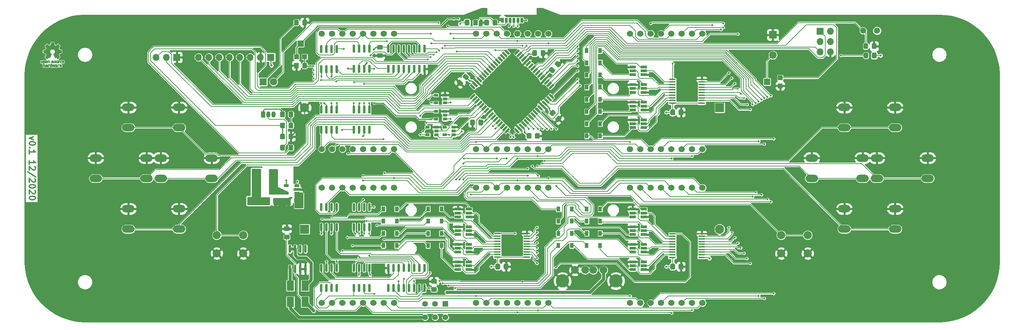
<source format=gbr>
G04 #@! TF.GenerationSoftware,KiCad,Pcbnew,(5.1.6-0-10_14)*
G04 #@! TF.CreationDate,2020-12-21T23:22:52-08:00*
G04 #@! TF.ProjectId,handheld,68616e64-6865-46c6-942e-6b696361645f,rev?*
G04 #@! TF.SameCoordinates,Original*
G04 #@! TF.FileFunction,Copper,L1,Top*
G04 #@! TF.FilePolarity,Positive*
%FSLAX46Y46*%
G04 Gerber Fmt 4.6, Leading zero omitted, Abs format (unit mm)*
G04 Created by KiCad (PCBNEW (5.1.6-0-10_14)) date 2020-12-21 23:22:52*
%MOMM*%
%LPD*%
G01*
G04 APERTURE LIST*
G04 #@! TA.AperFunction,NonConductor*
%ADD10C,0.304800*%
G04 #@! TD*
G04 #@! TA.AperFunction,EtchedComponent*
%ADD11C,0.010000*%
G04 #@! TD*
G04 #@! TA.AperFunction,SMDPad,CuDef*
%ADD12R,1.600000X0.370000*%
G04 #@! TD*
G04 #@! TA.AperFunction,ComponentPad*
%ADD13C,1.524000*%
G04 #@! TD*
G04 #@! TA.AperFunction,ComponentPad*
%ADD14R,1.050000X1.500000*%
G04 #@! TD*
G04 #@! TA.AperFunction,ComponentPad*
%ADD15O,1.050000X1.500000*%
G04 #@! TD*
G04 #@! TA.AperFunction,ComponentPad*
%ADD16C,2.230000*%
G04 #@! TD*
G04 #@! TA.AperFunction,ComponentPad*
%ADD17R,2.230000X2.230000*%
G04 #@! TD*
G04 #@! TA.AperFunction,ComponentPad*
%ADD18C,1.800000*%
G04 #@! TD*
G04 #@! TA.AperFunction,ComponentPad*
%ADD19R,1.800000X1.800000*%
G04 #@! TD*
G04 #@! TA.AperFunction,SMDPad,CuDef*
%ADD20R,1.060000X0.650000*%
G04 #@! TD*
G04 #@! TA.AperFunction,ComponentPad*
%ADD21C,1.400000*%
G04 #@! TD*
G04 #@! TA.AperFunction,ComponentPad*
%ADD22R,1.400000X1.400000*%
G04 #@! TD*
G04 #@! TA.AperFunction,ComponentPad*
%ADD23C,2.000000*%
G04 #@! TD*
G04 #@! TA.AperFunction,ComponentPad*
%ADD24C,1.850000*%
G04 #@! TD*
G04 #@! TA.AperFunction,ComponentPad*
%ADD25R,1.850000X1.850000*%
G04 #@! TD*
G04 #@! TA.AperFunction,SMDPad,CuDef*
%ADD26R,1.800000X2.500000*%
G04 #@! TD*
G04 #@! TA.AperFunction,ComponentPad*
%ADD27O,1.700000X1.700000*%
G04 #@! TD*
G04 #@! TA.AperFunction,ComponentPad*
%ADD28R,1.700000X1.700000*%
G04 #@! TD*
G04 #@! TA.AperFunction,ComponentPad*
%ADD29O,3.048000X1.850000*%
G04 #@! TD*
G04 #@! TA.AperFunction,SMDPad,CuDef*
%ADD30R,1.500000X1.600000*%
G04 #@! TD*
G04 #@! TA.AperFunction,SMDPad,CuDef*
%ADD31R,1.200000X1.200000*%
G04 #@! TD*
G04 #@! TA.AperFunction,SMDPad,CuDef*
%ADD32R,1.600000X1.500000*%
G04 #@! TD*
G04 #@! TA.AperFunction,SMDPad,CuDef*
%ADD33R,0.900000X1.200000*%
G04 #@! TD*
G04 #@! TA.AperFunction,SMDPad,CuDef*
%ADD34R,0.640000X1.270000*%
G04 #@! TD*
G04 #@! TA.AperFunction,SMDPad,CuDef*
%ADD35R,1.560000X0.650000*%
G04 #@! TD*
G04 #@! TA.AperFunction,SMDPad,CuDef*
%ADD36R,1.220000X0.650000*%
G04 #@! TD*
G04 #@! TA.AperFunction,SMDPad,CuDef*
%ADD37C,0.100000*%
G04 #@! TD*
G04 #@! TA.AperFunction,ComponentPad*
%ADD38C,1.500000*%
G04 #@! TD*
G04 #@! TA.AperFunction,SMDPad,CuDef*
%ADD39R,2.150000X6.300000*%
G04 #@! TD*
G04 #@! TA.AperFunction,ComponentPad*
%ADD40C,1.900000*%
G04 #@! TD*
G04 #@! TA.AperFunction,ComponentPad*
%ADD41C,3.300000*%
G04 #@! TD*
G04 #@! TA.AperFunction,ViaPad*
%ADD42C,0.508000*%
G04 #@! TD*
G04 #@! TA.AperFunction,Conductor*
%ADD43C,0.254000*%
G04 #@! TD*
G04 #@! TA.AperFunction,Conductor*
%ADD44C,0.177800*%
G04 #@! TD*
G04 #@! TA.AperFunction,Conductor*
%ADD45C,0.762000*%
G04 #@! TD*
G04 #@! TA.AperFunction,Conductor*
%ADD46C,0.152400*%
G04 #@! TD*
G04 APERTURE END LIST*
D10*
X34721428Y-93814285D02*
X33721428Y-94171428D01*
X34721428Y-94528571D01*
X35221428Y-95385714D02*
X35221428Y-95528571D01*
X35150000Y-95671428D01*
X35078571Y-95742857D01*
X34935714Y-95814285D01*
X34650000Y-95885714D01*
X34292857Y-95885714D01*
X34007142Y-95814285D01*
X33864285Y-95742857D01*
X33792857Y-95671428D01*
X33721428Y-95528571D01*
X33721428Y-95385714D01*
X33792857Y-95242857D01*
X33864285Y-95171428D01*
X34007142Y-95100000D01*
X34292857Y-95028571D01*
X34650000Y-95028571D01*
X34935714Y-95100000D01*
X35078571Y-95171428D01*
X35150000Y-95242857D01*
X35221428Y-95385714D01*
X33864285Y-96528571D02*
X33792857Y-96600000D01*
X33721428Y-96528571D01*
X33792857Y-96457142D01*
X33864285Y-96528571D01*
X33721428Y-96528571D01*
X33721428Y-98028571D02*
X33721428Y-97171428D01*
X33721428Y-97600000D02*
X35221428Y-97600000D01*
X35007142Y-97457142D01*
X34864285Y-97314285D01*
X34792857Y-97171428D01*
X33721428Y-100600000D02*
X33721428Y-99742857D01*
X33721428Y-100171428D02*
X35221428Y-100171428D01*
X35007142Y-100028571D01*
X34864285Y-99885714D01*
X34792857Y-99742857D01*
X35078571Y-101171428D02*
X35150000Y-101242857D01*
X35221428Y-101385714D01*
X35221428Y-101742857D01*
X35150000Y-101885714D01*
X35078571Y-101957142D01*
X34935714Y-102028571D01*
X34792857Y-102028571D01*
X34578571Y-101957142D01*
X33721428Y-101100000D01*
X33721428Y-102028571D01*
X35292857Y-103742857D02*
X33364285Y-102457142D01*
X35078571Y-104171428D02*
X35150000Y-104242857D01*
X35221428Y-104385714D01*
X35221428Y-104742857D01*
X35150000Y-104885714D01*
X35078571Y-104957142D01*
X34935714Y-105028571D01*
X34792857Y-105028571D01*
X34578571Y-104957142D01*
X33721428Y-104100000D01*
X33721428Y-105028571D01*
X35221428Y-105957142D02*
X35221428Y-106100000D01*
X35150000Y-106242857D01*
X35078571Y-106314285D01*
X34935714Y-106385714D01*
X34650000Y-106457142D01*
X34292857Y-106457142D01*
X34007142Y-106385714D01*
X33864285Y-106314285D01*
X33792857Y-106242857D01*
X33721428Y-106100000D01*
X33721428Y-105957142D01*
X33792857Y-105814285D01*
X33864285Y-105742857D01*
X34007142Y-105671428D01*
X34292857Y-105600000D01*
X34650000Y-105600000D01*
X34935714Y-105671428D01*
X35078571Y-105742857D01*
X35150000Y-105814285D01*
X35221428Y-105957142D01*
X35078571Y-107028571D02*
X35150000Y-107100000D01*
X35221428Y-107242857D01*
X35221428Y-107600000D01*
X35150000Y-107742857D01*
X35078571Y-107814285D01*
X34935714Y-107885714D01*
X34792857Y-107885714D01*
X34578571Y-107814285D01*
X33721428Y-106957142D01*
X33721428Y-107885714D01*
X35221428Y-108814285D02*
X35221428Y-108957142D01*
X35150000Y-109100000D01*
X35078571Y-109171428D01*
X34935714Y-109242857D01*
X34650000Y-109314285D01*
X34292857Y-109314285D01*
X34007142Y-109242857D01*
X33864285Y-109171428D01*
X33792857Y-109100000D01*
X33721428Y-108957142D01*
X33721428Y-108814285D01*
X33792857Y-108671428D01*
X33864285Y-108600000D01*
X34007142Y-108528571D01*
X34292857Y-108457142D01*
X34650000Y-108457142D01*
X34935714Y-108528571D01*
X35078571Y-108600000D01*
X35150000Y-108671428D01*
X35221428Y-108814285D01*
D11*
G36*
X39776964Y-70890018D02*
G01*
X39833812Y-71191570D01*
X40253338Y-71364512D01*
X40504984Y-71193395D01*
X40575458Y-71145750D01*
X40639163Y-71103210D01*
X40693126Y-71067715D01*
X40734373Y-71041210D01*
X40759934Y-71025636D01*
X40766895Y-71022278D01*
X40779435Y-71030914D01*
X40806231Y-71054792D01*
X40844280Y-71090859D01*
X40890579Y-71136067D01*
X40942123Y-71187364D01*
X40995909Y-71241701D01*
X41048935Y-71296028D01*
X41098195Y-71347295D01*
X41140687Y-71392451D01*
X41173407Y-71428446D01*
X41193351Y-71452230D01*
X41198119Y-71460190D01*
X41191257Y-71474865D01*
X41172020Y-71507014D01*
X41142430Y-71553492D01*
X41104510Y-71611156D01*
X41060282Y-71676860D01*
X41034654Y-71714336D01*
X40987941Y-71782768D01*
X40946432Y-71844520D01*
X40912140Y-71896519D01*
X40887080Y-71935692D01*
X40873264Y-71958965D01*
X40871188Y-71963855D01*
X40875895Y-71977755D01*
X40888723Y-72010150D01*
X40907738Y-72056485D01*
X40931003Y-72112206D01*
X40956584Y-72172758D01*
X40982545Y-72233586D01*
X41006950Y-72290136D01*
X41027863Y-72337852D01*
X41043349Y-72372181D01*
X41051472Y-72388568D01*
X41051952Y-72389212D01*
X41064707Y-72392341D01*
X41098677Y-72399321D01*
X41150340Y-72409467D01*
X41216176Y-72422092D01*
X41292664Y-72436509D01*
X41337290Y-72444823D01*
X41419021Y-72460384D01*
X41492843Y-72475192D01*
X41555021Y-72488436D01*
X41601822Y-72499305D01*
X41629509Y-72506989D01*
X41635074Y-72509427D01*
X41640526Y-72525930D01*
X41644924Y-72563200D01*
X41648272Y-72616880D01*
X41650574Y-72682612D01*
X41651832Y-72756037D01*
X41652048Y-72832796D01*
X41651227Y-72908532D01*
X41649371Y-72978886D01*
X41646482Y-73039500D01*
X41642565Y-73086016D01*
X41637622Y-73114075D01*
X41634657Y-73119916D01*
X41616934Y-73126917D01*
X41579381Y-73136927D01*
X41526964Y-73148769D01*
X41464652Y-73161267D01*
X41442900Y-73165310D01*
X41338024Y-73184520D01*
X41255180Y-73199991D01*
X41191630Y-73212337D01*
X41144637Y-73222173D01*
X41111463Y-73230114D01*
X41089371Y-73236776D01*
X41075624Y-73242773D01*
X41067484Y-73248719D01*
X41066345Y-73249894D01*
X41054977Y-73268826D01*
X41037635Y-73305669D01*
X41016050Y-73355913D01*
X40991954Y-73415046D01*
X40967079Y-73478556D01*
X40943157Y-73541932D01*
X40921919Y-73600662D01*
X40905097Y-73650235D01*
X40894422Y-73686139D01*
X40891627Y-73703862D01*
X40891860Y-73704483D01*
X40901331Y-73718970D01*
X40922818Y-73750844D01*
X40954063Y-73796789D01*
X40992807Y-73853485D01*
X41036793Y-73917617D01*
X41049319Y-73935842D01*
X41093984Y-74001914D01*
X41133288Y-74062200D01*
X41165088Y-74113235D01*
X41187245Y-74151560D01*
X41197617Y-74173711D01*
X41198119Y-74176432D01*
X41189405Y-74190736D01*
X41165325Y-74219072D01*
X41128976Y-74258396D01*
X41083453Y-74305661D01*
X41031852Y-74357823D01*
X40977267Y-74411835D01*
X40922794Y-74464653D01*
X40871529Y-74513231D01*
X40826567Y-74554523D01*
X40791004Y-74585485D01*
X40767935Y-74603070D01*
X40761554Y-74605941D01*
X40746699Y-74599178D01*
X40716286Y-74580939D01*
X40675268Y-74554297D01*
X40643709Y-74532852D01*
X40586525Y-74493503D01*
X40518806Y-74447171D01*
X40450880Y-74400913D01*
X40414361Y-74376155D01*
X40290752Y-74292547D01*
X40186991Y-74348650D01*
X40139720Y-74373228D01*
X40099523Y-74392331D01*
X40072326Y-74403227D01*
X40065402Y-74404743D01*
X40057077Y-74393549D01*
X40040654Y-74361917D01*
X40017357Y-74312765D01*
X39988414Y-74249010D01*
X39955050Y-74173571D01*
X39918491Y-74089364D01*
X39879964Y-73999308D01*
X39840694Y-73906321D01*
X39801908Y-73813320D01*
X39764830Y-73723223D01*
X39730689Y-73638948D01*
X39700708Y-73563413D01*
X39676116Y-73499534D01*
X39658136Y-73450231D01*
X39647997Y-73418421D01*
X39646366Y-73407496D01*
X39659291Y-73393561D01*
X39687589Y-73370940D01*
X39725346Y-73344333D01*
X39728515Y-73342228D01*
X39826100Y-73264114D01*
X39904786Y-73172982D01*
X39963891Y-73071745D01*
X40002732Y-72963318D01*
X40020628Y-72850614D01*
X40016897Y-72736548D01*
X39990857Y-72624034D01*
X39941825Y-72515985D01*
X39927400Y-72492345D01*
X39852369Y-72396887D01*
X39763730Y-72320232D01*
X39664549Y-72262780D01*
X39557895Y-72224929D01*
X39446836Y-72207078D01*
X39334439Y-72209625D01*
X39223773Y-72232970D01*
X39117906Y-72277510D01*
X39019905Y-72343645D01*
X38989590Y-72370487D01*
X38912438Y-72454512D01*
X38856218Y-72542966D01*
X38817653Y-72642115D01*
X38796174Y-72740303D01*
X38790872Y-72850697D01*
X38808552Y-72961640D01*
X38847419Y-73069381D01*
X38905677Y-73170169D01*
X38981531Y-73260256D01*
X39073183Y-73335892D01*
X39085228Y-73343864D01*
X39123389Y-73369974D01*
X39152399Y-73392595D01*
X39166268Y-73407039D01*
X39166469Y-73407496D01*
X39163492Y-73423121D01*
X39151689Y-73458582D01*
X39132286Y-73510962D01*
X39106512Y-73577345D01*
X39075591Y-73654814D01*
X39040751Y-73740450D01*
X39003217Y-73831337D01*
X38964217Y-73924559D01*
X38924977Y-74017197D01*
X38886724Y-74106335D01*
X38850683Y-74189055D01*
X38818083Y-74262441D01*
X38790148Y-74323575D01*
X38768105Y-74369541D01*
X38753182Y-74397421D01*
X38747172Y-74404743D01*
X38728809Y-74399041D01*
X38694448Y-74383749D01*
X38650016Y-74361599D01*
X38625583Y-74348650D01*
X38521822Y-74292547D01*
X38398213Y-74376155D01*
X38335114Y-74418987D01*
X38266030Y-74466122D01*
X38201293Y-74510503D01*
X38168866Y-74532852D01*
X38123259Y-74563477D01*
X38084640Y-74587747D01*
X38058048Y-74602587D01*
X38049410Y-74605724D01*
X38036839Y-74597261D01*
X38009016Y-74573636D01*
X37968639Y-74537302D01*
X37918405Y-74490711D01*
X37861012Y-74436317D01*
X37824714Y-74401392D01*
X37761210Y-74338996D01*
X37706327Y-74283188D01*
X37662286Y-74236354D01*
X37631305Y-74200882D01*
X37615602Y-74179161D01*
X37614095Y-74174752D01*
X37621086Y-74157985D01*
X37640406Y-74124082D01*
X37669909Y-74076476D01*
X37707455Y-74018599D01*
X37750900Y-73953884D01*
X37763255Y-73935842D01*
X37808273Y-73870267D01*
X37848660Y-73811228D01*
X37882160Y-73762042D01*
X37906514Y-73726028D01*
X37919464Y-73706502D01*
X37920715Y-73704483D01*
X37918844Y-73688922D01*
X37908913Y-73654709D01*
X37892653Y-73606355D01*
X37871795Y-73548371D01*
X37848073Y-73485270D01*
X37823216Y-73421563D01*
X37798958Y-73361761D01*
X37777029Y-73310376D01*
X37759162Y-73271919D01*
X37747087Y-73250902D01*
X37746229Y-73249894D01*
X37738846Y-73243888D01*
X37726375Y-73237948D01*
X37706080Y-73231460D01*
X37675222Y-73223809D01*
X37631066Y-73214380D01*
X37570874Y-73202559D01*
X37491907Y-73187729D01*
X37391430Y-73169277D01*
X37369675Y-73165310D01*
X37305198Y-73152853D01*
X37248989Y-73140666D01*
X37206013Y-73129926D01*
X37181240Y-73121809D01*
X37177918Y-73119916D01*
X37172444Y-73103138D01*
X37167994Y-73065645D01*
X37164572Y-73011794D01*
X37162181Y-72945944D01*
X37160823Y-72872453D01*
X37160501Y-72795680D01*
X37161219Y-72719983D01*
X37162979Y-72649720D01*
X37165784Y-72589250D01*
X37169638Y-72542930D01*
X37174543Y-72515119D01*
X37177500Y-72509427D01*
X37193963Y-72503686D01*
X37231449Y-72494345D01*
X37286225Y-72482215D01*
X37354555Y-72468107D01*
X37432706Y-72452830D01*
X37475284Y-72444823D01*
X37556071Y-72429721D01*
X37628113Y-72416040D01*
X37687889Y-72404467D01*
X37731879Y-72395687D01*
X37756561Y-72390387D01*
X37760623Y-72389212D01*
X37767489Y-72375965D01*
X37782002Y-72344057D01*
X37802229Y-72298047D01*
X37826234Y-72242492D01*
X37852082Y-72181953D01*
X37877840Y-72120986D01*
X37901573Y-72064151D01*
X37921346Y-72016006D01*
X37935224Y-71981110D01*
X37941274Y-71964021D01*
X37941386Y-71963274D01*
X37934528Y-71949793D01*
X37915302Y-71918770D01*
X37885728Y-71873289D01*
X37847827Y-71816432D01*
X37803620Y-71751283D01*
X37777921Y-71713862D01*
X37731093Y-71645247D01*
X37689501Y-71582952D01*
X37655175Y-71530129D01*
X37630143Y-71489927D01*
X37616435Y-71465500D01*
X37614456Y-71460024D01*
X37622966Y-71447278D01*
X37646493Y-71420063D01*
X37682032Y-71381428D01*
X37726577Y-71334423D01*
X37777123Y-71282095D01*
X37830664Y-71227495D01*
X37884195Y-71173670D01*
X37934711Y-71123670D01*
X37979206Y-71080543D01*
X38014675Y-71047339D01*
X38038113Y-71027106D01*
X38045954Y-71022278D01*
X38058720Y-71029067D01*
X38089256Y-71048142D01*
X38134590Y-71077561D01*
X38191756Y-71115381D01*
X38257784Y-71159661D01*
X38307590Y-71193395D01*
X38559236Y-71364512D01*
X38768999Y-71278041D01*
X38978763Y-71191570D01*
X39035611Y-70890018D01*
X39092460Y-70588466D01*
X39720115Y-70588466D01*
X39776964Y-70890018D01*
G37*
X39776964Y-70890018D02*
X39833812Y-71191570D01*
X40253338Y-71364512D01*
X40504984Y-71193395D01*
X40575458Y-71145750D01*
X40639163Y-71103210D01*
X40693126Y-71067715D01*
X40734373Y-71041210D01*
X40759934Y-71025636D01*
X40766895Y-71022278D01*
X40779435Y-71030914D01*
X40806231Y-71054792D01*
X40844280Y-71090859D01*
X40890579Y-71136067D01*
X40942123Y-71187364D01*
X40995909Y-71241701D01*
X41048935Y-71296028D01*
X41098195Y-71347295D01*
X41140687Y-71392451D01*
X41173407Y-71428446D01*
X41193351Y-71452230D01*
X41198119Y-71460190D01*
X41191257Y-71474865D01*
X41172020Y-71507014D01*
X41142430Y-71553492D01*
X41104510Y-71611156D01*
X41060282Y-71676860D01*
X41034654Y-71714336D01*
X40987941Y-71782768D01*
X40946432Y-71844520D01*
X40912140Y-71896519D01*
X40887080Y-71935692D01*
X40873264Y-71958965D01*
X40871188Y-71963855D01*
X40875895Y-71977755D01*
X40888723Y-72010150D01*
X40907738Y-72056485D01*
X40931003Y-72112206D01*
X40956584Y-72172758D01*
X40982545Y-72233586D01*
X41006950Y-72290136D01*
X41027863Y-72337852D01*
X41043349Y-72372181D01*
X41051472Y-72388568D01*
X41051952Y-72389212D01*
X41064707Y-72392341D01*
X41098677Y-72399321D01*
X41150340Y-72409467D01*
X41216176Y-72422092D01*
X41292664Y-72436509D01*
X41337290Y-72444823D01*
X41419021Y-72460384D01*
X41492843Y-72475192D01*
X41555021Y-72488436D01*
X41601822Y-72499305D01*
X41629509Y-72506989D01*
X41635074Y-72509427D01*
X41640526Y-72525930D01*
X41644924Y-72563200D01*
X41648272Y-72616880D01*
X41650574Y-72682612D01*
X41651832Y-72756037D01*
X41652048Y-72832796D01*
X41651227Y-72908532D01*
X41649371Y-72978886D01*
X41646482Y-73039500D01*
X41642565Y-73086016D01*
X41637622Y-73114075D01*
X41634657Y-73119916D01*
X41616934Y-73126917D01*
X41579381Y-73136927D01*
X41526964Y-73148769D01*
X41464652Y-73161267D01*
X41442900Y-73165310D01*
X41338024Y-73184520D01*
X41255180Y-73199991D01*
X41191630Y-73212337D01*
X41144637Y-73222173D01*
X41111463Y-73230114D01*
X41089371Y-73236776D01*
X41075624Y-73242773D01*
X41067484Y-73248719D01*
X41066345Y-73249894D01*
X41054977Y-73268826D01*
X41037635Y-73305669D01*
X41016050Y-73355913D01*
X40991954Y-73415046D01*
X40967079Y-73478556D01*
X40943157Y-73541932D01*
X40921919Y-73600662D01*
X40905097Y-73650235D01*
X40894422Y-73686139D01*
X40891627Y-73703862D01*
X40891860Y-73704483D01*
X40901331Y-73718970D01*
X40922818Y-73750844D01*
X40954063Y-73796789D01*
X40992807Y-73853485D01*
X41036793Y-73917617D01*
X41049319Y-73935842D01*
X41093984Y-74001914D01*
X41133288Y-74062200D01*
X41165088Y-74113235D01*
X41187245Y-74151560D01*
X41197617Y-74173711D01*
X41198119Y-74176432D01*
X41189405Y-74190736D01*
X41165325Y-74219072D01*
X41128976Y-74258396D01*
X41083453Y-74305661D01*
X41031852Y-74357823D01*
X40977267Y-74411835D01*
X40922794Y-74464653D01*
X40871529Y-74513231D01*
X40826567Y-74554523D01*
X40791004Y-74585485D01*
X40767935Y-74603070D01*
X40761554Y-74605941D01*
X40746699Y-74599178D01*
X40716286Y-74580939D01*
X40675268Y-74554297D01*
X40643709Y-74532852D01*
X40586525Y-74493503D01*
X40518806Y-74447171D01*
X40450880Y-74400913D01*
X40414361Y-74376155D01*
X40290752Y-74292547D01*
X40186991Y-74348650D01*
X40139720Y-74373228D01*
X40099523Y-74392331D01*
X40072326Y-74403227D01*
X40065402Y-74404743D01*
X40057077Y-74393549D01*
X40040654Y-74361917D01*
X40017357Y-74312765D01*
X39988414Y-74249010D01*
X39955050Y-74173571D01*
X39918491Y-74089364D01*
X39879964Y-73999308D01*
X39840694Y-73906321D01*
X39801908Y-73813320D01*
X39764830Y-73723223D01*
X39730689Y-73638948D01*
X39700708Y-73563413D01*
X39676116Y-73499534D01*
X39658136Y-73450231D01*
X39647997Y-73418421D01*
X39646366Y-73407496D01*
X39659291Y-73393561D01*
X39687589Y-73370940D01*
X39725346Y-73344333D01*
X39728515Y-73342228D01*
X39826100Y-73264114D01*
X39904786Y-73172982D01*
X39963891Y-73071745D01*
X40002732Y-72963318D01*
X40020628Y-72850614D01*
X40016897Y-72736548D01*
X39990857Y-72624034D01*
X39941825Y-72515985D01*
X39927400Y-72492345D01*
X39852369Y-72396887D01*
X39763730Y-72320232D01*
X39664549Y-72262780D01*
X39557895Y-72224929D01*
X39446836Y-72207078D01*
X39334439Y-72209625D01*
X39223773Y-72232970D01*
X39117906Y-72277510D01*
X39019905Y-72343645D01*
X38989590Y-72370487D01*
X38912438Y-72454512D01*
X38856218Y-72542966D01*
X38817653Y-72642115D01*
X38796174Y-72740303D01*
X38790872Y-72850697D01*
X38808552Y-72961640D01*
X38847419Y-73069381D01*
X38905677Y-73170169D01*
X38981531Y-73260256D01*
X39073183Y-73335892D01*
X39085228Y-73343864D01*
X39123389Y-73369974D01*
X39152399Y-73392595D01*
X39166268Y-73407039D01*
X39166469Y-73407496D01*
X39163492Y-73423121D01*
X39151689Y-73458582D01*
X39132286Y-73510962D01*
X39106512Y-73577345D01*
X39075591Y-73654814D01*
X39040751Y-73740450D01*
X39003217Y-73831337D01*
X38964217Y-73924559D01*
X38924977Y-74017197D01*
X38886724Y-74106335D01*
X38850683Y-74189055D01*
X38818083Y-74262441D01*
X38790148Y-74323575D01*
X38768105Y-74369541D01*
X38753182Y-74397421D01*
X38747172Y-74404743D01*
X38728809Y-74399041D01*
X38694448Y-74383749D01*
X38650016Y-74361599D01*
X38625583Y-74348650D01*
X38521822Y-74292547D01*
X38398213Y-74376155D01*
X38335114Y-74418987D01*
X38266030Y-74466122D01*
X38201293Y-74510503D01*
X38168866Y-74532852D01*
X38123259Y-74563477D01*
X38084640Y-74587747D01*
X38058048Y-74602587D01*
X38049410Y-74605724D01*
X38036839Y-74597261D01*
X38009016Y-74573636D01*
X37968639Y-74537302D01*
X37918405Y-74490711D01*
X37861012Y-74436317D01*
X37824714Y-74401392D01*
X37761210Y-74338996D01*
X37706327Y-74283188D01*
X37662286Y-74236354D01*
X37631305Y-74200882D01*
X37615602Y-74179161D01*
X37614095Y-74174752D01*
X37621086Y-74157985D01*
X37640406Y-74124082D01*
X37669909Y-74076476D01*
X37707455Y-74018599D01*
X37750900Y-73953884D01*
X37763255Y-73935842D01*
X37808273Y-73870267D01*
X37848660Y-73811228D01*
X37882160Y-73762042D01*
X37906514Y-73726028D01*
X37919464Y-73706502D01*
X37920715Y-73704483D01*
X37918844Y-73688922D01*
X37908913Y-73654709D01*
X37892653Y-73606355D01*
X37871795Y-73548371D01*
X37848073Y-73485270D01*
X37823216Y-73421563D01*
X37798958Y-73361761D01*
X37777029Y-73310376D01*
X37759162Y-73271919D01*
X37747087Y-73250902D01*
X37746229Y-73249894D01*
X37738846Y-73243888D01*
X37726375Y-73237948D01*
X37706080Y-73231460D01*
X37675222Y-73223809D01*
X37631066Y-73214380D01*
X37570874Y-73202559D01*
X37491907Y-73187729D01*
X37391430Y-73169277D01*
X37369675Y-73165310D01*
X37305198Y-73152853D01*
X37248989Y-73140666D01*
X37206013Y-73129926D01*
X37181240Y-73121809D01*
X37177918Y-73119916D01*
X37172444Y-73103138D01*
X37167994Y-73065645D01*
X37164572Y-73011794D01*
X37162181Y-72945944D01*
X37160823Y-72872453D01*
X37160501Y-72795680D01*
X37161219Y-72719983D01*
X37162979Y-72649720D01*
X37165784Y-72589250D01*
X37169638Y-72542930D01*
X37174543Y-72515119D01*
X37177500Y-72509427D01*
X37193963Y-72503686D01*
X37231449Y-72494345D01*
X37286225Y-72482215D01*
X37354555Y-72468107D01*
X37432706Y-72452830D01*
X37475284Y-72444823D01*
X37556071Y-72429721D01*
X37628113Y-72416040D01*
X37687889Y-72404467D01*
X37731879Y-72395687D01*
X37756561Y-72390387D01*
X37760623Y-72389212D01*
X37767489Y-72375965D01*
X37782002Y-72344057D01*
X37802229Y-72298047D01*
X37826234Y-72242492D01*
X37852082Y-72181953D01*
X37877840Y-72120986D01*
X37901573Y-72064151D01*
X37921346Y-72016006D01*
X37935224Y-71981110D01*
X37941274Y-71964021D01*
X37941386Y-71963274D01*
X37934528Y-71949793D01*
X37915302Y-71918770D01*
X37885728Y-71873289D01*
X37847827Y-71816432D01*
X37803620Y-71751283D01*
X37777921Y-71713862D01*
X37731093Y-71645247D01*
X37689501Y-71582952D01*
X37655175Y-71530129D01*
X37630143Y-71489927D01*
X37616435Y-71465500D01*
X37614456Y-71460024D01*
X37622966Y-71447278D01*
X37646493Y-71420063D01*
X37682032Y-71381428D01*
X37726577Y-71334423D01*
X37777123Y-71282095D01*
X37830664Y-71227495D01*
X37884195Y-71173670D01*
X37934711Y-71123670D01*
X37979206Y-71080543D01*
X38014675Y-71047339D01*
X38038113Y-71027106D01*
X38045954Y-71022278D01*
X38058720Y-71029067D01*
X38089256Y-71048142D01*
X38134590Y-71077561D01*
X38191756Y-71115381D01*
X38257784Y-71159661D01*
X38307590Y-71193395D01*
X38559236Y-71364512D01*
X38768999Y-71278041D01*
X38978763Y-71191570D01*
X39035611Y-70890018D01*
X39092460Y-70588466D01*
X39720115Y-70588466D01*
X39776964Y-70890018D01*
G36*
X41199460Y-75058030D02*
G01*
X41242711Y-75071245D01*
X41270558Y-75087941D01*
X41279629Y-75101145D01*
X41277132Y-75116797D01*
X41260931Y-75141385D01*
X41247232Y-75158800D01*
X41218992Y-75190283D01*
X41197775Y-75203529D01*
X41179688Y-75202664D01*
X41126035Y-75189010D01*
X41086630Y-75189630D01*
X41054632Y-75205104D01*
X41043890Y-75214161D01*
X41009505Y-75246027D01*
X41009505Y-75662179D01*
X40871188Y-75662179D01*
X40871188Y-75058614D01*
X40940347Y-75058614D01*
X40981869Y-75060256D01*
X41003291Y-75066087D01*
X41009502Y-75077461D01*
X41009505Y-75077798D01*
X41012439Y-75089713D01*
X41025704Y-75088159D01*
X41044084Y-75079563D01*
X41082046Y-75063568D01*
X41112872Y-75053945D01*
X41152536Y-75051478D01*
X41199460Y-75058030D01*
G37*
X41199460Y-75058030D02*
X41242711Y-75071245D01*
X41270558Y-75087941D01*
X41279629Y-75101145D01*
X41277132Y-75116797D01*
X41260931Y-75141385D01*
X41247232Y-75158800D01*
X41218992Y-75190283D01*
X41197775Y-75203529D01*
X41179688Y-75202664D01*
X41126035Y-75189010D01*
X41086630Y-75189630D01*
X41054632Y-75205104D01*
X41043890Y-75214161D01*
X41009505Y-75246027D01*
X41009505Y-75662179D01*
X40871188Y-75662179D01*
X40871188Y-75058614D01*
X40940347Y-75058614D01*
X40981869Y-75060256D01*
X41003291Y-75066087D01*
X41009502Y-75077461D01*
X41009505Y-75077798D01*
X41012439Y-75089713D01*
X41025704Y-75088159D01*
X41044084Y-75079563D01*
X41082046Y-75063568D01*
X41112872Y-75053945D01*
X41152536Y-75051478D01*
X41199460Y-75058030D01*
G36*
X38645988Y-75069002D02*
G01*
X38677283Y-75083950D01*
X38707591Y-75105541D01*
X38730682Y-75130391D01*
X38747500Y-75162087D01*
X38758994Y-75204214D01*
X38766109Y-75260358D01*
X38769793Y-75334106D01*
X38770992Y-75429044D01*
X38771011Y-75438985D01*
X38771287Y-75662179D01*
X38632970Y-75662179D01*
X38632970Y-75456418D01*
X38632872Y-75380189D01*
X38632191Y-75324939D01*
X38630349Y-75286501D01*
X38626767Y-75260706D01*
X38620868Y-75243384D01*
X38612073Y-75230368D01*
X38599820Y-75217507D01*
X38556953Y-75189873D01*
X38510157Y-75184745D01*
X38465576Y-75202217D01*
X38450072Y-75215221D01*
X38438690Y-75227447D01*
X38430519Y-75240540D01*
X38425026Y-75258615D01*
X38421680Y-75285787D01*
X38419949Y-75326170D01*
X38419303Y-75383879D01*
X38419208Y-75454132D01*
X38419208Y-75662179D01*
X38280891Y-75662179D01*
X38280891Y-75058614D01*
X38350050Y-75058614D01*
X38391572Y-75060256D01*
X38412994Y-75066087D01*
X38419205Y-75077461D01*
X38419208Y-75077798D01*
X38422090Y-75088938D01*
X38434801Y-75087674D01*
X38460074Y-75075434D01*
X38517395Y-75057424D01*
X38582963Y-75055421D01*
X38645988Y-75069002D01*
G37*
X38645988Y-75069002D02*
X38677283Y-75083950D01*
X38707591Y-75105541D01*
X38730682Y-75130391D01*
X38747500Y-75162087D01*
X38758994Y-75204214D01*
X38766109Y-75260358D01*
X38769793Y-75334106D01*
X38770992Y-75429044D01*
X38771011Y-75438985D01*
X38771287Y-75662179D01*
X38632970Y-75662179D01*
X38632970Y-75456418D01*
X38632872Y-75380189D01*
X38632191Y-75324939D01*
X38630349Y-75286501D01*
X38626767Y-75260706D01*
X38620868Y-75243384D01*
X38612073Y-75230368D01*
X38599820Y-75217507D01*
X38556953Y-75189873D01*
X38510157Y-75184745D01*
X38465576Y-75202217D01*
X38450072Y-75215221D01*
X38438690Y-75227447D01*
X38430519Y-75240540D01*
X38425026Y-75258615D01*
X38421680Y-75285787D01*
X38419949Y-75326170D01*
X38419303Y-75383879D01*
X38419208Y-75454132D01*
X38419208Y-75662179D01*
X38280891Y-75662179D01*
X38280891Y-75058614D01*
X38350050Y-75058614D01*
X38391572Y-75060256D01*
X38412994Y-75066087D01*
X38419205Y-75077461D01*
X38419208Y-75077798D01*
X38422090Y-75088938D01*
X38434801Y-75087674D01*
X38460074Y-75075434D01*
X38517395Y-75057424D01*
X38582963Y-75055421D01*
X38645988Y-75069002D01*
G36*
X42077898Y-75056457D02*
G01*
X42110096Y-75064279D01*
X42171825Y-75092921D01*
X42224610Y-75136667D01*
X42261141Y-75189117D01*
X42266160Y-75200893D01*
X42273045Y-75231740D01*
X42277864Y-75277371D01*
X42279505Y-75323492D01*
X42279505Y-75410693D01*
X42097178Y-75410693D01*
X42021979Y-75410978D01*
X41969003Y-75412704D01*
X41935325Y-75417181D01*
X41918020Y-75425720D01*
X41914163Y-75439630D01*
X41920829Y-75460222D01*
X41932770Y-75484315D01*
X41966080Y-75524525D01*
X42012368Y-75544558D01*
X42068944Y-75543905D01*
X42133031Y-75522101D01*
X42188417Y-75495193D01*
X42234375Y-75531532D01*
X42280333Y-75567872D01*
X42237096Y-75607819D01*
X42179374Y-75645563D01*
X42108386Y-75668320D01*
X42032029Y-75674688D01*
X41958199Y-75663268D01*
X41946287Y-75659393D01*
X41881399Y-75625506D01*
X41833130Y-75574986D01*
X41800465Y-75506325D01*
X41782385Y-75418014D01*
X41782175Y-75416121D01*
X41780556Y-75319878D01*
X41787100Y-75285542D01*
X41914852Y-75285542D01*
X41926584Y-75290822D01*
X41958438Y-75294867D01*
X42005397Y-75297176D01*
X42035154Y-75297525D01*
X42090648Y-75297306D01*
X42125346Y-75295916D01*
X42143601Y-75292251D01*
X42149766Y-75285210D01*
X42148195Y-75273690D01*
X42146878Y-75269233D01*
X42124382Y-75227355D01*
X42089003Y-75193604D01*
X42057780Y-75178773D01*
X42016301Y-75179668D01*
X41974269Y-75198164D01*
X41939012Y-75228786D01*
X41917854Y-75266062D01*
X41914852Y-75285542D01*
X41787100Y-75285542D01*
X41796690Y-75235229D01*
X41828698Y-75164191D01*
X41874701Y-75108779D01*
X41932821Y-75071009D01*
X42001180Y-75052896D01*
X42077898Y-75056457D01*
G37*
X42077898Y-75056457D02*
X42110096Y-75064279D01*
X42171825Y-75092921D01*
X42224610Y-75136667D01*
X42261141Y-75189117D01*
X42266160Y-75200893D01*
X42273045Y-75231740D01*
X42277864Y-75277371D01*
X42279505Y-75323492D01*
X42279505Y-75410693D01*
X42097178Y-75410693D01*
X42021979Y-75410978D01*
X41969003Y-75412704D01*
X41935325Y-75417181D01*
X41918020Y-75425720D01*
X41914163Y-75439630D01*
X41920829Y-75460222D01*
X41932770Y-75484315D01*
X41966080Y-75524525D01*
X42012368Y-75544558D01*
X42068944Y-75543905D01*
X42133031Y-75522101D01*
X42188417Y-75495193D01*
X42234375Y-75531532D01*
X42280333Y-75567872D01*
X42237096Y-75607819D01*
X42179374Y-75645563D01*
X42108386Y-75668320D01*
X42032029Y-75674688D01*
X41958199Y-75663268D01*
X41946287Y-75659393D01*
X41881399Y-75625506D01*
X41833130Y-75574986D01*
X41800465Y-75506325D01*
X41782385Y-75418014D01*
X41782175Y-75416121D01*
X41780556Y-75319878D01*
X41787100Y-75285542D01*
X41914852Y-75285542D01*
X41926584Y-75290822D01*
X41958438Y-75294867D01*
X42005397Y-75297176D01*
X42035154Y-75297525D01*
X42090648Y-75297306D01*
X42125346Y-75295916D01*
X42143601Y-75292251D01*
X42149766Y-75285210D01*
X42148195Y-75273690D01*
X42146878Y-75269233D01*
X42124382Y-75227355D01*
X42089003Y-75193604D01*
X42057780Y-75178773D01*
X42016301Y-75179668D01*
X41974269Y-75198164D01*
X41939012Y-75228786D01*
X41917854Y-75266062D01*
X41914852Y-75285542D01*
X41787100Y-75285542D01*
X41796690Y-75235229D01*
X41828698Y-75164191D01*
X41874701Y-75108779D01*
X41932821Y-75071009D01*
X42001180Y-75052896D01*
X42077898Y-75056457D01*
G36*
X41617226Y-75063880D02*
G01*
X41690080Y-75094830D01*
X41713027Y-75109895D01*
X41742354Y-75133048D01*
X41760764Y-75151253D01*
X41763961Y-75157183D01*
X41754935Y-75170340D01*
X41731837Y-75192667D01*
X41713344Y-75208250D01*
X41662728Y-75248926D01*
X41622760Y-75215295D01*
X41591874Y-75193584D01*
X41561759Y-75186090D01*
X41527292Y-75187920D01*
X41472561Y-75201528D01*
X41434886Y-75229772D01*
X41411991Y-75275433D01*
X41401597Y-75341289D01*
X41401595Y-75341331D01*
X41402494Y-75414939D01*
X41416463Y-75468946D01*
X41444328Y-75505716D01*
X41463325Y-75518168D01*
X41513776Y-75533673D01*
X41567663Y-75533683D01*
X41614546Y-75518638D01*
X41625644Y-75511287D01*
X41653476Y-75492511D01*
X41675236Y-75489434D01*
X41698704Y-75503409D01*
X41724649Y-75528510D01*
X41765716Y-75570880D01*
X41720121Y-75608464D01*
X41649674Y-75650882D01*
X41570233Y-75671785D01*
X41487215Y-75670272D01*
X41432694Y-75656411D01*
X41368970Y-75622135D01*
X41318005Y-75568212D01*
X41294851Y-75530149D01*
X41276099Y-75475536D01*
X41266715Y-75406369D01*
X41266643Y-75331407D01*
X41275824Y-75259409D01*
X41294199Y-75199137D01*
X41297093Y-75192958D01*
X41339952Y-75132351D01*
X41397979Y-75088224D01*
X41466591Y-75061493D01*
X41541201Y-75053073D01*
X41617226Y-75063880D01*
G37*
X41617226Y-75063880D02*
X41690080Y-75094830D01*
X41713027Y-75109895D01*
X41742354Y-75133048D01*
X41760764Y-75151253D01*
X41763961Y-75157183D01*
X41754935Y-75170340D01*
X41731837Y-75192667D01*
X41713344Y-75208250D01*
X41662728Y-75248926D01*
X41622760Y-75215295D01*
X41591874Y-75193584D01*
X41561759Y-75186090D01*
X41527292Y-75187920D01*
X41472561Y-75201528D01*
X41434886Y-75229772D01*
X41411991Y-75275433D01*
X41401597Y-75341289D01*
X41401595Y-75341331D01*
X41402494Y-75414939D01*
X41416463Y-75468946D01*
X41444328Y-75505716D01*
X41463325Y-75518168D01*
X41513776Y-75533673D01*
X41567663Y-75533683D01*
X41614546Y-75518638D01*
X41625644Y-75511287D01*
X41653476Y-75492511D01*
X41675236Y-75489434D01*
X41698704Y-75503409D01*
X41724649Y-75528510D01*
X41765716Y-75570880D01*
X41720121Y-75608464D01*
X41649674Y-75650882D01*
X41570233Y-75671785D01*
X41487215Y-75670272D01*
X41432694Y-75656411D01*
X41368970Y-75622135D01*
X41318005Y-75568212D01*
X41294851Y-75530149D01*
X41276099Y-75475536D01*
X41266715Y-75406369D01*
X41266643Y-75331407D01*
X41275824Y-75259409D01*
X41294199Y-75199137D01*
X41297093Y-75192958D01*
X41339952Y-75132351D01*
X41397979Y-75088224D01*
X41466591Y-75061493D01*
X41541201Y-75053073D01*
X41617226Y-75063880D01*
G36*
X40393367Y-75254342D02*
G01*
X40394555Y-75346563D01*
X40398897Y-75416610D01*
X40407558Y-75467381D01*
X40421704Y-75501772D01*
X40442500Y-75522679D01*
X40471110Y-75533000D01*
X40506535Y-75535636D01*
X40543636Y-75532682D01*
X40571818Y-75521889D01*
X40592243Y-75500360D01*
X40606079Y-75465199D01*
X40614491Y-75413510D01*
X40618643Y-75342394D01*
X40619703Y-75254342D01*
X40619703Y-75058614D01*
X40758020Y-75058614D01*
X40758020Y-75662179D01*
X40688862Y-75662179D01*
X40647170Y-75660489D01*
X40625701Y-75654556D01*
X40619703Y-75643293D01*
X40616091Y-75633261D01*
X40601714Y-75635383D01*
X40572736Y-75649580D01*
X40506319Y-75671480D01*
X40435875Y-75669928D01*
X40368377Y-75646147D01*
X40336233Y-75627362D01*
X40311715Y-75607022D01*
X40293804Y-75581573D01*
X40281479Y-75547458D01*
X40273723Y-75501121D01*
X40269516Y-75439007D01*
X40267840Y-75357561D01*
X40267624Y-75294578D01*
X40267624Y-75058614D01*
X40393367Y-75058614D01*
X40393367Y-75254342D01*
G37*
X40393367Y-75254342D02*
X40394555Y-75346563D01*
X40398897Y-75416610D01*
X40407558Y-75467381D01*
X40421704Y-75501772D01*
X40442500Y-75522679D01*
X40471110Y-75533000D01*
X40506535Y-75535636D01*
X40543636Y-75532682D01*
X40571818Y-75521889D01*
X40592243Y-75500360D01*
X40606079Y-75465199D01*
X40614491Y-75413510D01*
X40618643Y-75342394D01*
X40619703Y-75254342D01*
X40619703Y-75058614D01*
X40758020Y-75058614D01*
X40758020Y-75662179D01*
X40688862Y-75662179D01*
X40647170Y-75660489D01*
X40625701Y-75654556D01*
X40619703Y-75643293D01*
X40616091Y-75633261D01*
X40601714Y-75635383D01*
X40572736Y-75649580D01*
X40506319Y-75671480D01*
X40435875Y-75669928D01*
X40368377Y-75646147D01*
X40336233Y-75627362D01*
X40311715Y-75607022D01*
X40293804Y-75581573D01*
X40281479Y-75547458D01*
X40273723Y-75501121D01*
X40269516Y-75439007D01*
X40267840Y-75357561D01*
X40267624Y-75294578D01*
X40267624Y-75058614D01*
X40393367Y-75058614D01*
X40393367Y-75254342D01*
G36*
X40010762Y-75066055D02*
G01*
X40074363Y-75100692D01*
X40124123Y-75155372D01*
X40147568Y-75199842D01*
X40157634Y-75239121D01*
X40164156Y-75295116D01*
X40166951Y-75359621D01*
X40165836Y-75424429D01*
X40160626Y-75481334D01*
X40154541Y-75511727D01*
X40134014Y-75553306D01*
X40098463Y-75597468D01*
X40055619Y-75636087D01*
X40013211Y-75661034D01*
X40012177Y-75661430D01*
X39959553Y-75672331D01*
X39897188Y-75672601D01*
X39837924Y-75662676D01*
X39815040Y-75654722D01*
X39756102Y-75621300D01*
X39713890Y-75577511D01*
X39686156Y-75519538D01*
X39670651Y-75443565D01*
X39667143Y-75403771D01*
X39667590Y-75353766D01*
X39802376Y-75353766D01*
X39806917Y-75426732D01*
X39819986Y-75482334D01*
X39840756Y-75517861D01*
X39855552Y-75528020D01*
X39893464Y-75535104D01*
X39938527Y-75533007D01*
X39977487Y-75522812D01*
X39987704Y-75517204D01*
X40014659Y-75484538D01*
X40032451Y-75434545D01*
X40040024Y-75373705D01*
X40036325Y-75308497D01*
X40028057Y-75269253D01*
X40004320Y-75223805D01*
X39966849Y-75195396D01*
X39921720Y-75185573D01*
X39875011Y-75195887D01*
X39839132Y-75221112D01*
X39820277Y-75241925D01*
X39809272Y-75262439D01*
X39804026Y-75290203D01*
X39802449Y-75332762D01*
X39802376Y-75353766D01*
X39667590Y-75353766D01*
X39668094Y-75297580D01*
X39685388Y-75210501D01*
X39719029Y-75142530D01*
X39769018Y-75093664D01*
X39835356Y-75063899D01*
X39849601Y-75060448D01*
X39935210Y-75052345D01*
X40010762Y-75066055D01*
G37*
X40010762Y-75066055D02*
X40074363Y-75100692D01*
X40124123Y-75155372D01*
X40147568Y-75199842D01*
X40157634Y-75239121D01*
X40164156Y-75295116D01*
X40166951Y-75359621D01*
X40165836Y-75424429D01*
X40160626Y-75481334D01*
X40154541Y-75511727D01*
X40134014Y-75553306D01*
X40098463Y-75597468D01*
X40055619Y-75636087D01*
X40013211Y-75661034D01*
X40012177Y-75661430D01*
X39959553Y-75672331D01*
X39897188Y-75672601D01*
X39837924Y-75662676D01*
X39815040Y-75654722D01*
X39756102Y-75621300D01*
X39713890Y-75577511D01*
X39686156Y-75519538D01*
X39670651Y-75443565D01*
X39667143Y-75403771D01*
X39667590Y-75353766D01*
X39802376Y-75353766D01*
X39806917Y-75426732D01*
X39819986Y-75482334D01*
X39840756Y-75517861D01*
X39855552Y-75528020D01*
X39893464Y-75535104D01*
X39938527Y-75533007D01*
X39977487Y-75522812D01*
X39987704Y-75517204D01*
X40014659Y-75484538D01*
X40032451Y-75434545D01*
X40040024Y-75373705D01*
X40036325Y-75308497D01*
X40028057Y-75269253D01*
X40004320Y-75223805D01*
X39966849Y-75195396D01*
X39921720Y-75185573D01*
X39875011Y-75195887D01*
X39839132Y-75221112D01*
X39820277Y-75241925D01*
X39809272Y-75262439D01*
X39804026Y-75290203D01*
X39802449Y-75332762D01*
X39802376Y-75353766D01*
X39667590Y-75353766D01*
X39668094Y-75297580D01*
X39685388Y-75210501D01*
X39719029Y-75142530D01*
X39769018Y-75093664D01*
X39835356Y-75063899D01*
X39849601Y-75060448D01*
X39935210Y-75052345D01*
X40010762Y-75066055D01*
G36*
X39414017Y-75056452D02*
G01*
X39461634Y-75065482D01*
X39511034Y-75084370D01*
X39516312Y-75086777D01*
X39553774Y-75106476D01*
X39579717Y-75124781D01*
X39588103Y-75136508D01*
X39580117Y-75155632D01*
X39560720Y-75183850D01*
X39552110Y-75194384D01*
X39516628Y-75235847D01*
X39470885Y-75208858D01*
X39427350Y-75190878D01*
X39377050Y-75181267D01*
X39328812Y-75180660D01*
X39291467Y-75189691D01*
X39282505Y-75195327D01*
X39265437Y-75221171D01*
X39263363Y-75250941D01*
X39276134Y-75274197D01*
X39283688Y-75278708D01*
X39306325Y-75284309D01*
X39346115Y-75290892D01*
X39395166Y-75297183D01*
X39404215Y-75298170D01*
X39482996Y-75311798D01*
X39540136Y-75334946D01*
X39578030Y-75369752D01*
X39599079Y-75418354D01*
X39605635Y-75477718D01*
X39596577Y-75545198D01*
X39567164Y-75598188D01*
X39517278Y-75636783D01*
X39446800Y-75661081D01*
X39368565Y-75670667D01*
X39304766Y-75670552D01*
X39253016Y-75661845D01*
X39217673Y-75649825D01*
X39173017Y-75628880D01*
X39131747Y-75604574D01*
X39117079Y-75593876D01*
X39079357Y-75563084D01*
X39124852Y-75517049D01*
X39170347Y-75471013D01*
X39222072Y-75505243D01*
X39273952Y-75530952D01*
X39329351Y-75544399D01*
X39382605Y-75545818D01*
X39428049Y-75535443D01*
X39460016Y-75513507D01*
X39470338Y-75494998D01*
X39468789Y-75465314D01*
X39443140Y-75442615D01*
X39393460Y-75426940D01*
X39339031Y-75419695D01*
X39255264Y-75405873D01*
X39193033Y-75379796D01*
X39151507Y-75340699D01*
X39129853Y-75287820D01*
X39126853Y-75225126D01*
X39141671Y-75159642D01*
X39175454Y-75110144D01*
X39228505Y-75076408D01*
X39301126Y-75058207D01*
X39354928Y-75054639D01*
X39414017Y-75056452D01*
G37*
X39414017Y-75056452D02*
X39461634Y-75065482D01*
X39511034Y-75084370D01*
X39516312Y-75086777D01*
X39553774Y-75106476D01*
X39579717Y-75124781D01*
X39588103Y-75136508D01*
X39580117Y-75155632D01*
X39560720Y-75183850D01*
X39552110Y-75194384D01*
X39516628Y-75235847D01*
X39470885Y-75208858D01*
X39427350Y-75190878D01*
X39377050Y-75181267D01*
X39328812Y-75180660D01*
X39291467Y-75189691D01*
X39282505Y-75195327D01*
X39265437Y-75221171D01*
X39263363Y-75250941D01*
X39276134Y-75274197D01*
X39283688Y-75278708D01*
X39306325Y-75284309D01*
X39346115Y-75290892D01*
X39395166Y-75297183D01*
X39404215Y-75298170D01*
X39482996Y-75311798D01*
X39540136Y-75334946D01*
X39578030Y-75369752D01*
X39599079Y-75418354D01*
X39605635Y-75477718D01*
X39596577Y-75545198D01*
X39567164Y-75598188D01*
X39517278Y-75636783D01*
X39446800Y-75661081D01*
X39368565Y-75670667D01*
X39304766Y-75670552D01*
X39253016Y-75661845D01*
X39217673Y-75649825D01*
X39173017Y-75628880D01*
X39131747Y-75604574D01*
X39117079Y-75593876D01*
X39079357Y-75563084D01*
X39124852Y-75517049D01*
X39170347Y-75471013D01*
X39222072Y-75505243D01*
X39273952Y-75530952D01*
X39329351Y-75544399D01*
X39382605Y-75545818D01*
X39428049Y-75535443D01*
X39460016Y-75513507D01*
X39470338Y-75494998D01*
X39468789Y-75465314D01*
X39443140Y-75442615D01*
X39393460Y-75426940D01*
X39339031Y-75419695D01*
X39255264Y-75405873D01*
X39193033Y-75379796D01*
X39151507Y-75340699D01*
X39129853Y-75287820D01*
X39126853Y-75225126D01*
X39141671Y-75159642D01*
X39175454Y-75110144D01*
X39228505Y-75076408D01*
X39301126Y-75058207D01*
X39354928Y-75054639D01*
X39414017Y-75056452D01*
G36*
X38043301Y-75072614D02*
G01*
X38055832Y-75078514D01*
X38099201Y-75110283D01*
X38140210Y-75156646D01*
X38170832Y-75207696D01*
X38179541Y-75231166D01*
X38187488Y-75273091D01*
X38192226Y-75323757D01*
X38192801Y-75344679D01*
X38192871Y-75410693D01*
X37812917Y-75410693D01*
X37821017Y-75445273D01*
X37840896Y-75486170D01*
X37875653Y-75521514D01*
X37917002Y-75544282D01*
X37943351Y-75549010D01*
X37979084Y-75543273D01*
X38021718Y-75528882D01*
X38036201Y-75522262D01*
X38089760Y-75495513D01*
X38135467Y-75530376D01*
X38161842Y-75553955D01*
X38175876Y-75573417D01*
X38176586Y-75579129D01*
X38164049Y-75592973D01*
X38136572Y-75614012D01*
X38111634Y-75630425D01*
X38044336Y-75659930D01*
X37968890Y-75673284D01*
X37894112Y-75669812D01*
X37834505Y-75651663D01*
X37773059Y-75612784D01*
X37729392Y-75561595D01*
X37702074Y-75495367D01*
X37689678Y-75411371D01*
X37688579Y-75372936D01*
X37692978Y-75284861D01*
X37693518Y-75282299D01*
X37819418Y-75282299D01*
X37822885Y-75290558D01*
X37837137Y-75295113D01*
X37866530Y-75297065D01*
X37915425Y-75297517D01*
X37934252Y-75297525D01*
X37991533Y-75296843D01*
X38027859Y-75294364D01*
X38047396Y-75289443D01*
X38054310Y-75281434D01*
X38054555Y-75278862D01*
X38046664Y-75258423D01*
X38026915Y-75229789D01*
X38018425Y-75219763D01*
X37986906Y-75191408D01*
X37954051Y-75180259D01*
X37936349Y-75179327D01*
X37888461Y-75190981D01*
X37848301Y-75222285D01*
X37822827Y-75267752D01*
X37822375Y-75269233D01*
X37819418Y-75282299D01*
X37693518Y-75282299D01*
X37707608Y-75215510D01*
X37733962Y-75160025D01*
X37766193Y-75120639D01*
X37825783Y-75077931D01*
X37895832Y-75055109D01*
X37970339Y-75053046D01*
X38043301Y-75072614D01*
G37*
X38043301Y-75072614D02*
X38055832Y-75078514D01*
X38099201Y-75110283D01*
X38140210Y-75156646D01*
X38170832Y-75207696D01*
X38179541Y-75231166D01*
X38187488Y-75273091D01*
X38192226Y-75323757D01*
X38192801Y-75344679D01*
X38192871Y-75410693D01*
X37812917Y-75410693D01*
X37821017Y-75445273D01*
X37840896Y-75486170D01*
X37875653Y-75521514D01*
X37917002Y-75544282D01*
X37943351Y-75549010D01*
X37979084Y-75543273D01*
X38021718Y-75528882D01*
X38036201Y-75522262D01*
X38089760Y-75495513D01*
X38135467Y-75530376D01*
X38161842Y-75553955D01*
X38175876Y-75573417D01*
X38176586Y-75579129D01*
X38164049Y-75592973D01*
X38136572Y-75614012D01*
X38111634Y-75630425D01*
X38044336Y-75659930D01*
X37968890Y-75673284D01*
X37894112Y-75669812D01*
X37834505Y-75651663D01*
X37773059Y-75612784D01*
X37729392Y-75561595D01*
X37702074Y-75495367D01*
X37689678Y-75411371D01*
X37688579Y-75372936D01*
X37692978Y-75284861D01*
X37693518Y-75282299D01*
X37819418Y-75282299D01*
X37822885Y-75290558D01*
X37837137Y-75295113D01*
X37866530Y-75297065D01*
X37915425Y-75297517D01*
X37934252Y-75297525D01*
X37991533Y-75296843D01*
X38027859Y-75294364D01*
X38047396Y-75289443D01*
X38054310Y-75281434D01*
X38054555Y-75278862D01*
X38046664Y-75258423D01*
X38026915Y-75229789D01*
X38018425Y-75219763D01*
X37986906Y-75191408D01*
X37954051Y-75180259D01*
X37936349Y-75179327D01*
X37888461Y-75190981D01*
X37848301Y-75222285D01*
X37822827Y-75267752D01*
X37822375Y-75269233D01*
X37819418Y-75282299D01*
X37693518Y-75282299D01*
X37707608Y-75215510D01*
X37733962Y-75160025D01*
X37766193Y-75120639D01*
X37825783Y-75077931D01*
X37895832Y-75055109D01*
X37970339Y-75053046D01*
X38043301Y-75072614D01*
G36*
X36861739Y-75065148D02*
G01*
X36927521Y-75094231D01*
X36977460Y-75142793D01*
X37011626Y-75210908D01*
X37030093Y-75298651D01*
X37031417Y-75312351D01*
X37032454Y-75408939D01*
X37019007Y-75493602D01*
X36991892Y-75562221D01*
X36977373Y-75584294D01*
X36926799Y-75631011D01*
X36862391Y-75661268D01*
X36790334Y-75673824D01*
X36716815Y-75667439D01*
X36660928Y-75647772D01*
X36612868Y-75614629D01*
X36573588Y-75571175D01*
X36572908Y-75570158D01*
X36556956Y-75543338D01*
X36546590Y-75516368D01*
X36540312Y-75482332D01*
X36536627Y-75434310D01*
X36535003Y-75394931D01*
X36534328Y-75359219D01*
X36660045Y-75359219D01*
X36661274Y-75394770D01*
X36665734Y-75442094D01*
X36673603Y-75472465D01*
X36687793Y-75494072D01*
X36701083Y-75506694D01*
X36748198Y-75533122D01*
X36797495Y-75536653D01*
X36843407Y-75517639D01*
X36866362Y-75496331D01*
X36882904Y-75474859D01*
X36892579Y-75454313D01*
X36896826Y-75427574D01*
X36897080Y-75387523D01*
X36895772Y-75350638D01*
X36892957Y-75297947D01*
X36888495Y-75263772D01*
X36880452Y-75241480D01*
X36866897Y-75224442D01*
X36856155Y-75214703D01*
X36811223Y-75189123D01*
X36762751Y-75187847D01*
X36722106Y-75202999D01*
X36687433Y-75234642D01*
X36666776Y-75286620D01*
X36660045Y-75359219D01*
X36534328Y-75359219D01*
X36533521Y-75316621D01*
X36536052Y-75258056D01*
X36543638Y-75214007D01*
X36557319Y-75179248D01*
X36578135Y-75148551D01*
X36585853Y-75139436D01*
X36634111Y-75094021D01*
X36685872Y-75067493D01*
X36749172Y-75056379D01*
X36780039Y-75055471D01*
X36861739Y-75065148D01*
G37*
X36861739Y-75065148D02*
X36927521Y-75094231D01*
X36977460Y-75142793D01*
X37011626Y-75210908D01*
X37030093Y-75298651D01*
X37031417Y-75312351D01*
X37032454Y-75408939D01*
X37019007Y-75493602D01*
X36991892Y-75562221D01*
X36977373Y-75584294D01*
X36926799Y-75631011D01*
X36862391Y-75661268D01*
X36790334Y-75673824D01*
X36716815Y-75667439D01*
X36660928Y-75647772D01*
X36612868Y-75614629D01*
X36573588Y-75571175D01*
X36572908Y-75570158D01*
X36556956Y-75543338D01*
X36546590Y-75516368D01*
X36540312Y-75482332D01*
X36536627Y-75434310D01*
X36535003Y-75394931D01*
X36534328Y-75359219D01*
X36660045Y-75359219D01*
X36661274Y-75394770D01*
X36665734Y-75442094D01*
X36673603Y-75472465D01*
X36687793Y-75494072D01*
X36701083Y-75506694D01*
X36748198Y-75533122D01*
X36797495Y-75536653D01*
X36843407Y-75517639D01*
X36866362Y-75496331D01*
X36882904Y-75474859D01*
X36892579Y-75454313D01*
X36896826Y-75427574D01*
X36897080Y-75387523D01*
X36895772Y-75350638D01*
X36892957Y-75297947D01*
X36888495Y-75263772D01*
X36880452Y-75241480D01*
X36866897Y-75224442D01*
X36856155Y-75214703D01*
X36811223Y-75189123D01*
X36762751Y-75187847D01*
X36722106Y-75202999D01*
X36687433Y-75234642D01*
X36666776Y-75286620D01*
X36660045Y-75359219D01*
X36534328Y-75359219D01*
X36533521Y-75316621D01*
X36536052Y-75258056D01*
X36543638Y-75214007D01*
X36557319Y-75179248D01*
X36578135Y-75148551D01*
X36585853Y-75139436D01*
X36634111Y-75094021D01*
X36685872Y-75067493D01*
X36749172Y-75056379D01*
X36780039Y-75055471D01*
X36861739Y-75065148D01*
G36*
X41432581Y-76004970D02*
G01*
X41492685Y-76020597D01*
X41543021Y-76052848D01*
X41567393Y-76076940D01*
X41607345Y-76133895D01*
X41630242Y-76199965D01*
X41638108Y-76281182D01*
X41638148Y-76287748D01*
X41638218Y-76353763D01*
X41258264Y-76353763D01*
X41266363Y-76388342D01*
X41280987Y-76419659D01*
X41306581Y-76452291D01*
X41311935Y-76457500D01*
X41357943Y-76485694D01*
X41410410Y-76490475D01*
X41470803Y-76471926D01*
X41481040Y-76466931D01*
X41512439Y-76451745D01*
X41533470Y-76443094D01*
X41537139Y-76442293D01*
X41549948Y-76450063D01*
X41574378Y-76469072D01*
X41586779Y-76479460D01*
X41612476Y-76503321D01*
X41620915Y-76519077D01*
X41615058Y-76533571D01*
X41611928Y-76537534D01*
X41590725Y-76554879D01*
X41555738Y-76575959D01*
X41531337Y-76588265D01*
X41462072Y-76609946D01*
X41385388Y-76616971D01*
X41312765Y-76608647D01*
X41292426Y-76602686D01*
X41229476Y-76568952D01*
X41182815Y-76517045D01*
X41152173Y-76446459D01*
X41137282Y-76356692D01*
X41135647Y-76309753D01*
X41140421Y-76241413D01*
X41260990Y-76241413D01*
X41272652Y-76246465D01*
X41303998Y-76250429D01*
X41349571Y-76252768D01*
X41380446Y-76253169D01*
X41435981Y-76252783D01*
X41471033Y-76250975D01*
X41490262Y-76246773D01*
X41498330Y-76239203D01*
X41499901Y-76228218D01*
X41489121Y-76194381D01*
X41461980Y-76160940D01*
X41426277Y-76135272D01*
X41390560Y-76124772D01*
X41342048Y-76134086D01*
X41300053Y-76161013D01*
X41270936Y-76199827D01*
X41260990Y-76241413D01*
X41140421Y-76241413D01*
X41142599Y-76210236D01*
X41164055Y-76130949D01*
X41200470Y-76071263D01*
X41252297Y-76030549D01*
X41319990Y-76008179D01*
X41356662Y-76003871D01*
X41432581Y-76004970D01*
G37*
X41432581Y-76004970D02*
X41492685Y-76020597D01*
X41543021Y-76052848D01*
X41567393Y-76076940D01*
X41607345Y-76133895D01*
X41630242Y-76199965D01*
X41638108Y-76281182D01*
X41638148Y-76287748D01*
X41638218Y-76353763D01*
X41258264Y-76353763D01*
X41266363Y-76388342D01*
X41280987Y-76419659D01*
X41306581Y-76452291D01*
X41311935Y-76457500D01*
X41357943Y-76485694D01*
X41410410Y-76490475D01*
X41470803Y-76471926D01*
X41481040Y-76466931D01*
X41512439Y-76451745D01*
X41533470Y-76443094D01*
X41537139Y-76442293D01*
X41549948Y-76450063D01*
X41574378Y-76469072D01*
X41586779Y-76479460D01*
X41612476Y-76503321D01*
X41620915Y-76519077D01*
X41615058Y-76533571D01*
X41611928Y-76537534D01*
X41590725Y-76554879D01*
X41555738Y-76575959D01*
X41531337Y-76588265D01*
X41462072Y-76609946D01*
X41385388Y-76616971D01*
X41312765Y-76608647D01*
X41292426Y-76602686D01*
X41229476Y-76568952D01*
X41182815Y-76517045D01*
X41152173Y-76446459D01*
X41137282Y-76356692D01*
X41135647Y-76309753D01*
X41140421Y-76241413D01*
X41260990Y-76241413D01*
X41272652Y-76246465D01*
X41303998Y-76250429D01*
X41349571Y-76252768D01*
X41380446Y-76253169D01*
X41435981Y-76252783D01*
X41471033Y-76250975D01*
X41490262Y-76246773D01*
X41498330Y-76239203D01*
X41499901Y-76228218D01*
X41489121Y-76194381D01*
X41461980Y-76160940D01*
X41426277Y-76135272D01*
X41390560Y-76124772D01*
X41342048Y-76134086D01*
X41300053Y-76161013D01*
X41270936Y-76199827D01*
X41260990Y-76241413D01*
X41140421Y-76241413D01*
X41142599Y-76210236D01*
X41164055Y-76130949D01*
X41200470Y-76071263D01*
X41252297Y-76030549D01*
X41319990Y-76008179D01*
X41356662Y-76003871D01*
X41432581Y-76004970D01*
G36*
X41035255Y-76001486D02*
G01*
X41083595Y-76011015D01*
X41111114Y-76025125D01*
X41140064Y-76048568D01*
X41098876Y-76100571D01*
X41073482Y-76132064D01*
X41056238Y-76147428D01*
X41039102Y-76149776D01*
X41014027Y-76142217D01*
X41002257Y-76137941D01*
X40954270Y-76131631D01*
X40910324Y-76145156D01*
X40878060Y-76175710D01*
X40872819Y-76185452D01*
X40867112Y-76211258D01*
X40862706Y-76258817D01*
X40859811Y-76324758D01*
X40858631Y-76405710D01*
X40858614Y-76417226D01*
X40858614Y-76617822D01*
X40720297Y-76617822D01*
X40720297Y-76001683D01*
X40789456Y-76001683D01*
X40829333Y-76002725D01*
X40850107Y-76007358D01*
X40857789Y-76017849D01*
X40858614Y-76027745D01*
X40858614Y-76053806D01*
X40891745Y-76027745D01*
X40929735Y-76009965D01*
X40980770Y-76001174D01*
X41035255Y-76001486D01*
G37*
X41035255Y-76001486D02*
X41083595Y-76011015D01*
X41111114Y-76025125D01*
X41140064Y-76048568D01*
X41098876Y-76100571D01*
X41073482Y-76132064D01*
X41056238Y-76147428D01*
X41039102Y-76149776D01*
X41014027Y-76142217D01*
X41002257Y-76137941D01*
X40954270Y-76131631D01*
X40910324Y-76145156D01*
X40878060Y-76175710D01*
X40872819Y-76185452D01*
X40867112Y-76211258D01*
X40862706Y-76258817D01*
X40859811Y-76324758D01*
X40858631Y-76405710D01*
X40858614Y-76417226D01*
X40858614Y-76617822D01*
X40720297Y-76617822D01*
X40720297Y-76001683D01*
X40789456Y-76001683D01*
X40829333Y-76002725D01*
X40850107Y-76007358D01*
X40857789Y-76017849D01*
X40858614Y-76027745D01*
X40858614Y-76053806D01*
X40891745Y-76027745D01*
X40929735Y-76009965D01*
X40980770Y-76001174D01*
X41035255Y-76001486D01*
G36*
X40438411Y-76005417D02*
G01*
X40491411Y-76018290D01*
X40506731Y-76025110D01*
X40536428Y-76042974D01*
X40559220Y-76063093D01*
X40576083Y-76088962D01*
X40587998Y-76124073D01*
X40595942Y-76171920D01*
X40600894Y-76235996D01*
X40603831Y-76319794D01*
X40604947Y-76375768D01*
X40609052Y-76617822D01*
X40538932Y-76617822D01*
X40496393Y-76616038D01*
X40474476Y-76609942D01*
X40468812Y-76599706D01*
X40465821Y-76588637D01*
X40452451Y-76590754D01*
X40434233Y-76599629D01*
X40388624Y-76613233D01*
X40330007Y-76616899D01*
X40268354Y-76610903D01*
X40213638Y-76595521D01*
X40208730Y-76593386D01*
X40158723Y-76558255D01*
X40125756Y-76509419D01*
X40110587Y-76452333D01*
X40111746Y-76431824D01*
X40235508Y-76431824D01*
X40246413Y-76459425D01*
X40278745Y-76479204D01*
X40330910Y-76489819D01*
X40358787Y-76491228D01*
X40405247Y-76487620D01*
X40436129Y-76473597D01*
X40443664Y-76466931D01*
X40464076Y-76430666D01*
X40468812Y-76397773D01*
X40468812Y-76353763D01*
X40407513Y-76353763D01*
X40336256Y-76357395D01*
X40286276Y-76368818D01*
X40254696Y-76388824D01*
X40247626Y-76397743D01*
X40235508Y-76431824D01*
X40111746Y-76431824D01*
X40113971Y-76392456D01*
X40136663Y-76335244D01*
X40167624Y-76296580D01*
X40186376Y-76279864D01*
X40204733Y-76268878D01*
X40228619Y-76262180D01*
X40263957Y-76258326D01*
X40316669Y-76255873D01*
X40337577Y-76255168D01*
X40468812Y-76250879D01*
X40468620Y-76211158D01*
X40463537Y-76169405D01*
X40445162Y-76144158D01*
X40408039Y-76128030D01*
X40407043Y-76127742D01*
X40354410Y-76121400D01*
X40302906Y-76129684D01*
X40264630Y-76149827D01*
X40249272Y-76159773D01*
X40232730Y-76158397D01*
X40207275Y-76143987D01*
X40192328Y-76133817D01*
X40163091Y-76112088D01*
X40144980Y-76095800D01*
X40142074Y-76091137D01*
X40154040Y-76067005D01*
X40189396Y-76038185D01*
X40204753Y-76028461D01*
X40248901Y-76011714D01*
X40308398Y-76002227D01*
X40374487Y-76000095D01*
X40438411Y-76005417D01*
G37*
X40438411Y-76005417D02*
X40491411Y-76018290D01*
X40506731Y-76025110D01*
X40536428Y-76042974D01*
X40559220Y-76063093D01*
X40576083Y-76088962D01*
X40587998Y-76124073D01*
X40595942Y-76171920D01*
X40600894Y-76235996D01*
X40603831Y-76319794D01*
X40604947Y-76375768D01*
X40609052Y-76617822D01*
X40538932Y-76617822D01*
X40496393Y-76616038D01*
X40474476Y-76609942D01*
X40468812Y-76599706D01*
X40465821Y-76588637D01*
X40452451Y-76590754D01*
X40434233Y-76599629D01*
X40388624Y-76613233D01*
X40330007Y-76616899D01*
X40268354Y-76610903D01*
X40213638Y-76595521D01*
X40208730Y-76593386D01*
X40158723Y-76558255D01*
X40125756Y-76509419D01*
X40110587Y-76452333D01*
X40111746Y-76431824D01*
X40235508Y-76431824D01*
X40246413Y-76459425D01*
X40278745Y-76479204D01*
X40330910Y-76489819D01*
X40358787Y-76491228D01*
X40405247Y-76487620D01*
X40436129Y-76473597D01*
X40443664Y-76466931D01*
X40464076Y-76430666D01*
X40468812Y-76397773D01*
X40468812Y-76353763D01*
X40407513Y-76353763D01*
X40336256Y-76357395D01*
X40286276Y-76368818D01*
X40254696Y-76388824D01*
X40247626Y-76397743D01*
X40235508Y-76431824D01*
X40111746Y-76431824D01*
X40113971Y-76392456D01*
X40136663Y-76335244D01*
X40167624Y-76296580D01*
X40186376Y-76279864D01*
X40204733Y-76268878D01*
X40228619Y-76262180D01*
X40263957Y-76258326D01*
X40316669Y-76255873D01*
X40337577Y-76255168D01*
X40468812Y-76250879D01*
X40468620Y-76211158D01*
X40463537Y-76169405D01*
X40445162Y-76144158D01*
X40408039Y-76128030D01*
X40407043Y-76127742D01*
X40354410Y-76121400D01*
X40302906Y-76129684D01*
X40264630Y-76149827D01*
X40249272Y-76159773D01*
X40232730Y-76158397D01*
X40207275Y-76143987D01*
X40192328Y-76133817D01*
X40163091Y-76112088D01*
X40144980Y-76095800D01*
X40142074Y-76091137D01*
X40154040Y-76067005D01*
X40189396Y-76038185D01*
X40204753Y-76028461D01*
X40248901Y-76011714D01*
X40308398Y-76002227D01*
X40374487Y-76000095D01*
X40438411Y-76005417D01*
G36*
X39681524Y-76004237D02*
G01*
X39731255Y-76007971D01*
X39861291Y-76397773D01*
X39881678Y-76328614D01*
X39893946Y-76285874D01*
X39910085Y-76228115D01*
X39927512Y-76164625D01*
X39936726Y-76130570D01*
X39971388Y-76001683D01*
X40114391Y-76001683D01*
X40071646Y-76136857D01*
X40050596Y-76203342D01*
X40025167Y-76283539D01*
X39998610Y-76367193D01*
X39974902Y-76441782D01*
X39920902Y-76611535D01*
X39862598Y-76615328D01*
X39804295Y-76619122D01*
X39772679Y-76514734D01*
X39753182Y-76449889D01*
X39731904Y-76378400D01*
X39713308Y-76315263D01*
X39712574Y-76312750D01*
X39698684Y-76269969D01*
X39686429Y-76240779D01*
X39677846Y-76229741D01*
X39676082Y-76231018D01*
X39669891Y-76248130D01*
X39658128Y-76284787D01*
X39642225Y-76336378D01*
X39623614Y-76398294D01*
X39613543Y-76432352D01*
X39559007Y-76617822D01*
X39443264Y-76617822D01*
X39350737Y-76325471D01*
X39324744Y-76243462D01*
X39301066Y-76168987D01*
X39280820Y-76105544D01*
X39265126Y-76056632D01*
X39255102Y-76025749D01*
X39252055Y-76016726D01*
X39254467Y-76007487D01*
X39273408Y-76003441D01*
X39312823Y-76003846D01*
X39318993Y-76004152D01*
X39392086Y-76007971D01*
X39439957Y-76184010D01*
X39457553Y-76248211D01*
X39473277Y-76304649D01*
X39485746Y-76348422D01*
X39493574Y-76374630D01*
X39495020Y-76378903D01*
X39501014Y-76373990D01*
X39513101Y-76348532D01*
X39529893Y-76305997D01*
X39550003Y-76249850D01*
X39567003Y-76199130D01*
X39631794Y-76000504D01*
X39681524Y-76004237D01*
G37*
X39681524Y-76004237D02*
X39731255Y-76007971D01*
X39861291Y-76397773D01*
X39881678Y-76328614D01*
X39893946Y-76285874D01*
X39910085Y-76228115D01*
X39927512Y-76164625D01*
X39936726Y-76130570D01*
X39971388Y-76001683D01*
X40114391Y-76001683D01*
X40071646Y-76136857D01*
X40050596Y-76203342D01*
X40025167Y-76283539D01*
X39998610Y-76367193D01*
X39974902Y-76441782D01*
X39920902Y-76611535D01*
X39862598Y-76615328D01*
X39804295Y-76619122D01*
X39772679Y-76514734D01*
X39753182Y-76449889D01*
X39731904Y-76378400D01*
X39713308Y-76315263D01*
X39712574Y-76312750D01*
X39698684Y-76269969D01*
X39686429Y-76240779D01*
X39677846Y-76229741D01*
X39676082Y-76231018D01*
X39669891Y-76248130D01*
X39658128Y-76284787D01*
X39642225Y-76336378D01*
X39623614Y-76398294D01*
X39613543Y-76432352D01*
X39559007Y-76617822D01*
X39443264Y-76617822D01*
X39350737Y-76325471D01*
X39324744Y-76243462D01*
X39301066Y-76168987D01*
X39280820Y-76105544D01*
X39265126Y-76056632D01*
X39255102Y-76025749D01*
X39252055Y-76016726D01*
X39254467Y-76007487D01*
X39273408Y-76003441D01*
X39312823Y-76003846D01*
X39318993Y-76004152D01*
X39392086Y-76007971D01*
X39439957Y-76184010D01*
X39457553Y-76248211D01*
X39473277Y-76304649D01*
X39485746Y-76348422D01*
X39493574Y-76374630D01*
X39495020Y-76378903D01*
X39501014Y-76373990D01*
X39513101Y-76348532D01*
X39529893Y-76305997D01*
X39550003Y-76249850D01*
X39567003Y-76199130D01*
X39631794Y-76000504D01*
X39681524Y-76004237D01*
G36*
X39198812Y-76617822D02*
G01*
X39129654Y-76617822D01*
X39089512Y-76616645D01*
X39068606Y-76611772D01*
X39061078Y-76601186D01*
X39060495Y-76594029D01*
X39059226Y-76579676D01*
X39051221Y-76576923D01*
X39030185Y-76585771D01*
X39013827Y-76594029D01*
X38951023Y-76613597D01*
X38882752Y-76614729D01*
X38827248Y-76600135D01*
X38775562Y-76564877D01*
X38736162Y-76512835D01*
X38714587Y-76451450D01*
X38714038Y-76448018D01*
X38710833Y-76410571D01*
X38709239Y-76356813D01*
X38709367Y-76316155D01*
X38846721Y-76316155D01*
X38849903Y-76370194D01*
X38857141Y-76414735D01*
X38866940Y-76439888D01*
X38904011Y-76474260D01*
X38948026Y-76486582D01*
X38993416Y-76476618D01*
X39032203Y-76446895D01*
X39046892Y-76426905D01*
X39055481Y-76403050D01*
X39059504Y-76368230D01*
X39060495Y-76315930D01*
X39058722Y-76264139D01*
X39054037Y-76218634D01*
X39047397Y-76188181D01*
X39046290Y-76185452D01*
X39019509Y-76153000D01*
X38980421Y-76135183D01*
X38936685Y-76132306D01*
X38895962Y-76144674D01*
X38865913Y-76172593D01*
X38862796Y-76178148D01*
X38853039Y-76212022D01*
X38847723Y-76260728D01*
X38846721Y-76316155D01*
X38709367Y-76316155D01*
X38709432Y-76295540D01*
X38710336Y-76262563D01*
X38716486Y-76180981D01*
X38729267Y-76119730D01*
X38750529Y-76074449D01*
X38782122Y-76040779D01*
X38812793Y-76021014D01*
X38855646Y-76007120D01*
X38908944Y-76002354D01*
X38963520Y-76006236D01*
X39010208Y-76018282D01*
X39034876Y-76032693D01*
X39060495Y-76055878D01*
X39060495Y-75762773D01*
X39198812Y-75762773D01*
X39198812Y-76617822D01*
G37*
X39198812Y-76617822D02*
X39129654Y-76617822D01*
X39089512Y-76616645D01*
X39068606Y-76611772D01*
X39061078Y-76601186D01*
X39060495Y-76594029D01*
X39059226Y-76579676D01*
X39051221Y-76576923D01*
X39030185Y-76585771D01*
X39013827Y-76594029D01*
X38951023Y-76613597D01*
X38882752Y-76614729D01*
X38827248Y-76600135D01*
X38775562Y-76564877D01*
X38736162Y-76512835D01*
X38714587Y-76451450D01*
X38714038Y-76448018D01*
X38710833Y-76410571D01*
X38709239Y-76356813D01*
X38709367Y-76316155D01*
X38846721Y-76316155D01*
X38849903Y-76370194D01*
X38857141Y-76414735D01*
X38866940Y-76439888D01*
X38904011Y-76474260D01*
X38948026Y-76486582D01*
X38993416Y-76476618D01*
X39032203Y-76446895D01*
X39046892Y-76426905D01*
X39055481Y-76403050D01*
X39059504Y-76368230D01*
X39060495Y-76315930D01*
X39058722Y-76264139D01*
X39054037Y-76218634D01*
X39047397Y-76188181D01*
X39046290Y-76185452D01*
X39019509Y-76153000D01*
X38980421Y-76135183D01*
X38936685Y-76132306D01*
X38895962Y-76144674D01*
X38865913Y-76172593D01*
X38862796Y-76178148D01*
X38853039Y-76212022D01*
X38847723Y-76260728D01*
X38846721Y-76316155D01*
X38709367Y-76316155D01*
X38709432Y-76295540D01*
X38710336Y-76262563D01*
X38716486Y-76180981D01*
X38729267Y-76119730D01*
X38750529Y-76074449D01*
X38782122Y-76040779D01*
X38812793Y-76021014D01*
X38855646Y-76007120D01*
X38908944Y-76002354D01*
X38963520Y-76006236D01*
X39010208Y-76018282D01*
X39034876Y-76032693D01*
X39060495Y-76055878D01*
X39060495Y-75762773D01*
X39198812Y-75762773D01*
X39198812Y-76617822D01*
G36*
X38406644Y-76003020D02*
G01*
X38425461Y-76008660D01*
X38431527Y-76021053D01*
X38431782Y-76026647D01*
X38432871Y-76042230D01*
X38440368Y-76044676D01*
X38460619Y-76033993D01*
X38472649Y-76026694D01*
X38510600Y-76011063D01*
X38555928Y-76003334D01*
X38603456Y-76002740D01*
X38648005Y-76008513D01*
X38684398Y-76019884D01*
X38707457Y-76036088D01*
X38712004Y-76056355D01*
X38709709Y-76061843D01*
X38692980Y-76084626D01*
X38667037Y-76112647D01*
X38662345Y-76117177D01*
X38637617Y-76138005D01*
X38616282Y-76144735D01*
X38586445Y-76140038D01*
X38574492Y-76136917D01*
X38537295Y-76129421D01*
X38511141Y-76132792D01*
X38489054Y-76144681D01*
X38468822Y-76160635D01*
X38453921Y-76180700D01*
X38443566Y-76208702D01*
X38436971Y-76248467D01*
X38433351Y-76303823D01*
X38431922Y-76378594D01*
X38431782Y-76423740D01*
X38431782Y-76617822D01*
X38306040Y-76617822D01*
X38306040Y-76001683D01*
X38368911Y-76001683D01*
X38406644Y-76003020D01*
G37*
X38406644Y-76003020D02*
X38425461Y-76008660D01*
X38431527Y-76021053D01*
X38431782Y-76026647D01*
X38432871Y-76042230D01*
X38440368Y-76044676D01*
X38460619Y-76033993D01*
X38472649Y-76026694D01*
X38510600Y-76011063D01*
X38555928Y-76003334D01*
X38603456Y-76002740D01*
X38648005Y-76008513D01*
X38684398Y-76019884D01*
X38707457Y-76036088D01*
X38712004Y-76056355D01*
X38709709Y-76061843D01*
X38692980Y-76084626D01*
X38667037Y-76112647D01*
X38662345Y-76117177D01*
X38637617Y-76138005D01*
X38616282Y-76144735D01*
X38586445Y-76140038D01*
X38574492Y-76136917D01*
X38537295Y-76129421D01*
X38511141Y-76132792D01*
X38489054Y-76144681D01*
X38468822Y-76160635D01*
X38453921Y-76180700D01*
X38443566Y-76208702D01*
X38436971Y-76248467D01*
X38433351Y-76303823D01*
X38431922Y-76378594D01*
X38431782Y-76423740D01*
X38431782Y-76617822D01*
X38306040Y-76617822D01*
X38306040Y-76001683D01*
X38368911Y-76001683D01*
X38406644Y-76003020D01*
G36*
X38015790Y-76006555D02*
G01*
X38074945Y-76022339D01*
X38119977Y-76050948D01*
X38151754Y-76088419D01*
X38161634Y-76104411D01*
X38168927Y-76121163D01*
X38174026Y-76142592D01*
X38177321Y-76172616D01*
X38179203Y-76215154D01*
X38180063Y-76274122D01*
X38180293Y-76353440D01*
X38180297Y-76374484D01*
X38180297Y-76617822D01*
X38119941Y-76617822D01*
X38081443Y-76615126D01*
X38052977Y-76608295D01*
X38045845Y-76604083D01*
X38026348Y-76596813D01*
X38006434Y-76604083D01*
X37973647Y-76613160D01*
X37926022Y-76616813D01*
X37873236Y-76615228D01*
X37824964Y-76608589D01*
X37796782Y-76600072D01*
X37742247Y-76565063D01*
X37708165Y-76516479D01*
X37692843Y-76451882D01*
X37692701Y-76450223D01*
X37694045Y-76421566D01*
X37815644Y-76421566D01*
X37826274Y-76454161D01*
X37843590Y-76472505D01*
X37878348Y-76486379D01*
X37924227Y-76491917D01*
X37971012Y-76489191D01*
X38008486Y-76478274D01*
X38018985Y-76471269D01*
X38037332Y-76438904D01*
X38041980Y-76402111D01*
X38041980Y-76353763D01*
X37972418Y-76353763D01*
X37906333Y-76358850D01*
X37856236Y-76373263D01*
X37825071Y-76395729D01*
X37815644Y-76421566D01*
X37694045Y-76421566D01*
X37696013Y-76379647D01*
X37719290Y-76323845D01*
X37763052Y-76281647D01*
X37769101Y-76277808D01*
X37795093Y-76265309D01*
X37827265Y-76257740D01*
X37872240Y-76254061D01*
X37925669Y-76253216D01*
X38041980Y-76253169D01*
X38041980Y-76204411D01*
X38037047Y-76166581D01*
X38024457Y-76141236D01*
X38022983Y-76139887D01*
X37994966Y-76128800D01*
X37952674Y-76124503D01*
X37905936Y-76126615D01*
X37864582Y-76134756D01*
X37840043Y-76146965D01*
X37826747Y-76156746D01*
X37812706Y-76158613D01*
X37793329Y-76150600D01*
X37764024Y-76130739D01*
X37720197Y-76097063D01*
X37716175Y-76093909D01*
X37718236Y-76082236D01*
X37735432Y-76062822D01*
X37761567Y-76041248D01*
X37790448Y-76023096D01*
X37799522Y-76018809D01*
X37832620Y-76010256D01*
X37881120Y-76004155D01*
X37935305Y-76001708D01*
X37937839Y-76001703D01*
X38015790Y-76006555D01*
G37*
X38015790Y-76006555D02*
X38074945Y-76022339D01*
X38119977Y-76050948D01*
X38151754Y-76088419D01*
X38161634Y-76104411D01*
X38168927Y-76121163D01*
X38174026Y-76142592D01*
X38177321Y-76172616D01*
X38179203Y-76215154D01*
X38180063Y-76274122D01*
X38180293Y-76353440D01*
X38180297Y-76374484D01*
X38180297Y-76617822D01*
X38119941Y-76617822D01*
X38081443Y-76615126D01*
X38052977Y-76608295D01*
X38045845Y-76604083D01*
X38026348Y-76596813D01*
X38006434Y-76604083D01*
X37973647Y-76613160D01*
X37926022Y-76616813D01*
X37873236Y-76615228D01*
X37824964Y-76608589D01*
X37796782Y-76600072D01*
X37742247Y-76565063D01*
X37708165Y-76516479D01*
X37692843Y-76451882D01*
X37692701Y-76450223D01*
X37694045Y-76421566D01*
X37815644Y-76421566D01*
X37826274Y-76454161D01*
X37843590Y-76472505D01*
X37878348Y-76486379D01*
X37924227Y-76491917D01*
X37971012Y-76489191D01*
X38008486Y-76478274D01*
X38018985Y-76471269D01*
X38037332Y-76438904D01*
X38041980Y-76402111D01*
X38041980Y-76353763D01*
X37972418Y-76353763D01*
X37906333Y-76358850D01*
X37856236Y-76373263D01*
X37825071Y-76395729D01*
X37815644Y-76421566D01*
X37694045Y-76421566D01*
X37696013Y-76379647D01*
X37719290Y-76323845D01*
X37763052Y-76281647D01*
X37769101Y-76277808D01*
X37795093Y-76265309D01*
X37827265Y-76257740D01*
X37872240Y-76254061D01*
X37925669Y-76253216D01*
X38041980Y-76253169D01*
X38041980Y-76204411D01*
X38037047Y-76166581D01*
X38024457Y-76141236D01*
X38022983Y-76139887D01*
X37994966Y-76128800D01*
X37952674Y-76124503D01*
X37905936Y-76126615D01*
X37864582Y-76134756D01*
X37840043Y-76146965D01*
X37826747Y-76156746D01*
X37812706Y-76158613D01*
X37793329Y-76150600D01*
X37764024Y-76130739D01*
X37720197Y-76097063D01*
X37716175Y-76093909D01*
X37718236Y-76082236D01*
X37735432Y-76062822D01*
X37761567Y-76041248D01*
X37790448Y-76023096D01*
X37799522Y-76018809D01*
X37832620Y-76010256D01*
X37881120Y-76004155D01*
X37935305Y-76001708D01*
X37937839Y-76001703D01*
X38015790Y-76006555D01*
G36*
X37491241Y-75069184D02*
G01*
X37517753Y-75082282D01*
X37550447Y-75105106D01*
X37574275Y-75129996D01*
X37590594Y-75161249D01*
X37600760Y-75203166D01*
X37606128Y-75260044D01*
X37608056Y-75336184D01*
X37608169Y-75368917D01*
X37607839Y-75440656D01*
X37606473Y-75491927D01*
X37603500Y-75527404D01*
X37598351Y-75551763D01*
X37590457Y-75569680D01*
X37582243Y-75581902D01*
X37529813Y-75633905D01*
X37468070Y-75665184D01*
X37401464Y-75674592D01*
X37334442Y-75660980D01*
X37313208Y-75651354D01*
X37262376Y-75624859D01*
X37262376Y-76040052D01*
X37299475Y-76020868D01*
X37348357Y-76006025D01*
X37408439Y-76002222D01*
X37468436Y-76009243D01*
X37513744Y-76025013D01*
X37551325Y-76055047D01*
X37583436Y-76098024D01*
X37585850Y-76102436D01*
X37596033Y-76123221D01*
X37603470Y-76144170D01*
X37608589Y-76169548D01*
X37611819Y-76203618D01*
X37613587Y-76250641D01*
X37614323Y-76314882D01*
X37614456Y-76387176D01*
X37614456Y-76617822D01*
X37476139Y-76617822D01*
X37476139Y-76192533D01*
X37437451Y-76159979D01*
X37397262Y-76133940D01*
X37359203Y-76129205D01*
X37320934Y-76141389D01*
X37300538Y-76153320D01*
X37285358Y-76170313D01*
X37274562Y-76195995D01*
X37267317Y-76233991D01*
X37262792Y-76287926D01*
X37260156Y-76361425D01*
X37259228Y-76410347D01*
X37256089Y-76611535D01*
X37190074Y-76615336D01*
X37124060Y-76619136D01*
X37124060Y-75370650D01*
X37262376Y-75370650D01*
X37265903Y-75440254D01*
X37277785Y-75488569D01*
X37299980Y-75518631D01*
X37334441Y-75533471D01*
X37369258Y-75536436D01*
X37408671Y-75533028D01*
X37434829Y-75519617D01*
X37451186Y-75501896D01*
X37464063Y-75482835D01*
X37471728Y-75461601D01*
X37475139Y-75431849D01*
X37475251Y-75387236D01*
X37474103Y-75349880D01*
X37471468Y-75293604D01*
X37467544Y-75256658D01*
X37460937Y-75233223D01*
X37450251Y-75217480D01*
X37440167Y-75208380D01*
X37398030Y-75188537D01*
X37348160Y-75185332D01*
X37319524Y-75192168D01*
X37291172Y-75216464D01*
X37272391Y-75263728D01*
X37263288Y-75333624D01*
X37262376Y-75370650D01*
X37124060Y-75370650D01*
X37124060Y-75058614D01*
X37193218Y-75058614D01*
X37234740Y-75060256D01*
X37256162Y-75066087D01*
X37262374Y-75077461D01*
X37262376Y-75077798D01*
X37265258Y-75088938D01*
X37277970Y-75087673D01*
X37303243Y-75075433D01*
X37362131Y-75056707D01*
X37428385Y-75054739D01*
X37491241Y-75069184D01*
G37*
X37491241Y-75069184D02*
X37517753Y-75082282D01*
X37550447Y-75105106D01*
X37574275Y-75129996D01*
X37590594Y-75161249D01*
X37600760Y-75203166D01*
X37606128Y-75260044D01*
X37608056Y-75336184D01*
X37608169Y-75368917D01*
X37607839Y-75440656D01*
X37606473Y-75491927D01*
X37603500Y-75527404D01*
X37598351Y-75551763D01*
X37590457Y-75569680D01*
X37582243Y-75581902D01*
X37529813Y-75633905D01*
X37468070Y-75665184D01*
X37401464Y-75674592D01*
X37334442Y-75660980D01*
X37313208Y-75651354D01*
X37262376Y-75624859D01*
X37262376Y-76040052D01*
X37299475Y-76020868D01*
X37348357Y-76006025D01*
X37408439Y-76002222D01*
X37468436Y-76009243D01*
X37513744Y-76025013D01*
X37551325Y-76055047D01*
X37583436Y-76098024D01*
X37585850Y-76102436D01*
X37596033Y-76123221D01*
X37603470Y-76144170D01*
X37608589Y-76169548D01*
X37611819Y-76203618D01*
X37613587Y-76250641D01*
X37614323Y-76314882D01*
X37614456Y-76387176D01*
X37614456Y-76617822D01*
X37476139Y-76617822D01*
X37476139Y-76192533D01*
X37437451Y-76159979D01*
X37397262Y-76133940D01*
X37359203Y-76129205D01*
X37320934Y-76141389D01*
X37300538Y-76153320D01*
X37285358Y-76170313D01*
X37274562Y-76195995D01*
X37267317Y-76233991D01*
X37262792Y-76287926D01*
X37260156Y-76361425D01*
X37259228Y-76410347D01*
X37256089Y-76611535D01*
X37190074Y-76615336D01*
X37124060Y-76619136D01*
X37124060Y-75370650D01*
X37262376Y-75370650D01*
X37265903Y-75440254D01*
X37277785Y-75488569D01*
X37299980Y-75518631D01*
X37334441Y-75533471D01*
X37369258Y-75536436D01*
X37408671Y-75533028D01*
X37434829Y-75519617D01*
X37451186Y-75501896D01*
X37464063Y-75482835D01*
X37471728Y-75461601D01*
X37475139Y-75431849D01*
X37475251Y-75387236D01*
X37474103Y-75349880D01*
X37471468Y-75293604D01*
X37467544Y-75256658D01*
X37460937Y-75233223D01*
X37450251Y-75217480D01*
X37440167Y-75208380D01*
X37398030Y-75188537D01*
X37348160Y-75185332D01*
X37319524Y-75192168D01*
X37291172Y-75216464D01*
X37272391Y-75263728D01*
X37263288Y-75333624D01*
X37262376Y-75370650D01*
X37124060Y-75370650D01*
X37124060Y-75058614D01*
X37193218Y-75058614D01*
X37234740Y-75060256D01*
X37256162Y-75066087D01*
X37262374Y-75077461D01*
X37262376Y-75077798D01*
X37265258Y-75088938D01*
X37277970Y-75087673D01*
X37303243Y-75075433D01*
X37362131Y-75056707D01*
X37428385Y-75054739D01*
X37491241Y-75069184D01*
D12*
X148800000Y-123475000D03*
X148800000Y-122825000D03*
X148800000Y-122175000D03*
X148800000Y-121525000D03*
X148800000Y-120875000D03*
X148800000Y-120225000D03*
X148800000Y-119575000D03*
X148800000Y-118925000D03*
X148800000Y-118275000D03*
X148800000Y-117625000D03*
X156000000Y-117625000D03*
X156000000Y-118275000D03*
X156000000Y-118925000D03*
X156000000Y-119575000D03*
X156000000Y-120225000D03*
X156000000Y-120875000D03*
X156000000Y-121525000D03*
X156000000Y-122175000D03*
X156000000Y-122825000D03*
X156000000Y-123475000D03*
X191800000Y-85525000D03*
X191800000Y-84875000D03*
X191800000Y-84225000D03*
X191800000Y-83575000D03*
X191800000Y-82925000D03*
X191800000Y-82275000D03*
X191800000Y-81625000D03*
X191800000Y-80975000D03*
X191800000Y-80325000D03*
X191800000Y-79675000D03*
X199000000Y-79675000D03*
X199000000Y-80325000D03*
X199000000Y-80975000D03*
X199000000Y-81625000D03*
X199000000Y-82275000D03*
X199000000Y-82925000D03*
X199000000Y-83575000D03*
X199000000Y-84225000D03*
X199000000Y-84875000D03*
X199000000Y-85525000D03*
X191800000Y-123525000D03*
X191800000Y-122875000D03*
X191800000Y-122225000D03*
X191800000Y-121575000D03*
X191800000Y-120925000D03*
X191800000Y-120275000D03*
X191800000Y-119625000D03*
X191800000Y-118975000D03*
X191800000Y-118325000D03*
X191800000Y-117675000D03*
X199000000Y-117675000D03*
X199000000Y-118325000D03*
X199000000Y-118975000D03*
X199000000Y-119625000D03*
X199000000Y-120275000D03*
X199000000Y-120925000D03*
X199000000Y-121575000D03*
X199000000Y-122225000D03*
X199000000Y-122875000D03*
X199000000Y-123525000D03*
D13*
X105610000Y-68450000D03*
X108150000Y-68450000D03*
X110690000Y-68450000D03*
X113230000Y-68450000D03*
X115770000Y-68450000D03*
X118310000Y-68450000D03*
X120850000Y-68450000D03*
X123390000Y-68450000D03*
X123390000Y-96850000D03*
X120850000Y-96850000D03*
X118310000Y-96850000D03*
X115770000Y-96850000D03*
X113230000Y-96850000D03*
X110690000Y-96850000D03*
X108150000Y-96850000D03*
X105610000Y-96850000D03*
D14*
X91200000Y-88300000D03*
D15*
X93740000Y-88300000D03*
X92470000Y-88300000D03*
D16*
X203400000Y-116600000D03*
D17*
X101400000Y-116600000D03*
G04 #@! TA.AperFunction,SMDPad,CuDef*
G36*
G01*
X100850000Y-66150001D02*
X100850000Y-65249999D01*
G75*
G02*
X101099999Y-65000000I249999J0D01*
G01*
X101750001Y-65000000D01*
G75*
G02*
X102000000Y-65249999I0J-249999D01*
G01*
X102000000Y-66150001D01*
G75*
G02*
X101750001Y-66400000I-249999J0D01*
G01*
X101099999Y-66400000D01*
G75*
G02*
X100850000Y-66150001I0J249999D01*
G01*
G37*
G04 #@! TD.AperFunction*
G04 #@! TA.AperFunction,SMDPad,CuDef*
G36*
G01*
X98800000Y-66150001D02*
X98800000Y-65249999D01*
G75*
G02*
X99049999Y-65000000I249999J0D01*
G01*
X99700001Y-65000000D01*
G75*
G02*
X99950000Y-65249999I0J-249999D01*
G01*
X99950000Y-66150001D01*
G75*
G02*
X99700001Y-66400000I-249999J0D01*
G01*
X99049999Y-66400000D01*
G75*
G02*
X98800000Y-66150001I0J249999D01*
G01*
G37*
G04 #@! TD.AperFunction*
D18*
X93740000Y-80300000D03*
D19*
X91200000Y-80300000D03*
D20*
X131600000Y-93350000D03*
X131600000Y-91450000D03*
X133800000Y-91450000D03*
X133800000Y-92400000D03*
X133800000Y-93350000D03*
X133700000Y-89450000D03*
X133700000Y-87550000D03*
X135900000Y-87550000D03*
X135900000Y-88500000D03*
X135900000Y-89450000D03*
X133700000Y-85450000D03*
X133700000Y-83550000D03*
X135900000Y-83550000D03*
X135900000Y-84500000D03*
X135900000Y-85450000D03*
X135800000Y-93350000D03*
X135800000Y-91450000D03*
X138000000Y-91450000D03*
X138000000Y-92400000D03*
X138000000Y-93350000D03*
D21*
X131000000Y-138300000D03*
X133500000Y-138300000D03*
X136000000Y-138300000D03*
X131000000Y-135000000D03*
X133500000Y-135000000D03*
D22*
X136000000Y-135000000D03*
G04 #@! TA.AperFunction,SMDPad,CuDef*
G36*
G01*
X96550000Y-93316665D02*
X96550000Y-94216667D01*
G75*
G02*
X96300001Y-94466666I-249999J0D01*
G01*
X95649999Y-94466666D01*
G75*
G02*
X95400000Y-94216667I0J249999D01*
G01*
X95400000Y-93316665D01*
G75*
G02*
X95649999Y-93066666I249999J0D01*
G01*
X96300001Y-93066666D01*
G75*
G02*
X96550000Y-93316665I0J-249999D01*
G01*
G37*
G04 #@! TD.AperFunction*
G04 #@! TA.AperFunction,SMDPad,CuDef*
G36*
G01*
X98600000Y-93316665D02*
X98600000Y-94216667D01*
G75*
G02*
X98350001Y-94466666I-249999J0D01*
G01*
X97699999Y-94466666D01*
G75*
G02*
X97450000Y-94216667I0J249999D01*
G01*
X97450000Y-93316665D01*
G75*
G02*
X97699999Y-93066666I249999J0D01*
G01*
X98350001Y-93066666D01*
G75*
G02*
X98600000Y-93316665I0J-249999D01*
G01*
G37*
G04 #@! TD.AperFunction*
G04 #@! TA.AperFunction,SMDPad,CuDef*
G36*
G01*
X97450000Y-91483334D02*
X97450000Y-90583332D01*
G75*
G02*
X97699999Y-90333333I249999J0D01*
G01*
X98350001Y-90333333D01*
G75*
G02*
X98600000Y-90583332I0J-249999D01*
G01*
X98600000Y-91483334D01*
G75*
G02*
X98350001Y-91733333I-249999J0D01*
G01*
X97699999Y-91733333D01*
G75*
G02*
X97450000Y-91483334I0J249999D01*
G01*
G37*
G04 #@! TD.AperFunction*
G04 #@! TA.AperFunction,SMDPad,CuDef*
G36*
G01*
X95400000Y-91483334D02*
X95400000Y-90583332D01*
G75*
G02*
X95649999Y-90333333I249999J0D01*
G01*
X96300001Y-90333333D01*
G75*
G02*
X96550000Y-90583332I0J-249999D01*
G01*
X96550000Y-91483334D01*
G75*
G02*
X96300001Y-91733333I-249999J0D01*
G01*
X95649999Y-91733333D01*
G75*
G02*
X95400000Y-91483334I0J249999D01*
G01*
G37*
G04 #@! TD.AperFunction*
G04 #@! TA.AperFunction,SMDPad,CuDef*
G36*
G01*
X96550000Y-87849999D02*
X96550000Y-88750001D01*
G75*
G02*
X96300001Y-89000000I-249999J0D01*
G01*
X95649999Y-89000000D01*
G75*
G02*
X95400000Y-88750001I0J249999D01*
G01*
X95400000Y-87849999D01*
G75*
G02*
X95649999Y-87600000I249999J0D01*
G01*
X96300001Y-87600000D01*
G75*
G02*
X96550000Y-87849999I0J-249999D01*
G01*
G37*
G04 #@! TD.AperFunction*
G04 #@! TA.AperFunction,SMDPad,CuDef*
G36*
G01*
X98600000Y-87849999D02*
X98600000Y-88750001D01*
G75*
G02*
X98350001Y-89000000I-249999J0D01*
G01*
X97699999Y-89000000D01*
G75*
G02*
X97450000Y-88750001I0J249999D01*
G01*
X97450000Y-87849999D01*
G75*
G02*
X97699999Y-87600000I249999J0D01*
G01*
X98350001Y-87600000D01*
G75*
G02*
X98600000Y-87849999I0J-249999D01*
G01*
G37*
G04 #@! TD.AperFunction*
G04 #@! TA.AperFunction,SMDPad,CuDef*
G36*
G01*
X96550000Y-96049999D02*
X96550000Y-96950001D01*
G75*
G02*
X96300001Y-97200000I-249999J0D01*
G01*
X95649999Y-97200000D01*
G75*
G02*
X95400000Y-96950001I0J249999D01*
G01*
X95400000Y-96049999D01*
G75*
G02*
X95649999Y-95800000I249999J0D01*
G01*
X96300001Y-95800000D01*
G75*
G02*
X96550000Y-96049999I0J-249999D01*
G01*
G37*
G04 #@! TD.AperFunction*
G04 #@! TA.AperFunction,SMDPad,CuDef*
G36*
G01*
X98600000Y-96049999D02*
X98600000Y-96950001D01*
G75*
G02*
X98350001Y-97200000I-249999J0D01*
G01*
X97699999Y-97200000D01*
G75*
G02*
X97450000Y-96950001I0J249999D01*
G01*
X97450000Y-96049999D01*
G75*
G02*
X97699999Y-95800000I249999J0D01*
G01*
X98350001Y-95800000D01*
G75*
G02*
X98600000Y-96049999I0J-249999D01*
G01*
G37*
G04 #@! TD.AperFunction*
D23*
X86300000Y-118050000D03*
X86300000Y-122550000D03*
X79800000Y-118050000D03*
X79800000Y-122550000D03*
X225050000Y-118050000D03*
X225050000Y-122550000D03*
X218550000Y-118050000D03*
X218550000Y-122550000D03*
D24*
X216500000Y-73700000D03*
D25*
X216500000Y-68700000D03*
G04 #@! TA.AperFunction,SMDPad,CuDef*
G36*
G01*
X139663604Y-79799999D02*
X140300001Y-80436396D01*
G75*
G02*
X140300001Y-80789948I-176776J-176776D01*
G01*
X139840380Y-81249569D01*
G75*
G02*
X139486828Y-81249569I-176776J176776D01*
G01*
X138850431Y-80613172D01*
G75*
G02*
X138850431Y-80259620I176776J176776D01*
G01*
X139310052Y-79799999D01*
G75*
G02*
X139663604Y-79799999I176776J-176776D01*
G01*
G37*
G04 #@! TD.AperFunction*
G04 #@! TA.AperFunction,SMDPad,CuDef*
G36*
G01*
X141113172Y-78350431D02*
X141749569Y-78986828D01*
G75*
G02*
X141749569Y-79340380I-176776J-176776D01*
G01*
X141289948Y-79800001D01*
G75*
G02*
X140936396Y-79800001I-176776J176776D01*
G01*
X140299999Y-79163604D01*
G75*
G02*
X140299999Y-78810052I176776J176776D01*
G01*
X140759620Y-78350431D01*
G75*
G02*
X141113172Y-78350431I176776J-176776D01*
G01*
G37*
G04 #@! TD.AperFunction*
G04 #@! TA.AperFunction,SMDPad,CuDef*
G36*
G01*
X239950000Y-73349999D02*
X239950000Y-74250001D01*
G75*
G02*
X239700001Y-74500000I-249999J0D01*
G01*
X239049999Y-74500000D01*
G75*
G02*
X238800000Y-74250001I0J249999D01*
G01*
X238800000Y-73349999D01*
G75*
G02*
X239049999Y-73100000I249999J0D01*
G01*
X239700001Y-73100000D01*
G75*
G02*
X239950000Y-73349999I0J-249999D01*
G01*
G37*
G04 #@! TD.AperFunction*
G04 #@! TA.AperFunction,SMDPad,CuDef*
G36*
G01*
X242000000Y-73349999D02*
X242000000Y-74250001D01*
G75*
G02*
X241750001Y-74500000I-249999J0D01*
G01*
X241099999Y-74500000D01*
G75*
G02*
X240850000Y-74250001I0J249999D01*
G01*
X240850000Y-73349999D01*
G75*
G02*
X241099999Y-73100000I249999J0D01*
G01*
X241750001Y-73100000D01*
G75*
G02*
X242000000Y-73349999I0J-249999D01*
G01*
G37*
G04 #@! TD.AperFunction*
G04 #@! TA.AperFunction,SMDPad,CuDef*
G36*
G01*
X143250000Y-89849999D02*
X143250000Y-90750001D01*
G75*
G02*
X143000001Y-91000000I-249999J0D01*
G01*
X142349999Y-91000000D01*
G75*
G02*
X142100000Y-90750001I0J249999D01*
G01*
X142100000Y-89849999D01*
G75*
G02*
X142349999Y-89600000I249999J0D01*
G01*
X143000001Y-89600000D01*
G75*
G02*
X143250000Y-89849999I0J-249999D01*
G01*
G37*
G04 #@! TD.AperFunction*
G04 #@! TA.AperFunction,SMDPad,CuDef*
G36*
G01*
X145300000Y-89849999D02*
X145300000Y-90750001D01*
G75*
G02*
X145050001Y-91000000I-249999J0D01*
G01*
X144399999Y-91000000D01*
G75*
G02*
X144150000Y-90750001I0J249999D01*
G01*
X144150000Y-89849999D01*
G75*
G02*
X144399999Y-89600000I249999J0D01*
G01*
X145050001Y-89600000D01*
G75*
G02*
X145300000Y-89849999I0J-249999D01*
G01*
G37*
G04 #@! TD.AperFunction*
G04 #@! TA.AperFunction,SMDPad,CuDef*
G36*
G01*
X158025000Y-94050001D02*
X158025000Y-93149999D01*
G75*
G02*
X158274999Y-92900000I249999J0D01*
G01*
X158925001Y-92900000D01*
G75*
G02*
X159175000Y-93149999I0J-249999D01*
G01*
X159175000Y-94050001D01*
G75*
G02*
X158925001Y-94300000I-249999J0D01*
G01*
X158274999Y-94300000D01*
G75*
G02*
X158025000Y-94050001I0J249999D01*
G01*
G37*
G04 #@! TD.AperFunction*
G04 #@! TA.AperFunction,SMDPad,CuDef*
G36*
G01*
X155975000Y-94050001D02*
X155975000Y-93149999D01*
G75*
G02*
X156224999Y-92900000I249999J0D01*
G01*
X156875001Y-92900000D01*
G75*
G02*
X157125000Y-93149999I0J-249999D01*
G01*
X157125000Y-94050001D01*
G75*
G02*
X156875001Y-94300000I-249999J0D01*
G01*
X156224999Y-94300000D01*
G75*
G02*
X155975000Y-94050001I0J249999D01*
G01*
G37*
G04 #@! TD.AperFunction*
G04 #@! TA.AperFunction,SMDPad,CuDef*
G36*
G01*
X163075215Y-89311612D02*
X163711612Y-88675215D01*
G75*
G02*
X164065164Y-88675215I176776J-176776D01*
G01*
X164524785Y-89134836D01*
G75*
G02*
X164524785Y-89488388I-176776J-176776D01*
G01*
X163888388Y-90124785D01*
G75*
G02*
X163534836Y-90124785I-176776J176776D01*
G01*
X163075215Y-89665164D01*
G75*
G02*
X163075215Y-89311612I176776J176776D01*
G01*
G37*
G04 #@! TD.AperFunction*
G04 #@! TA.AperFunction,SMDPad,CuDef*
G36*
G01*
X161625647Y-87862044D02*
X162262044Y-87225647D01*
G75*
G02*
X162615596Y-87225647I176776J-176776D01*
G01*
X163075217Y-87685268D01*
G75*
G02*
X163075217Y-88038820I-176776J-176776D01*
G01*
X162438820Y-88675217D01*
G75*
G02*
X162085268Y-88675217I-176776J176776D01*
G01*
X161625647Y-88215596D01*
G75*
G02*
X161625647Y-87862044I176776J176776D01*
G01*
G37*
G04 #@! TD.AperFunction*
D26*
X101500000Y-134500000D03*
X101500000Y-130500000D03*
X97900000Y-134500000D03*
X97900000Y-130500000D03*
D27*
X64920000Y-74250000D03*
X67460000Y-74250000D03*
D28*
X70000000Y-74250000D03*
D27*
X75320000Y-74250000D03*
X77860000Y-74250000D03*
X80400000Y-74250000D03*
X82940000Y-74250000D03*
X85480000Y-74250000D03*
X88020000Y-74250000D03*
X90560000Y-74250000D03*
D28*
X93100000Y-74250000D03*
G04 #@! TA.AperFunction,SMDPad,CuDef*
G36*
G01*
X130695000Y-130100000D02*
X130995000Y-130100000D01*
G75*
G02*
X131145000Y-130250000I0J-150000D01*
G01*
X131145000Y-131900000D01*
G75*
G02*
X130995000Y-132050000I-150000J0D01*
G01*
X130695000Y-132050000D01*
G75*
G02*
X130545000Y-131900000I0J150000D01*
G01*
X130545000Y-130250000D01*
G75*
G02*
X130695000Y-130100000I150000J0D01*
G01*
G37*
G04 #@! TD.AperFunction*
G04 #@! TA.AperFunction,SMDPad,CuDef*
G36*
G01*
X129425000Y-130100000D02*
X129725000Y-130100000D01*
G75*
G02*
X129875000Y-130250000I0J-150000D01*
G01*
X129875000Y-131900000D01*
G75*
G02*
X129725000Y-132050000I-150000J0D01*
G01*
X129425000Y-132050000D01*
G75*
G02*
X129275000Y-131900000I0J150000D01*
G01*
X129275000Y-130250000D01*
G75*
G02*
X129425000Y-130100000I150000J0D01*
G01*
G37*
G04 #@! TD.AperFunction*
G04 #@! TA.AperFunction,SMDPad,CuDef*
G36*
G01*
X128155000Y-130100000D02*
X128455000Y-130100000D01*
G75*
G02*
X128605000Y-130250000I0J-150000D01*
G01*
X128605000Y-131900000D01*
G75*
G02*
X128455000Y-132050000I-150000J0D01*
G01*
X128155000Y-132050000D01*
G75*
G02*
X128005000Y-131900000I0J150000D01*
G01*
X128005000Y-130250000D01*
G75*
G02*
X128155000Y-130100000I150000J0D01*
G01*
G37*
G04 #@! TD.AperFunction*
G04 #@! TA.AperFunction,SMDPad,CuDef*
G36*
G01*
X126885000Y-130100000D02*
X127185000Y-130100000D01*
G75*
G02*
X127335000Y-130250000I0J-150000D01*
G01*
X127335000Y-131900000D01*
G75*
G02*
X127185000Y-132050000I-150000J0D01*
G01*
X126885000Y-132050000D01*
G75*
G02*
X126735000Y-131900000I0J150000D01*
G01*
X126735000Y-130250000D01*
G75*
G02*
X126885000Y-130100000I150000J0D01*
G01*
G37*
G04 #@! TD.AperFunction*
G04 #@! TA.AperFunction,SMDPad,CuDef*
G36*
G01*
X125615000Y-130100000D02*
X125915000Y-130100000D01*
G75*
G02*
X126065000Y-130250000I0J-150000D01*
G01*
X126065000Y-131900000D01*
G75*
G02*
X125915000Y-132050000I-150000J0D01*
G01*
X125615000Y-132050000D01*
G75*
G02*
X125465000Y-131900000I0J150000D01*
G01*
X125465000Y-130250000D01*
G75*
G02*
X125615000Y-130100000I150000J0D01*
G01*
G37*
G04 #@! TD.AperFunction*
G04 #@! TA.AperFunction,SMDPad,CuDef*
G36*
G01*
X124345000Y-130100000D02*
X124645000Y-130100000D01*
G75*
G02*
X124795000Y-130250000I0J-150000D01*
G01*
X124795000Y-131900000D01*
G75*
G02*
X124645000Y-132050000I-150000J0D01*
G01*
X124345000Y-132050000D01*
G75*
G02*
X124195000Y-131900000I0J150000D01*
G01*
X124195000Y-130250000D01*
G75*
G02*
X124345000Y-130100000I150000J0D01*
G01*
G37*
G04 #@! TD.AperFunction*
G04 #@! TA.AperFunction,SMDPad,CuDef*
G36*
G01*
X123075000Y-130100000D02*
X123375000Y-130100000D01*
G75*
G02*
X123525000Y-130250000I0J-150000D01*
G01*
X123525000Y-131900000D01*
G75*
G02*
X123375000Y-132050000I-150000J0D01*
G01*
X123075000Y-132050000D01*
G75*
G02*
X122925000Y-131900000I0J150000D01*
G01*
X122925000Y-130250000D01*
G75*
G02*
X123075000Y-130100000I150000J0D01*
G01*
G37*
G04 #@! TD.AperFunction*
G04 #@! TA.AperFunction,SMDPad,CuDef*
G36*
G01*
X121805000Y-130100000D02*
X122105000Y-130100000D01*
G75*
G02*
X122255000Y-130250000I0J-150000D01*
G01*
X122255000Y-131900000D01*
G75*
G02*
X122105000Y-132050000I-150000J0D01*
G01*
X121805000Y-132050000D01*
G75*
G02*
X121655000Y-131900000I0J150000D01*
G01*
X121655000Y-130250000D01*
G75*
G02*
X121805000Y-130100000I150000J0D01*
G01*
G37*
G04 #@! TD.AperFunction*
G04 #@! TA.AperFunction,SMDPad,CuDef*
G36*
G01*
X121805000Y-125150000D02*
X122105000Y-125150000D01*
G75*
G02*
X122255000Y-125300000I0J-150000D01*
G01*
X122255000Y-126950000D01*
G75*
G02*
X122105000Y-127100000I-150000J0D01*
G01*
X121805000Y-127100000D01*
G75*
G02*
X121655000Y-126950000I0J150000D01*
G01*
X121655000Y-125300000D01*
G75*
G02*
X121805000Y-125150000I150000J0D01*
G01*
G37*
G04 #@! TD.AperFunction*
G04 #@! TA.AperFunction,SMDPad,CuDef*
G36*
G01*
X123075000Y-125150000D02*
X123375000Y-125150000D01*
G75*
G02*
X123525000Y-125300000I0J-150000D01*
G01*
X123525000Y-126950000D01*
G75*
G02*
X123375000Y-127100000I-150000J0D01*
G01*
X123075000Y-127100000D01*
G75*
G02*
X122925000Y-126950000I0J150000D01*
G01*
X122925000Y-125300000D01*
G75*
G02*
X123075000Y-125150000I150000J0D01*
G01*
G37*
G04 #@! TD.AperFunction*
G04 #@! TA.AperFunction,SMDPad,CuDef*
G36*
G01*
X124345000Y-125150000D02*
X124645000Y-125150000D01*
G75*
G02*
X124795000Y-125300000I0J-150000D01*
G01*
X124795000Y-126950000D01*
G75*
G02*
X124645000Y-127100000I-150000J0D01*
G01*
X124345000Y-127100000D01*
G75*
G02*
X124195000Y-126950000I0J150000D01*
G01*
X124195000Y-125300000D01*
G75*
G02*
X124345000Y-125150000I150000J0D01*
G01*
G37*
G04 #@! TD.AperFunction*
G04 #@! TA.AperFunction,SMDPad,CuDef*
G36*
G01*
X125615000Y-125150000D02*
X125915000Y-125150000D01*
G75*
G02*
X126065000Y-125300000I0J-150000D01*
G01*
X126065000Y-126950000D01*
G75*
G02*
X125915000Y-127100000I-150000J0D01*
G01*
X125615000Y-127100000D01*
G75*
G02*
X125465000Y-126950000I0J150000D01*
G01*
X125465000Y-125300000D01*
G75*
G02*
X125615000Y-125150000I150000J0D01*
G01*
G37*
G04 #@! TD.AperFunction*
G04 #@! TA.AperFunction,SMDPad,CuDef*
G36*
G01*
X126885000Y-125150000D02*
X127185000Y-125150000D01*
G75*
G02*
X127335000Y-125300000I0J-150000D01*
G01*
X127335000Y-126950000D01*
G75*
G02*
X127185000Y-127100000I-150000J0D01*
G01*
X126885000Y-127100000D01*
G75*
G02*
X126735000Y-126950000I0J150000D01*
G01*
X126735000Y-125300000D01*
G75*
G02*
X126885000Y-125150000I150000J0D01*
G01*
G37*
G04 #@! TD.AperFunction*
G04 #@! TA.AperFunction,SMDPad,CuDef*
G36*
G01*
X128155000Y-125150000D02*
X128455000Y-125150000D01*
G75*
G02*
X128605000Y-125300000I0J-150000D01*
G01*
X128605000Y-126950000D01*
G75*
G02*
X128455000Y-127100000I-150000J0D01*
G01*
X128155000Y-127100000D01*
G75*
G02*
X128005000Y-126950000I0J150000D01*
G01*
X128005000Y-125300000D01*
G75*
G02*
X128155000Y-125150000I150000J0D01*
G01*
G37*
G04 #@! TD.AperFunction*
G04 #@! TA.AperFunction,SMDPad,CuDef*
G36*
G01*
X129425000Y-125150000D02*
X129725000Y-125150000D01*
G75*
G02*
X129875000Y-125300000I0J-150000D01*
G01*
X129875000Y-126950000D01*
G75*
G02*
X129725000Y-127100000I-150000J0D01*
G01*
X129425000Y-127100000D01*
G75*
G02*
X129275000Y-126950000I0J150000D01*
G01*
X129275000Y-125300000D01*
G75*
G02*
X129425000Y-125150000I150000J0D01*
G01*
G37*
G04 #@! TD.AperFunction*
G04 #@! TA.AperFunction,SMDPad,CuDef*
G36*
G01*
X130695000Y-125150000D02*
X130995000Y-125150000D01*
G75*
G02*
X131145000Y-125300000I0J-150000D01*
G01*
X131145000Y-126950000D01*
G75*
G02*
X130995000Y-127100000I-150000J0D01*
G01*
X130695000Y-127100000D01*
G75*
G02*
X130545000Y-126950000I0J150000D01*
G01*
X130545000Y-125300000D01*
G75*
G02*
X130695000Y-125150000I150000J0D01*
G01*
G37*
G04 #@! TD.AperFunction*
G04 #@! TA.AperFunction,SMDPad,CuDef*
G36*
G01*
X113645000Y-73100000D02*
X113345000Y-73100000D01*
G75*
G02*
X113195000Y-72950000I0J150000D01*
G01*
X113195000Y-71300000D01*
G75*
G02*
X113345000Y-71150000I150000J0D01*
G01*
X113645000Y-71150000D01*
G75*
G02*
X113795000Y-71300000I0J-150000D01*
G01*
X113795000Y-72950000D01*
G75*
G02*
X113645000Y-73100000I-150000J0D01*
G01*
G37*
G04 #@! TD.AperFunction*
G04 #@! TA.AperFunction,SMDPad,CuDef*
G36*
G01*
X114915000Y-73100000D02*
X114615000Y-73100000D01*
G75*
G02*
X114465000Y-72950000I0J150000D01*
G01*
X114465000Y-71300000D01*
G75*
G02*
X114615000Y-71150000I150000J0D01*
G01*
X114915000Y-71150000D01*
G75*
G02*
X115065000Y-71300000I0J-150000D01*
G01*
X115065000Y-72950000D01*
G75*
G02*
X114915000Y-73100000I-150000J0D01*
G01*
G37*
G04 #@! TD.AperFunction*
G04 #@! TA.AperFunction,SMDPad,CuDef*
G36*
G01*
X116185000Y-73100000D02*
X115885000Y-73100000D01*
G75*
G02*
X115735000Y-72950000I0J150000D01*
G01*
X115735000Y-71300000D01*
G75*
G02*
X115885000Y-71150000I150000J0D01*
G01*
X116185000Y-71150000D01*
G75*
G02*
X116335000Y-71300000I0J-150000D01*
G01*
X116335000Y-72950000D01*
G75*
G02*
X116185000Y-73100000I-150000J0D01*
G01*
G37*
G04 #@! TD.AperFunction*
G04 #@! TA.AperFunction,SMDPad,CuDef*
G36*
G01*
X117455000Y-73100000D02*
X117155000Y-73100000D01*
G75*
G02*
X117005000Y-72950000I0J150000D01*
G01*
X117005000Y-71300000D01*
G75*
G02*
X117155000Y-71150000I150000J0D01*
G01*
X117455000Y-71150000D01*
G75*
G02*
X117605000Y-71300000I0J-150000D01*
G01*
X117605000Y-72950000D01*
G75*
G02*
X117455000Y-73100000I-150000J0D01*
G01*
G37*
G04 #@! TD.AperFunction*
G04 #@! TA.AperFunction,SMDPad,CuDef*
G36*
G01*
X117455000Y-78050000D02*
X117155000Y-78050000D01*
G75*
G02*
X117005000Y-77900000I0J150000D01*
G01*
X117005000Y-76250000D01*
G75*
G02*
X117155000Y-76100000I150000J0D01*
G01*
X117455000Y-76100000D01*
G75*
G02*
X117605000Y-76250000I0J-150000D01*
G01*
X117605000Y-77900000D01*
G75*
G02*
X117455000Y-78050000I-150000J0D01*
G01*
G37*
G04 #@! TD.AperFunction*
G04 #@! TA.AperFunction,SMDPad,CuDef*
G36*
G01*
X116185000Y-78050000D02*
X115885000Y-78050000D01*
G75*
G02*
X115735000Y-77900000I0J150000D01*
G01*
X115735000Y-76250000D01*
G75*
G02*
X115885000Y-76100000I150000J0D01*
G01*
X116185000Y-76100000D01*
G75*
G02*
X116335000Y-76250000I0J-150000D01*
G01*
X116335000Y-77900000D01*
G75*
G02*
X116185000Y-78050000I-150000J0D01*
G01*
G37*
G04 #@! TD.AperFunction*
G04 #@! TA.AperFunction,SMDPad,CuDef*
G36*
G01*
X114915000Y-78050000D02*
X114615000Y-78050000D01*
G75*
G02*
X114465000Y-77900000I0J150000D01*
G01*
X114465000Y-76250000D01*
G75*
G02*
X114615000Y-76100000I150000J0D01*
G01*
X114915000Y-76100000D01*
G75*
G02*
X115065000Y-76250000I0J-150000D01*
G01*
X115065000Y-77900000D01*
G75*
G02*
X114915000Y-78050000I-150000J0D01*
G01*
G37*
G04 #@! TD.AperFunction*
G04 #@! TA.AperFunction,SMDPad,CuDef*
G36*
G01*
X113645000Y-78050000D02*
X113345000Y-78050000D01*
G75*
G02*
X113195000Y-77900000I0J150000D01*
G01*
X113195000Y-76250000D01*
G75*
G02*
X113345000Y-76100000I150000J0D01*
G01*
X113645000Y-76100000D01*
G75*
G02*
X113795000Y-76250000I0J-150000D01*
G01*
X113795000Y-77900000D01*
G75*
G02*
X113645000Y-78050000I-150000J0D01*
G01*
G37*
G04 #@! TD.AperFunction*
G04 #@! TA.AperFunction,SMDPad,CuDef*
G36*
G01*
X105645000Y-73200000D02*
X105345000Y-73200000D01*
G75*
G02*
X105195000Y-73050000I0J150000D01*
G01*
X105195000Y-71400000D01*
G75*
G02*
X105345000Y-71250000I150000J0D01*
G01*
X105645000Y-71250000D01*
G75*
G02*
X105795000Y-71400000I0J-150000D01*
G01*
X105795000Y-73050000D01*
G75*
G02*
X105645000Y-73200000I-150000J0D01*
G01*
G37*
G04 #@! TD.AperFunction*
G04 #@! TA.AperFunction,SMDPad,CuDef*
G36*
G01*
X106915000Y-73200000D02*
X106615000Y-73200000D01*
G75*
G02*
X106465000Y-73050000I0J150000D01*
G01*
X106465000Y-71400000D01*
G75*
G02*
X106615000Y-71250000I150000J0D01*
G01*
X106915000Y-71250000D01*
G75*
G02*
X107065000Y-71400000I0J-150000D01*
G01*
X107065000Y-73050000D01*
G75*
G02*
X106915000Y-73200000I-150000J0D01*
G01*
G37*
G04 #@! TD.AperFunction*
G04 #@! TA.AperFunction,SMDPad,CuDef*
G36*
G01*
X108185000Y-73200000D02*
X107885000Y-73200000D01*
G75*
G02*
X107735000Y-73050000I0J150000D01*
G01*
X107735000Y-71400000D01*
G75*
G02*
X107885000Y-71250000I150000J0D01*
G01*
X108185000Y-71250000D01*
G75*
G02*
X108335000Y-71400000I0J-150000D01*
G01*
X108335000Y-73050000D01*
G75*
G02*
X108185000Y-73200000I-150000J0D01*
G01*
G37*
G04 #@! TD.AperFunction*
G04 #@! TA.AperFunction,SMDPad,CuDef*
G36*
G01*
X109455000Y-73200000D02*
X109155000Y-73200000D01*
G75*
G02*
X109005000Y-73050000I0J150000D01*
G01*
X109005000Y-71400000D01*
G75*
G02*
X109155000Y-71250000I150000J0D01*
G01*
X109455000Y-71250000D01*
G75*
G02*
X109605000Y-71400000I0J-150000D01*
G01*
X109605000Y-73050000D01*
G75*
G02*
X109455000Y-73200000I-150000J0D01*
G01*
G37*
G04 #@! TD.AperFunction*
G04 #@! TA.AperFunction,SMDPad,CuDef*
G36*
G01*
X109455000Y-78150000D02*
X109155000Y-78150000D01*
G75*
G02*
X109005000Y-78000000I0J150000D01*
G01*
X109005000Y-76350000D01*
G75*
G02*
X109155000Y-76200000I150000J0D01*
G01*
X109455000Y-76200000D01*
G75*
G02*
X109605000Y-76350000I0J-150000D01*
G01*
X109605000Y-78000000D01*
G75*
G02*
X109455000Y-78150000I-150000J0D01*
G01*
G37*
G04 #@! TD.AperFunction*
G04 #@! TA.AperFunction,SMDPad,CuDef*
G36*
G01*
X108185000Y-78150000D02*
X107885000Y-78150000D01*
G75*
G02*
X107735000Y-78000000I0J150000D01*
G01*
X107735000Y-76350000D01*
G75*
G02*
X107885000Y-76200000I150000J0D01*
G01*
X108185000Y-76200000D01*
G75*
G02*
X108335000Y-76350000I0J-150000D01*
G01*
X108335000Y-78000000D01*
G75*
G02*
X108185000Y-78150000I-150000J0D01*
G01*
G37*
G04 #@! TD.AperFunction*
G04 #@! TA.AperFunction,SMDPad,CuDef*
G36*
G01*
X106915000Y-78150000D02*
X106615000Y-78150000D01*
G75*
G02*
X106465000Y-78000000I0J150000D01*
G01*
X106465000Y-76350000D01*
G75*
G02*
X106615000Y-76200000I150000J0D01*
G01*
X106915000Y-76200000D01*
G75*
G02*
X107065000Y-76350000I0J-150000D01*
G01*
X107065000Y-78000000D01*
G75*
G02*
X106915000Y-78150000I-150000J0D01*
G01*
G37*
G04 #@! TD.AperFunction*
G04 #@! TA.AperFunction,SMDPad,CuDef*
G36*
G01*
X105645000Y-78150000D02*
X105345000Y-78150000D01*
G75*
G02*
X105195000Y-78000000I0J150000D01*
G01*
X105195000Y-76350000D01*
G75*
G02*
X105345000Y-76200000I150000J0D01*
G01*
X105645000Y-76200000D01*
G75*
G02*
X105795000Y-76350000I0J-150000D01*
G01*
X105795000Y-78000000D01*
G75*
G02*
X105645000Y-78150000I-150000J0D01*
G01*
G37*
G04 #@! TD.AperFunction*
G04 #@! TA.AperFunction,SMDPad,CuDef*
G36*
G01*
X109155000Y-91100000D02*
X109455000Y-91100000D01*
G75*
G02*
X109605000Y-91250000I0J-150000D01*
G01*
X109605000Y-92900000D01*
G75*
G02*
X109455000Y-93050000I-150000J0D01*
G01*
X109155000Y-93050000D01*
G75*
G02*
X109005000Y-92900000I0J150000D01*
G01*
X109005000Y-91250000D01*
G75*
G02*
X109155000Y-91100000I150000J0D01*
G01*
G37*
G04 #@! TD.AperFunction*
G04 #@! TA.AperFunction,SMDPad,CuDef*
G36*
G01*
X107885000Y-91100000D02*
X108185000Y-91100000D01*
G75*
G02*
X108335000Y-91250000I0J-150000D01*
G01*
X108335000Y-92900000D01*
G75*
G02*
X108185000Y-93050000I-150000J0D01*
G01*
X107885000Y-93050000D01*
G75*
G02*
X107735000Y-92900000I0J150000D01*
G01*
X107735000Y-91250000D01*
G75*
G02*
X107885000Y-91100000I150000J0D01*
G01*
G37*
G04 #@! TD.AperFunction*
G04 #@! TA.AperFunction,SMDPad,CuDef*
G36*
G01*
X106615000Y-91100000D02*
X106915000Y-91100000D01*
G75*
G02*
X107065000Y-91250000I0J-150000D01*
G01*
X107065000Y-92900000D01*
G75*
G02*
X106915000Y-93050000I-150000J0D01*
G01*
X106615000Y-93050000D01*
G75*
G02*
X106465000Y-92900000I0J150000D01*
G01*
X106465000Y-91250000D01*
G75*
G02*
X106615000Y-91100000I150000J0D01*
G01*
G37*
G04 #@! TD.AperFunction*
G04 #@! TA.AperFunction,SMDPad,CuDef*
G36*
G01*
X105345000Y-91100000D02*
X105645000Y-91100000D01*
G75*
G02*
X105795000Y-91250000I0J-150000D01*
G01*
X105795000Y-92900000D01*
G75*
G02*
X105645000Y-93050000I-150000J0D01*
G01*
X105345000Y-93050000D01*
G75*
G02*
X105195000Y-92900000I0J150000D01*
G01*
X105195000Y-91250000D01*
G75*
G02*
X105345000Y-91100000I150000J0D01*
G01*
G37*
G04 #@! TD.AperFunction*
G04 #@! TA.AperFunction,SMDPad,CuDef*
G36*
G01*
X105345000Y-86150000D02*
X105645000Y-86150000D01*
G75*
G02*
X105795000Y-86300000I0J-150000D01*
G01*
X105795000Y-87950000D01*
G75*
G02*
X105645000Y-88100000I-150000J0D01*
G01*
X105345000Y-88100000D01*
G75*
G02*
X105195000Y-87950000I0J150000D01*
G01*
X105195000Y-86300000D01*
G75*
G02*
X105345000Y-86150000I150000J0D01*
G01*
G37*
G04 #@! TD.AperFunction*
G04 #@! TA.AperFunction,SMDPad,CuDef*
G36*
G01*
X106615000Y-86150000D02*
X106915000Y-86150000D01*
G75*
G02*
X107065000Y-86300000I0J-150000D01*
G01*
X107065000Y-87950000D01*
G75*
G02*
X106915000Y-88100000I-150000J0D01*
G01*
X106615000Y-88100000D01*
G75*
G02*
X106465000Y-87950000I0J150000D01*
G01*
X106465000Y-86300000D01*
G75*
G02*
X106615000Y-86150000I150000J0D01*
G01*
G37*
G04 #@! TD.AperFunction*
G04 #@! TA.AperFunction,SMDPad,CuDef*
G36*
G01*
X107885000Y-86150000D02*
X108185000Y-86150000D01*
G75*
G02*
X108335000Y-86300000I0J-150000D01*
G01*
X108335000Y-87950000D01*
G75*
G02*
X108185000Y-88100000I-150000J0D01*
G01*
X107885000Y-88100000D01*
G75*
G02*
X107735000Y-87950000I0J150000D01*
G01*
X107735000Y-86300000D01*
G75*
G02*
X107885000Y-86150000I150000J0D01*
G01*
G37*
G04 #@! TD.AperFunction*
G04 #@! TA.AperFunction,SMDPad,CuDef*
G36*
G01*
X109155000Y-86150000D02*
X109455000Y-86150000D01*
G75*
G02*
X109605000Y-86300000I0J-150000D01*
G01*
X109605000Y-87950000D01*
G75*
G02*
X109455000Y-88100000I-150000J0D01*
G01*
X109155000Y-88100000D01*
G75*
G02*
X109005000Y-87950000I0J150000D01*
G01*
X109005000Y-86300000D01*
G75*
G02*
X109155000Y-86150000I150000J0D01*
G01*
G37*
G04 #@! TD.AperFunction*
G04 #@! TA.AperFunction,SMDPad,CuDef*
G36*
G01*
X117155000Y-91100000D02*
X117455000Y-91100000D01*
G75*
G02*
X117605000Y-91250000I0J-150000D01*
G01*
X117605000Y-92900000D01*
G75*
G02*
X117455000Y-93050000I-150000J0D01*
G01*
X117155000Y-93050000D01*
G75*
G02*
X117005000Y-92900000I0J150000D01*
G01*
X117005000Y-91250000D01*
G75*
G02*
X117155000Y-91100000I150000J0D01*
G01*
G37*
G04 #@! TD.AperFunction*
G04 #@! TA.AperFunction,SMDPad,CuDef*
G36*
G01*
X115885000Y-91100000D02*
X116185000Y-91100000D01*
G75*
G02*
X116335000Y-91250000I0J-150000D01*
G01*
X116335000Y-92900000D01*
G75*
G02*
X116185000Y-93050000I-150000J0D01*
G01*
X115885000Y-93050000D01*
G75*
G02*
X115735000Y-92900000I0J150000D01*
G01*
X115735000Y-91250000D01*
G75*
G02*
X115885000Y-91100000I150000J0D01*
G01*
G37*
G04 #@! TD.AperFunction*
G04 #@! TA.AperFunction,SMDPad,CuDef*
G36*
G01*
X114615000Y-91100000D02*
X114915000Y-91100000D01*
G75*
G02*
X115065000Y-91250000I0J-150000D01*
G01*
X115065000Y-92900000D01*
G75*
G02*
X114915000Y-93050000I-150000J0D01*
G01*
X114615000Y-93050000D01*
G75*
G02*
X114465000Y-92900000I0J150000D01*
G01*
X114465000Y-91250000D01*
G75*
G02*
X114615000Y-91100000I150000J0D01*
G01*
G37*
G04 #@! TD.AperFunction*
G04 #@! TA.AperFunction,SMDPad,CuDef*
G36*
G01*
X113345000Y-91100000D02*
X113645000Y-91100000D01*
G75*
G02*
X113795000Y-91250000I0J-150000D01*
G01*
X113795000Y-92900000D01*
G75*
G02*
X113645000Y-93050000I-150000J0D01*
G01*
X113345000Y-93050000D01*
G75*
G02*
X113195000Y-92900000I0J150000D01*
G01*
X113195000Y-91250000D01*
G75*
G02*
X113345000Y-91100000I150000J0D01*
G01*
G37*
G04 #@! TD.AperFunction*
G04 #@! TA.AperFunction,SMDPad,CuDef*
G36*
G01*
X113345000Y-86150000D02*
X113645000Y-86150000D01*
G75*
G02*
X113795000Y-86300000I0J-150000D01*
G01*
X113795000Y-87950000D01*
G75*
G02*
X113645000Y-88100000I-150000J0D01*
G01*
X113345000Y-88100000D01*
G75*
G02*
X113195000Y-87950000I0J150000D01*
G01*
X113195000Y-86300000D01*
G75*
G02*
X113345000Y-86150000I150000J0D01*
G01*
G37*
G04 #@! TD.AperFunction*
G04 #@! TA.AperFunction,SMDPad,CuDef*
G36*
G01*
X114615000Y-86150000D02*
X114915000Y-86150000D01*
G75*
G02*
X115065000Y-86300000I0J-150000D01*
G01*
X115065000Y-87950000D01*
G75*
G02*
X114915000Y-88100000I-150000J0D01*
G01*
X114615000Y-88100000D01*
G75*
G02*
X114465000Y-87950000I0J150000D01*
G01*
X114465000Y-86300000D01*
G75*
G02*
X114615000Y-86150000I150000J0D01*
G01*
G37*
G04 #@! TD.AperFunction*
G04 #@! TA.AperFunction,SMDPad,CuDef*
G36*
G01*
X115885000Y-86150000D02*
X116185000Y-86150000D01*
G75*
G02*
X116335000Y-86300000I0J-150000D01*
G01*
X116335000Y-87950000D01*
G75*
G02*
X116185000Y-88100000I-150000J0D01*
G01*
X115885000Y-88100000D01*
G75*
G02*
X115735000Y-87950000I0J150000D01*
G01*
X115735000Y-86300000D01*
G75*
G02*
X115885000Y-86150000I150000J0D01*
G01*
G37*
G04 #@! TD.AperFunction*
G04 #@! TA.AperFunction,SMDPad,CuDef*
G36*
G01*
X117155000Y-86150000D02*
X117455000Y-86150000D01*
G75*
G02*
X117605000Y-86300000I0J-150000D01*
G01*
X117605000Y-87950000D01*
G75*
G02*
X117455000Y-88100000I-150000J0D01*
G01*
X117155000Y-88100000D01*
G75*
G02*
X117005000Y-87950000I0J150000D01*
G01*
X117005000Y-86300000D01*
G75*
G02*
X117155000Y-86150000I150000J0D01*
G01*
G37*
G04 #@! TD.AperFunction*
G04 #@! TA.AperFunction,SMDPad,CuDef*
G36*
G01*
X105645000Y-112100000D02*
X105345000Y-112100000D01*
G75*
G02*
X105195000Y-111950000I0J150000D01*
G01*
X105195000Y-110300000D01*
G75*
G02*
X105345000Y-110150000I150000J0D01*
G01*
X105645000Y-110150000D01*
G75*
G02*
X105795000Y-110300000I0J-150000D01*
G01*
X105795000Y-111950000D01*
G75*
G02*
X105645000Y-112100000I-150000J0D01*
G01*
G37*
G04 #@! TD.AperFunction*
G04 #@! TA.AperFunction,SMDPad,CuDef*
G36*
G01*
X106915000Y-112100000D02*
X106615000Y-112100000D01*
G75*
G02*
X106465000Y-111950000I0J150000D01*
G01*
X106465000Y-110300000D01*
G75*
G02*
X106615000Y-110150000I150000J0D01*
G01*
X106915000Y-110150000D01*
G75*
G02*
X107065000Y-110300000I0J-150000D01*
G01*
X107065000Y-111950000D01*
G75*
G02*
X106915000Y-112100000I-150000J0D01*
G01*
G37*
G04 #@! TD.AperFunction*
G04 #@! TA.AperFunction,SMDPad,CuDef*
G36*
G01*
X108185000Y-112100000D02*
X107885000Y-112100000D01*
G75*
G02*
X107735000Y-111950000I0J150000D01*
G01*
X107735000Y-110300000D01*
G75*
G02*
X107885000Y-110150000I150000J0D01*
G01*
X108185000Y-110150000D01*
G75*
G02*
X108335000Y-110300000I0J-150000D01*
G01*
X108335000Y-111950000D01*
G75*
G02*
X108185000Y-112100000I-150000J0D01*
G01*
G37*
G04 #@! TD.AperFunction*
G04 #@! TA.AperFunction,SMDPad,CuDef*
G36*
G01*
X109455000Y-112100000D02*
X109155000Y-112100000D01*
G75*
G02*
X109005000Y-111950000I0J150000D01*
G01*
X109005000Y-110300000D01*
G75*
G02*
X109155000Y-110150000I150000J0D01*
G01*
X109455000Y-110150000D01*
G75*
G02*
X109605000Y-110300000I0J-150000D01*
G01*
X109605000Y-111950000D01*
G75*
G02*
X109455000Y-112100000I-150000J0D01*
G01*
G37*
G04 #@! TD.AperFunction*
G04 #@! TA.AperFunction,SMDPad,CuDef*
G36*
G01*
X109455000Y-117050000D02*
X109155000Y-117050000D01*
G75*
G02*
X109005000Y-116900000I0J150000D01*
G01*
X109005000Y-115250000D01*
G75*
G02*
X109155000Y-115100000I150000J0D01*
G01*
X109455000Y-115100000D01*
G75*
G02*
X109605000Y-115250000I0J-150000D01*
G01*
X109605000Y-116900000D01*
G75*
G02*
X109455000Y-117050000I-150000J0D01*
G01*
G37*
G04 #@! TD.AperFunction*
G04 #@! TA.AperFunction,SMDPad,CuDef*
G36*
G01*
X108185000Y-117050000D02*
X107885000Y-117050000D01*
G75*
G02*
X107735000Y-116900000I0J150000D01*
G01*
X107735000Y-115250000D01*
G75*
G02*
X107885000Y-115100000I150000J0D01*
G01*
X108185000Y-115100000D01*
G75*
G02*
X108335000Y-115250000I0J-150000D01*
G01*
X108335000Y-116900000D01*
G75*
G02*
X108185000Y-117050000I-150000J0D01*
G01*
G37*
G04 #@! TD.AperFunction*
G04 #@! TA.AperFunction,SMDPad,CuDef*
G36*
G01*
X106915000Y-117050000D02*
X106615000Y-117050000D01*
G75*
G02*
X106465000Y-116900000I0J150000D01*
G01*
X106465000Y-115250000D01*
G75*
G02*
X106615000Y-115100000I150000J0D01*
G01*
X106915000Y-115100000D01*
G75*
G02*
X107065000Y-115250000I0J-150000D01*
G01*
X107065000Y-116900000D01*
G75*
G02*
X106915000Y-117050000I-150000J0D01*
G01*
G37*
G04 #@! TD.AperFunction*
G04 #@! TA.AperFunction,SMDPad,CuDef*
G36*
G01*
X105645000Y-117050000D02*
X105345000Y-117050000D01*
G75*
G02*
X105195000Y-116900000I0J150000D01*
G01*
X105195000Y-115250000D01*
G75*
G02*
X105345000Y-115100000I150000J0D01*
G01*
X105645000Y-115100000D01*
G75*
G02*
X105795000Y-115250000I0J-150000D01*
G01*
X105795000Y-116900000D01*
G75*
G02*
X105645000Y-117050000I-150000J0D01*
G01*
G37*
G04 #@! TD.AperFunction*
G04 #@! TA.AperFunction,SMDPad,CuDef*
G36*
G01*
X113645000Y-112100000D02*
X113345000Y-112100000D01*
G75*
G02*
X113195000Y-111950000I0J150000D01*
G01*
X113195000Y-110300000D01*
G75*
G02*
X113345000Y-110150000I150000J0D01*
G01*
X113645000Y-110150000D01*
G75*
G02*
X113795000Y-110300000I0J-150000D01*
G01*
X113795000Y-111950000D01*
G75*
G02*
X113645000Y-112100000I-150000J0D01*
G01*
G37*
G04 #@! TD.AperFunction*
G04 #@! TA.AperFunction,SMDPad,CuDef*
G36*
G01*
X114915000Y-112100000D02*
X114615000Y-112100000D01*
G75*
G02*
X114465000Y-111950000I0J150000D01*
G01*
X114465000Y-110300000D01*
G75*
G02*
X114615000Y-110150000I150000J0D01*
G01*
X114915000Y-110150000D01*
G75*
G02*
X115065000Y-110300000I0J-150000D01*
G01*
X115065000Y-111950000D01*
G75*
G02*
X114915000Y-112100000I-150000J0D01*
G01*
G37*
G04 #@! TD.AperFunction*
G04 #@! TA.AperFunction,SMDPad,CuDef*
G36*
G01*
X116185000Y-112100000D02*
X115885000Y-112100000D01*
G75*
G02*
X115735000Y-111950000I0J150000D01*
G01*
X115735000Y-110300000D01*
G75*
G02*
X115885000Y-110150000I150000J0D01*
G01*
X116185000Y-110150000D01*
G75*
G02*
X116335000Y-110300000I0J-150000D01*
G01*
X116335000Y-111950000D01*
G75*
G02*
X116185000Y-112100000I-150000J0D01*
G01*
G37*
G04 #@! TD.AperFunction*
G04 #@! TA.AperFunction,SMDPad,CuDef*
G36*
G01*
X117455000Y-112100000D02*
X117155000Y-112100000D01*
G75*
G02*
X117005000Y-111950000I0J150000D01*
G01*
X117005000Y-110300000D01*
G75*
G02*
X117155000Y-110150000I150000J0D01*
G01*
X117455000Y-110150000D01*
G75*
G02*
X117605000Y-110300000I0J-150000D01*
G01*
X117605000Y-111950000D01*
G75*
G02*
X117455000Y-112100000I-150000J0D01*
G01*
G37*
G04 #@! TD.AperFunction*
G04 #@! TA.AperFunction,SMDPad,CuDef*
G36*
G01*
X117455000Y-117050000D02*
X117155000Y-117050000D01*
G75*
G02*
X117005000Y-116900000I0J150000D01*
G01*
X117005000Y-115250000D01*
G75*
G02*
X117155000Y-115100000I150000J0D01*
G01*
X117455000Y-115100000D01*
G75*
G02*
X117605000Y-115250000I0J-150000D01*
G01*
X117605000Y-116900000D01*
G75*
G02*
X117455000Y-117050000I-150000J0D01*
G01*
G37*
G04 #@! TD.AperFunction*
G04 #@! TA.AperFunction,SMDPad,CuDef*
G36*
G01*
X116185000Y-117050000D02*
X115885000Y-117050000D01*
G75*
G02*
X115735000Y-116900000I0J150000D01*
G01*
X115735000Y-115250000D01*
G75*
G02*
X115885000Y-115100000I150000J0D01*
G01*
X116185000Y-115100000D01*
G75*
G02*
X116335000Y-115250000I0J-150000D01*
G01*
X116335000Y-116900000D01*
G75*
G02*
X116185000Y-117050000I-150000J0D01*
G01*
G37*
G04 #@! TD.AperFunction*
G04 #@! TA.AperFunction,SMDPad,CuDef*
G36*
G01*
X114915000Y-117050000D02*
X114615000Y-117050000D01*
G75*
G02*
X114465000Y-116900000I0J150000D01*
G01*
X114465000Y-115250000D01*
G75*
G02*
X114615000Y-115100000I150000J0D01*
G01*
X114915000Y-115100000D01*
G75*
G02*
X115065000Y-115250000I0J-150000D01*
G01*
X115065000Y-116900000D01*
G75*
G02*
X114915000Y-117050000I-150000J0D01*
G01*
G37*
G04 #@! TD.AperFunction*
G04 #@! TA.AperFunction,SMDPad,CuDef*
G36*
G01*
X113645000Y-117050000D02*
X113345000Y-117050000D01*
G75*
G02*
X113195000Y-116900000I0J150000D01*
G01*
X113195000Y-115250000D01*
G75*
G02*
X113345000Y-115100000I150000J0D01*
G01*
X113645000Y-115100000D01*
G75*
G02*
X113795000Y-115250000I0J-150000D01*
G01*
X113795000Y-116900000D01*
G75*
G02*
X113645000Y-117050000I-150000J0D01*
G01*
G37*
G04 #@! TD.AperFunction*
G04 #@! TA.AperFunction,SMDPad,CuDef*
G36*
G01*
X117155000Y-130100000D02*
X117455000Y-130100000D01*
G75*
G02*
X117605000Y-130250000I0J-150000D01*
G01*
X117605000Y-131900000D01*
G75*
G02*
X117455000Y-132050000I-150000J0D01*
G01*
X117155000Y-132050000D01*
G75*
G02*
X117005000Y-131900000I0J150000D01*
G01*
X117005000Y-130250000D01*
G75*
G02*
X117155000Y-130100000I150000J0D01*
G01*
G37*
G04 #@! TD.AperFunction*
G04 #@! TA.AperFunction,SMDPad,CuDef*
G36*
G01*
X115885000Y-130100000D02*
X116185000Y-130100000D01*
G75*
G02*
X116335000Y-130250000I0J-150000D01*
G01*
X116335000Y-131900000D01*
G75*
G02*
X116185000Y-132050000I-150000J0D01*
G01*
X115885000Y-132050000D01*
G75*
G02*
X115735000Y-131900000I0J150000D01*
G01*
X115735000Y-130250000D01*
G75*
G02*
X115885000Y-130100000I150000J0D01*
G01*
G37*
G04 #@! TD.AperFunction*
G04 #@! TA.AperFunction,SMDPad,CuDef*
G36*
G01*
X114615000Y-130100000D02*
X114915000Y-130100000D01*
G75*
G02*
X115065000Y-130250000I0J-150000D01*
G01*
X115065000Y-131900000D01*
G75*
G02*
X114915000Y-132050000I-150000J0D01*
G01*
X114615000Y-132050000D01*
G75*
G02*
X114465000Y-131900000I0J150000D01*
G01*
X114465000Y-130250000D01*
G75*
G02*
X114615000Y-130100000I150000J0D01*
G01*
G37*
G04 #@! TD.AperFunction*
G04 #@! TA.AperFunction,SMDPad,CuDef*
G36*
G01*
X113345000Y-130100000D02*
X113645000Y-130100000D01*
G75*
G02*
X113795000Y-130250000I0J-150000D01*
G01*
X113795000Y-131900000D01*
G75*
G02*
X113645000Y-132050000I-150000J0D01*
G01*
X113345000Y-132050000D01*
G75*
G02*
X113195000Y-131900000I0J150000D01*
G01*
X113195000Y-130250000D01*
G75*
G02*
X113345000Y-130100000I150000J0D01*
G01*
G37*
G04 #@! TD.AperFunction*
G04 #@! TA.AperFunction,SMDPad,CuDef*
G36*
G01*
X113345000Y-125150000D02*
X113645000Y-125150000D01*
G75*
G02*
X113795000Y-125300000I0J-150000D01*
G01*
X113795000Y-126950000D01*
G75*
G02*
X113645000Y-127100000I-150000J0D01*
G01*
X113345000Y-127100000D01*
G75*
G02*
X113195000Y-126950000I0J150000D01*
G01*
X113195000Y-125300000D01*
G75*
G02*
X113345000Y-125150000I150000J0D01*
G01*
G37*
G04 #@! TD.AperFunction*
G04 #@! TA.AperFunction,SMDPad,CuDef*
G36*
G01*
X114615000Y-125150000D02*
X114915000Y-125150000D01*
G75*
G02*
X115065000Y-125300000I0J-150000D01*
G01*
X115065000Y-126950000D01*
G75*
G02*
X114915000Y-127100000I-150000J0D01*
G01*
X114615000Y-127100000D01*
G75*
G02*
X114465000Y-126950000I0J150000D01*
G01*
X114465000Y-125300000D01*
G75*
G02*
X114615000Y-125150000I150000J0D01*
G01*
G37*
G04 #@! TD.AperFunction*
G04 #@! TA.AperFunction,SMDPad,CuDef*
G36*
G01*
X115885000Y-125150000D02*
X116185000Y-125150000D01*
G75*
G02*
X116335000Y-125300000I0J-150000D01*
G01*
X116335000Y-126950000D01*
G75*
G02*
X116185000Y-127100000I-150000J0D01*
G01*
X115885000Y-127100000D01*
G75*
G02*
X115735000Y-126950000I0J150000D01*
G01*
X115735000Y-125300000D01*
G75*
G02*
X115885000Y-125150000I150000J0D01*
G01*
G37*
G04 #@! TD.AperFunction*
G04 #@! TA.AperFunction,SMDPad,CuDef*
G36*
G01*
X117155000Y-125150000D02*
X117455000Y-125150000D01*
G75*
G02*
X117605000Y-125300000I0J-150000D01*
G01*
X117605000Y-126950000D01*
G75*
G02*
X117455000Y-127100000I-150000J0D01*
G01*
X117155000Y-127100000D01*
G75*
G02*
X117005000Y-126950000I0J150000D01*
G01*
X117005000Y-125300000D01*
G75*
G02*
X117155000Y-125150000I150000J0D01*
G01*
G37*
G04 #@! TD.AperFunction*
G04 #@! TA.AperFunction,SMDPad,CuDef*
G36*
G01*
X109155000Y-130100000D02*
X109455000Y-130100000D01*
G75*
G02*
X109605000Y-130250000I0J-150000D01*
G01*
X109605000Y-131900000D01*
G75*
G02*
X109455000Y-132050000I-150000J0D01*
G01*
X109155000Y-132050000D01*
G75*
G02*
X109005000Y-131900000I0J150000D01*
G01*
X109005000Y-130250000D01*
G75*
G02*
X109155000Y-130100000I150000J0D01*
G01*
G37*
G04 #@! TD.AperFunction*
G04 #@! TA.AperFunction,SMDPad,CuDef*
G36*
G01*
X107885000Y-130100000D02*
X108185000Y-130100000D01*
G75*
G02*
X108335000Y-130250000I0J-150000D01*
G01*
X108335000Y-131900000D01*
G75*
G02*
X108185000Y-132050000I-150000J0D01*
G01*
X107885000Y-132050000D01*
G75*
G02*
X107735000Y-131900000I0J150000D01*
G01*
X107735000Y-130250000D01*
G75*
G02*
X107885000Y-130100000I150000J0D01*
G01*
G37*
G04 #@! TD.AperFunction*
G04 #@! TA.AperFunction,SMDPad,CuDef*
G36*
G01*
X106615000Y-130100000D02*
X106915000Y-130100000D01*
G75*
G02*
X107065000Y-130250000I0J-150000D01*
G01*
X107065000Y-131900000D01*
G75*
G02*
X106915000Y-132050000I-150000J0D01*
G01*
X106615000Y-132050000D01*
G75*
G02*
X106465000Y-131900000I0J150000D01*
G01*
X106465000Y-130250000D01*
G75*
G02*
X106615000Y-130100000I150000J0D01*
G01*
G37*
G04 #@! TD.AperFunction*
G04 #@! TA.AperFunction,SMDPad,CuDef*
G36*
G01*
X105345000Y-130100000D02*
X105645000Y-130100000D01*
G75*
G02*
X105795000Y-130250000I0J-150000D01*
G01*
X105795000Y-131900000D01*
G75*
G02*
X105645000Y-132050000I-150000J0D01*
G01*
X105345000Y-132050000D01*
G75*
G02*
X105195000Y-131900000I0J150000D01*
G01*
X105195000Y-130250000D01*
G75*
G02*
X105345000Y-130100000I150000J0D01*
G01*
G37*
G04 #@! TD.AperFunction*
G04 #@! TA.AperFunction,SMDPad,CuDef*
G36*
G01*
X105345000Y-125150000D02*
X105645000Y-125150000D01*
G75*
G02*
X105795000Y-125300000I0J-150000D01*
G01*
X105795000Y-126950000D01*
G75*
G02*
X105645000Y-127100000I-150000J0D01*
G01*
X105345000Y-127100000D01*
G75*
G02*
X105195000Y-126950000I0J150000D01*
G01*
X105195000Y-125300000D01*
G75*
G02*
X105345000Y-125150000I150000J0D01*
G01*
G37*
G04 #@! TD.AperFunction*
G04 #@! TA.AperFunction,SMDPad,CuDef*
G36*
G01*
X106615000Y-125150000D02*
X106915000Y-125150000D01*
G75*
G02*
X107065000Y-125300000I0J-150000D01*
G01*
X107065000Y-126950000D01*
G75*
G02*
X106915000Y-127100000I-150000J0D01*
G01*
X106615000Y-127100000D01*
G75*
G02*
X106465000Y-126950000I0J150000D01*
G01*
X106465000Y-125300000D01*
G75*
G02*
X106615000Y-125150000I150000J0D01*
G01*
G37*
G04 #@! TD.AperFunction*
G04 #@! TA.AperFunction,SMDPad,CuDef*
G36*
G01*
X107885000Y-125150000D02*
X108185000Y-125150000D01*
G75*
G02*
X108335000Y-125300000I0J-150000D01*
G01*
X108335000Y-126950000D01*
G75*
G02*
X108185000Y-127100000I-150000J0D01*
G01*
X107885000Y-127100000D01*
G75*
G02*
X107735000Y-126950000I0J150000D01*
G01*
X107735000Y-125300000D01*
G75*
G02*
X107885000Y-125150000I150000J0D01*
G01*
G37*
G04 #@! TD.AperFunction*
G04 #@! TA.AperFunction,SMDPad,CuDef*
G36*
G01*
X109155000Y-125150000D02*
X109455000Y-125150000D01*
G75*
G02*
X109605000Y-125300000I0J-150000D01*
G01*
X109605000Y-126950000D01*
G75*
G02*
X109455000Y-127100000I-150000J0D01*
G01*
X109155000Y-127100000D01*
G75*
G02*
X109005000Y-126950000I0J150000D01*
G01*
X109005000Y-125300000D01*
G75*
G02*
X109155000Y-125150000I150000J0D01*
G01*
G37*
G04 #@! TD.AperFunction*
G04 #@! TA.AperFunction,SMDPad,CuDef*
G36*
G01*
X97945000Y-122400000D02*
X97645000Y-122400000D01*
G75*
G02*
X97495000Y-122250000I0J150000D01*
G01*
X97495000Y-120600000D01*
G75*
G02*
X97645000Y-120450000I150000J0D01*
G01*
X97945000Y-120450000D01*
G75*
G02*
X98095000Y-120600000I0J-150000D01*
G01*
X98095000Y-122250000D01*
G75*
G02*
X97945000Y-122400000I-150000J0D01*
G01*
G37*
G04 #@! TD.AperFunction*
G04 #@! TA.AperFunction,SMDPad,CuDef*
G36*
G01*
X99215000Y-122400000D02*
X98915000Y-122400000D01*
G75*
G02*
X98765000Y-122250000I0J150000D01*
G01*
X98765000Y-120600000D01*
G75*
G02*
X98915000Y-120450000I150000J0D01*
G01*
X99215000Y-120450000D01*
G75*
G02*
X99365000Y-120600000I0J-150000D01*
G01*
X99365000Y-122250000D01*
G75*
G02*
X99215000Y-122400000I-150000J0D01*
G01*
G37*
G04 #@! TD.AperFunction*
G04 #@! TA.AperFunction,SMDPad,CuDef*
G36*
G01*
X100485000Y-122400000D02*
X100185000Y-122400000D01*
G75*
G02*
X100035000Y-122250000I0J150000D01*
G01*
X100035000Y-120600000D01*
G75*
G02*
X100185000Y-120450000I150000J0D01*
G01*
X100485000Y-120450000D01*
G75*
G02*
X100635000Y-120600000I0J-150000D01*
G01*
X100635000Y-122250000D01*
G75*
G02*
X100485000Y-122400000I-150000J0D01*
G01*
G37*
G04 #@! TD.AperFunction*
G04 #@! TA.AperFunction,SMDPad,CuDef*
G36*
G01*
X101755000Y-122400000D02*
X101455000Y-122400000D01*
G75*
G02*
X101305000Y-122250000I0J150000D01*
G01*
X101305000Y-120600000D01*
G75*
G02*
X101455000Y-120450000I150000J0D01*
G01*
X101755000Y-120450000D01*
G75*
G02*
X101905000Y-120600000I0J-150000D01*
G01*
X101905000Y-122250000D01*
G75*
G02*
X101755000Y-122400000I-150000J0D01*
G01*
G37*
G04 #@! TD.AperFunction*
G04 #@! TA.AperFunction,SMDPad,CuDef*
G36*
G01*
X101755000Y-127350000D02*
X101455000Y-127350000D01*
G75*
G02*
X101305000Y-127200000I0J150000D01*
G01*
X101305000Y-125550000D01*
G75*
G02*
X101455000Y-125400000I150000J0D01*
G01*
X101755000Y-125400000D01*
G75*
G02*
X101905000Y-125550000I0J-150000D01*
G01*
X101905000Y-127200000D01*
G75*
G02*
X101755000Y-127350000I-150000J0D01*
G01*
G37*
G04 #@! TD.AperFunction*
G04 #@! TA.AperFunction,SMDPad,CuDef*
G36*
G01*
X100485000Y-127350000D02*
X100185000Y-127350000D01*
G75*
G02*
X100035000Y-127200000I0J150000D01*
G01*
X100035000Y-125550000D01*
G75*
G02*
X100185000Y-125400000I150000J0D01*
G01*
X100485000Y-125400000D01*
G75*
G02*
X100635000Y-125550000I0J-150000D01*
G01*
X100635000Y-127200000D01*
G75*
G02*
X100485000Y-127350000I-150000J0D01*
G01*
G37*
G04 #@! TD.AperFunction*
G04 #@! TA.AperFunction,SMDPad,CuDef*
G36*
G01*
X99215000Y-127350000D02*
X98915000Y-127350000D01*
G75*
G02*
X98765000Y-127200000I0J150000D01*
G01*
X98765000Y-125550000D01*
G75*
G02*
X98915000Y-125400000I150000J0D01*
G01*
X99215000Y-125400000D01*
G75*
G02*
X99365000Y-125550000I0J-150000D01*
G01*
X99365000Y-127200000D01*
G75*
G02*
X99215000Y-127350000I-150000J0D01*
G01*
G37*
G04 #@! TD.AperFunction*
G04 #@! TA.AperFunction,SMDPad,CuDef*
G36*
G01*
X97945000Y-127350000D02*
X97645000Y-127350000D01*
G75*
G02*
X97495000Y-127200000I0J150000D01*
G01*
X97495000Y-125550000D01*
G75*
G02*
X97645000Y-125400000I150000J0D01*
G01*
X97945000Y-125400000D01*
G75*
G02*
X98095000Y-125550000I0J-150000D01*
G01*
X98095000Y-127200000D01*
G75*
G02*
X97945000Y-127350000I-150000J0D01*
G01*
G37*
G04 #@! TD.AperFunction*
D16*
X101400000Y-86650000D03*
D17*
X203400000Y-86650000D03*
D29*
X234050000Y-91560000D03*
X234050000Y-86560000D03*
X246550000Y-91560000D03*
X246550000Y-86560000D03*
X242050000Y-104060000D03*
X242050000Y-99060000D03*
X254550000Y-104060000D03*
X254550000Y-99060000D03*
X226050000Y-104060000D03*
X226050000Y-99060000D03*
X238550000Y-104060000D03*
X238550000Y-99060000D03*
X234050000Y-116560000D03*
X234050000Y-111560000D03*
X246550000Y-116560000D03*
X246550000Y-111560000D03*
X58050000Y-116560000D03*
X58050000Y-111560000D03*
X70550000Y-116560000D03*
X70550000Y-111560000D03*
X58050000Y-91560000D03*
X58050000Y-86560000D03*
X70550000Y-91560000D03*
X70550000Y-86560000D03*
X78550000Y-99060000D03*
X78550000Y-104060000D03*
X66050000Y-99060000D03*
X66050000Y-104060000D03*
X50050000Y-104060000D03*
X50050000Y-99060000D03*
X62550000Y-104060000D03*
X62550000Y-99060000D03*
D30*
X215050000Y-80300000D03*
D31*
X218300000Y-79300000D03*
X218300000Y-81300000D03*
D32*
X100400000Y-70850000D03*
D31*
X101400000Y-74100000D03*
X99400000Y-74100000D03*
D33*
X170750000Y-75600000D03*
X174050000Y-75600000D03*
X170750000Y-72600000D03*
X174050000Y-72600000D03*
X170750000Y-81600000D03*
X174050000Y-81600000D03*
X170750000Y-78600000D03*
X174050000Y-78600000D03*
X170750000Y-87600000D03*
X174050000Y-87600000D03*
X170750000Y-84600000D03*
X174050000Y-84600000D03*
X170750000Y-93600000D03*
X174050000Y-93600000D03*
X170750000Y-90600000D03*
X174050000Y-90600000D03*
X163750000Y-111600000D03*
X167050000Y-111600000D03*
X170750000Y-111600000D03*
X174050000Y-111600000D03*
X163750000Y-114600000D03*
X167050000Y-114600000D03*
X170750000Y-114600000D03*
X174050000Y-114600000D03*
X163750000Y-117600000D03*
X167050000Y-117600000D03*
X170750000Y-117600000D03*
X174050000Y-117600000D03*
X163750000Y-120600000D03*
X167050000Y-120600000D03*
X170750000Y-120600000D03*
X174050000Y-120600000D03*
X131750000Y-111600000D03*
X135050000Y-111600000D03*
X120750000Y-111600000D03*
X124050000Y-111600000D03*
X131750000Y-114600000D03*
X135050000Y-114600000D03*
X120750000Y-114600000D03*
X124050000Y-114600000D03*
X131750000Y-117600000D03*
X135050000Y-117600000D03*
X120750000Y-117600000D03*
X124050000Y-117600000D03*
X131750000Y-120600000D03*
X135050000Y-120600000D03*
X120750000Y-120600000D03*
X124050000Y-120600000D03*
D34*
X152875000Y-65100000D03*
X153825000Y-65100000D03*
X154775000Y-65100000D03*
X150025000Y-65100000D03*
X150975000Y-65100000D03*
X151925000Y-65100000D03*
D35*
X184750000Y-77600000D03*
X184750000Y-76650000D03*
X184750000Y-78550000D03*
X182050000Y-78550000D03*
X182050000Y-77600000D03*
X182050000Y-76650000D03*
X184750000Y-81933333D03*
X184750000Y-80983333D03*
X184750000Y-82883333D03*
X182050000Y-82883333D03*
X182050000Y-81933333D03*
X182050000Y-80983333D03*
G04 #@! TA.AperFunction,SMDPad,CuDef*
G36*
G01*
X122105000Y-73100000D02*
X121805000Y-73100000D01*
G75*
G02*
X121655000Y-72950000I0J150000D01*
G01*
X121655000Y-71300000D01*
G75*
G02*
X121805000Y-71150000I150000J0D01*
G01*
X122105000Y-71150000D01*
G75*
G02*
X122255000Y-71300000I0J-150000D01*
G01*
X122255000Y-72950000D01*
G75*
G02*
X122105000Y-73100000I-150000J0D01*
G01*
G37*
G04 #@! TD.AperFunction*
G04 #@! TA.AperFunction,SMDPad,CuDef*
G36*
G01*
X123375000Y-73100000D02*
X123075000Y-73100000D01*
G75*
G02*
X122925000Y-72950000I0J150000D01*
G01*
X122925000Y-71300000D01*
G75*
G02*
X123075000Y-71150000I150000J0D01*
G01*
X123375000Y-71150000D01*
G75*
G02*
X123525000Y-71300000I0J-150000D01*
G01*
X123525000Y-72950000D01*
G75*
G02*
X123375000Y-73100000I-150000J0D01*
G01*
G37*
G04 #@! TD.AperFunction*
G04 #@! TA.AperFunction,SMDPad,CuDef*
G36*
G01*
X124645000Y-73100000D02*
X124345000Y-73100000D01*
G75*
G02*
X124195000Y-72950000I0J150000D01*
G01*
X124195000Y-71300000D01*
G75*
G02*
X124345000Y-71150000I150000J0D01*
G01*
X124645000Y-71150000D01*
G75*
G02*
X124795000Y-71300000I0J-150000D01*
G01*
X124795000Y-72950000D01*
G75*
G02*
X124645000Y-73100000I-150000J0D01*
G01*
G37*
G04 #@! TD.AperFunction*
G04 #@! TA.AperFunction,SMDPad,CuDef*
G36*
G01*
X125915000Y-73100000D02*
X125615000Y-73100000D01*
G75*
G02*
X125465000Y-72950000I0J150000D01*
G01*
X125465000Y-71300000D01*
G75*
G02*
X125615000Y-71150000I150000J0D01*
G01*
X125915000Y-71150000D01*
G75*
G02*
X126065000Y-71300000I0J-150000D01*
G01*
X126065000Y-72950000D01*
G75*
G02*
X125915000Y-73100000I-150000J0D01*
G01*
G37*
G04 #@! TD.AperFunction*
G04 #@! TA.AperFunction,SMDPad,CuDef*
G36*
G01*
X127185000Y-73100000D02*
X126885000Y-73100000D01*
G75*
G02*
X126735000Y-72950000I0J150000D01*
G01*
X126735000Y-71300000D01*
G75*
G02*
X126885000Y-71150000I150000J0D01*
G01*
X127185000Y-71150000D01*
G75*
G02*
X127335000Y-71300000I0J-150000D01*
G01*
X127335000Y-72950000D01*
G75*
G02*
X127185000Y-73100000I-150000J0D01*
G01*
G37*
G04 #@! TD.AperFunction*
G04 #@! TA.AperFunction,SMDPad,CuDef*
G36*
G01*
X128455000Y-73100000D02*
X128155000Y-73100000D01*
G75*
G02*
X128005000Y-72950000I0J150000D01*
G01*
X128005000Y-71300000D01*
G75*
G02*
X128155000Y-71150000I150000J0D01*
G01*
X128455000Y-71150000D01*
G75*
G02*
X128605000Y-71300000I0J-150000D01*
G01*
X128605000Y-72950000D01*
G75*
G02*
X128455000Y-73100000I-150000J0D01*
G01*
G37*
G04 #@! TD.AperFunction*
G04 #@! TA.AperFunction,SMDPad,CuDef*
G36*
G01*
X129725000Y-73100000D02*
X129425000Y-73100000D01*
G75*
G02*
X129275000Y-72950000I0J150000D01*
G01*
X129275000Y-71300000D01*
G75*
G02*
X129425000Y-71150000I150000J0D01*
G01*
X129725000Y-71150000D01*
G75*
G02*
X129875000Y-71300000I0J-150000D01*
G01*
X129875000Y-72950000D01*
G75*
G02*
X129725000Y-73100000I-150000J0D01*
G01*
G37*
G04 #@! TD.AperFunction*
G04 #@! TA.AperFunction,SMDPad,CuDef*
G36*
G01*
X130995000Y-73100000D02*
X130695000Y-73100000D01*
G75*
G02*
X130545000Y-72950000I0J150000D01*
G01*
X130545000Y-71300000D01*
G75*
G02*
X130695000Y-71150000I150000J0D01*
G01*
X130995000Y-71150000D01*
G75*
G02*
X131145000Y-71300000I0J-150000D01*
G01*
X131145000Y-72950000D01*
G75*
G02*
X130995000Y-73100000I-150000J0D01*
G01*
G37*
G04 #@! TD.AperFunction*
G04 #@! TA.AperFunction,SMDPad,CuDef*
G36*
G01*
X130995000Y-78050000D02*
X130695000Y-78050000D01*
G75*
G02*
X130545000Y-77900000I0J150000D01*
G01*
X130545000Y-76250000D01*
G75*
G02*
X130695000Y-76100000I150000J0D01*
G01*
X130995000Y-76100000D01*
G75*
G02*
X131145000Y-76250000I0J-150000D01*
G01*
X131145000Y-77900000D01*
G75*
G02*
X130995000Y-78050000I-150000J0D01*
G01*
G37*
G04 #@! TD.AperFunction*
G04 #@! TA.AperFunction,SMDPad,CuDef*
G36*
G01*
X129725000Y-78050000D02*
X129425000Y-78050000D01*
G75*
G02*
X129275000Y-77900000I0J150000D01*
G01*
X129275000Y-76250000D01*
G75*
G02*
X129425000Y-76100000I150000J0D01*
G01*
X129725000Y-76100000D01*
G75*
G02*
X129875000Y-76250000I0J-150000D01*
G01*
X129875000Y-77900000D01*
G75*
G02*
X129725000Y-78050000I-150000J0D01*
G01*
G37*
G04 #@! TD.AperFunction*
G04 #@! TA.AperFunction,SMDPad,CuDef*
G36*
G01*
X128455000Y-78050000D02*
X128155000Y-78050000D01*
G75*
G02*
X128005000Y-77900000I0J150000D01*
G01*
X128005000Y-76250000D01*
G75*
G02*
X128155000Y-76100000I150000J0D01*
G01*
X128455000Y-76100000D01*
G75*
G02*
X128605000Y-76250000I0J-150000D01*
G01*
X128605000Y-77900000D01*
G75*
G02*
X128455000Y-78050000I-150000J0D01*
G01*
G37*
G04 #@! TD.AperFunction*
G04 #@! TA.AperFunction,SMDPad,CuDef*
G36*
G01*
X127185000Y-78050000D02*
X126885000Y-78050000D01*
G75*
G02*
X126735000Y-77900000I0J150000D01*
G01*
X126735000Y-76250000D01*
G75*
G02*
X126885000Y-76100000I150000J0D01*
G01*
X127185000Y-76100000D01*
G75*
G02*
X127335000Y-76250000I0J-150000D01*
G01*
X127335000Y-77900000D01*
G75*
G02*
X127185000Y-78050000I-150000J0D01*
G01*
G37*
G04 #@! TD.AperFunction*
G04 #@! TA.AperFunction,SMDPad,CuDef*
G36*
G01*
X125915000Y-78050000D02*
X125615000Y-78050000D01*
G75*
G02*
X125465000Y-77900000I0J150000D01*
G01*
X125465000Y-76250000D01*
G75*
G02*
X125615000Y-76100000I150000J0D01*
G01*
X125915000Y-76100000D01*
G75*
G02*
X126065000Y-76250000I0J-150000D01*
G01*
X126065000Y-77900000D01*
G75*
G02*
X125915000Y-78050000I-150000J0D01*
G01*
G37*
G04 #@! TD.AperFunction*
G04 #@! TA.AperFunction,SMDPad,CuDef*
G36*
G01*
X124645000Y-78050000D02*
X124345000Y-78050000D01*
G75*
G02*
X124195000Y-77900000I0J150000D01*
G01*
X124195000Y-76250000D01*
G75*
G02*
X124345000Y-76100000I150000J0D01*
G01*
X124645000Y-76100000D01*
G75*
G02*
X124795000Y-76250000I0J-150000D01*
G01*
X124795000Y-77900000D01*
G75*
G02*
X124645000Y-78050000I-150000J0D01*
G01*
G37*
G04 #@! TD.AperFunction*
G04 #@! TA.AperFunction,SMDPad,CuDef*
G36*
G01*
X123375000Y-78050000D02*
X123075000Y-78050000D01*
G75*
G02*
X122925000Y-77900000I0J150000D01*
G01*
X122925000Y-76250000D01*
G75*
G02*
X123075000Y-76100000I150000J0D01*
G01*
X123375000Y-76100000D01*
G75*
G02*
X123525000Y-76250000I0J-150000D01*
G01*
X123525000Y-77900000D01*
G75*
G02*
X123375000Y-78050000I-150000J0D01*
G01*
G37*
G04 #@! TD.AperFunction*
G04 #@! TA.AperFunction,SMDPad,CuDef*
G36*
G01*
X122105000Y-78050000D02*
X121805000Y-78050000D01*
G75*
G02*
X121655000Y-77900000I0J150000D01*
G01*
X121655000Y-76250000D01*
G75*
G02*
X121805000Y-76100000I150000J0D01*
G01*
X122105000Y-76100000D01*
G75*
G02*
X122255000Y-76250000I0J-150000D01*
G01*
X122255000Y-77900000D01*
G75*
G02*
X122105000Y-78050000I-150000J0D01*
G01*
G37*
G04 #@! TD.AperFunction*
X184750000Y-86266666D03*
X184750000Y-85316666D03*
X184750000Y-87216666D03*
X182050000Y-87216666D03*
X182050000Y-86266666D03*
X182050000Y-85316666D03*
X184750000Y-90600000D03*
X184750000Y-89650000D03*
X184750000Y-91550000D03*
X182050000Y-91550000D03*
X182050000Y-90600000D03*
X182050000Y-89650000D03*
X184750000Y-112600000D03*
X184750000Y-111650000D03*
X184750000Y-113550000D03*
X182050000Y-113550000D03*
X182050000Y-112600000D03*
X182050000Y-111650000D03*
X184750000Y-116933333D03*
X184750000Y-115983333D03*
X184750000Y-117883333D03*
X182050000Y-117883333D03*
X182050000Y-116933333D03*
X182050000Y-115983333D03*
X184750000Y-121266666D03*
X184750000Y-120316666D03*
X184750000Y-122216666D03*
X182050000Y-122216666D03*
X182050000Y-121266666D03*
X182050000Y-120316666D03*
X184750000Y-125600000D03*
X184750000Y-124650000D03*
X184750000Y-126550000D03*
X182050000Y-126550000D03*
X182050000Y-125600000D03*
X182050000Y-124650000D03*
X141750000Y-112600000D03*
X141750000Y-111650000D03*
X141750000Y-113550000D03*
X139050000Y-113550000D03*
X139050000Y-112600000D03*
X139050000Y-111650000D03*
X141750000Y-116933333D03*
X141750000Y-115983333D03*
X141750000Y-117883333D03*
X139050000Y-117883333D03*
X139050000Y-116933333D03*
X139050000Y-115983333D03*
X141750000Y-121266666D03*
X141750000Y-120316666D03*
X141750000Y-122216666D03*
X139050000Y-122216666D03*
X139050000Y-121266666D03*
X139050000Y-120316666D03*
X141750000Y-125600000D03*
X141750000Y-124650000D03*
X141750000Y-126550000D03*
X139050000Y-126550000D03*
X139050000Y-125600000D03*
X139050000Y-124650000D03*
D36*
X96890000Y-107750000D03*
X96890000Y-105850000D03*
X99510000Y-105850000D03*
X99510000Y-106800000D03*
X99510000Y-107750000D03*
G04 #@! TA.AperFunction,SMDPad,CuDef*
D37*
G36*
X153266206Y-73687421D02*
G01*
X152877298Y-73298513D01*
X153937958Y-72237853D01*
X154326866Y-72626761D01*
X153266206Y-73687421D01*
G37*
G04 #@! TD.AperFunction*
G04 #@! TA.AperFunction,SMDPad,CuDef*
G36*
X153831891Y-74253107D02*
G01*
X153442983Y-73864199D01*
X154503643Y-72803539D01*
X154892551Y-73192447D01*
X153831891Y-74253107D01*
G37*
G04 #@! TD.AperFunction*
G04 #@! TA.AperFunction,SMDPad,CuDef*
G36*
X154397576Y-74818792D02*
G01*
X154008668Y-74429884D01*
X155069328Y-73369224D01*
X155458236Y-73758132D01*
X154397576Y-74818792D01*
G37*
G04 #@! TD.AperFunction*
G04 #@! TA.AperFunction,SMDPad,CuDef*
G36*
X154963262Y-75384477D02*
G01*
X154574354Y-74995569D01*
X155635014Y-73934909D01*
X156023922Y-74323817D01*
X154963262Y-75384477D01*
G37*
G04 #@! TD.AperFunction*
G04 #@! TA.AperFunction,SMDPad,CuDef*
G36*
X155528947Y-75950163D02*
G01*
X155140039Y-75561255D01*
X156200699Y-74500595D01*
X156589607Y-74889503D01*
X155528947Y-75950163D01*
G37*
G04 #@! TD.AperFunction*
G04 #@! TA.AperFunction,SMDPad,CuDef*
G36*
X156094633Y-76515848D02*
G01*
X155705725Y-76126940D01*
X156766385Y-75066280D01*
X157155293Y-75455188D01*
X156094633Y-76515848D01*
G37*
G04 #@! TD.AperFunction*
G04 #@! TA.AperFunction,SMDPad,CuDef*
G36*
X156660318Y-77081534D02*
G01*
X156271410Y-76692626D01*
X157332070Y-75631966D01*
X157720978Y-76020874D01*
X156660318Y-77081534D01*
G37*
G04 #@! TD.AperFunction*
G04 #@! TA.AperFunction,SMDPad,CuDef*
G36*
X157226004Y-77647219D02*
G01*
X156837096Y-77258311D01*
X157897756Y-76197651D01*
X158286664Y-76586559D01*
X157226004Y-77647219D01*
G37*
G04 #@! TD.AperFunction*
G04 #@! TA.AperFunction,SMDPad,CuDef*
G36*
X157791689Y-78212904D02*
G01*
X157402781Y-77823996D01*
X158463441Y-76763336D01*
X158852349Y-77152244D01*
X157791689Y-78212904D01*
G37*
G04 #@! TD.AperFunction*
G04 #@! TA.AperFunction,SMDPad,CuDef*
G36*
X158357374Y-78778590D02*
G01*
X157968466Y-78389682D01*
X159029126Y-77329022D01*
X159418034Y-77717930D01*
X158357374Y-78778590D01*
G37*
G04 #@! TD.AperFunction*
G04 #@! TA.AperFunction,SMDPad,CuDef*
G36*
X158923060Y-79344275D02*
G01*
X158534152Y-78955367D01*
X159594812Y-77894707D01*
X159983720Y-78283615D01*
X158923060Y-79344275D01*
G37*
G04 #@! TD.AperFunction*
G04 #@! TA.AperFunction,SMDPad,CuDef*
G36*
X159488745Y-79909961D02*
G01*
X159099837Y-79521053D01*
X160160497Y-78460393D01*
X160549405Y-78849301D01*
X159488745Y-79909961D01*
G37*
G04 #@! TD.AperFunction*
G04 #@! TA.AperFunction,SMDPad,CuDef*
G36*
X160054431Y-80475646D02*
G01*
X159665523Y-80086738D01*
X160726183Y-79026078D01*
X161115091Y-79414986D01*
X160054431Y-80475646D01*
G37*
G04 #@! TD.AperFunction*
G04 #@! TA.AperFunction,SMDPad,CuDef*
G36*
X160620116Y-81041332D02*
G01*
X160231208Y-80652424D01*
X161291868Y-79591764D01*
X161680776Y-79980672D01*
X160620116Y-81041332D01*
G37*
G04 #@! TD.AperFunction*
G04 #@! TA.AperFunction,SMDPad,CuDef*
G36*
X161185801Y-81607017D02*
G01*
X160796893Y-81218109D01*
X161857553Y-80157449D01*
X162246461Y-80546357D01*
X161185801Y-81607017D01*
G37*
G04 #@! TD.AperFunction*
G04 #@! TA.AperFunction,SMDPad,CuDef*
G36*
X161751487Y-82172702D02*
G01*
X161362579Y-81783794D01*
X162423239Y-80723134D01*
X162812147Y-81112042D01*
X161751487Y-82172702D01*
G37*
G04 #@! TD.AperFunction*
G04 #@! TA.AperFunction,SMDPad,CuDef*
G36*
X161362579Y-83516206D02*
G01*
X161751487Y-83127298D01*
X162812147Y-84187958D01*
X162423239Y-84576866D01*
X161362579Y-83516206D01*
G37*
G04 #@! TD.AperFunction*
G04 #@! TA.AperFunction,SMDPad,CuDef*
G36*
X160796893Y-84081891D02*
G01*
X161185801Y-83692983D01*
X162246461Y-84753643D01*
X161857553Y-85142551D01*
X160796893Y-84081891D01*
G37*
G04 #@! TD.AperFunction*
G04 #@! TA.AperFunction,SMDPad,CuDef*
G36*
X160231208Y-84647576D02*
G01*
X160620116Y-84258668D01*
X161680776Y-85319328D01*
X161291868Y-85708236D01*
X160231208Y-84647576D01*
G37*
G04 #@! TD.AperFunction*
G04 #@! TA.AperFunction,SMDPad,CuDef*
G36*
X159665523Y-85213262D02*
G01*
X160054431Y-84824354D01*
X161115091Y-85885014D01*
X160726183Y-86273922D01*
X159665523Y-85213262D01*
G37*
G04 #@! TD.AperFunction*
G04 #@! TA.AperFunction,SMDPad,CuDef*
G36*
X159099837Y-85778947D02*
G01*
X159488745Y-85390039D01*
X160549405Y-86450699D01*
X160160497Y-86839607D01*
X159099837Y-85778947D01*
G37*
G04 #@! TD.AperFunction*
G04 #@! TA.AperFunction,SMDPad,CuDef*
G36*
X158534152Y-86344633D02*
G01*
X158923060Y-85955725D01*
X159983720Y-87016385D01*
X159594812Y-87405293D01*
X158534152Y-86344633D01*
G37*
G04 #@! TD.AperFunction*
G04 #@! TA.AperFunction,SMDPad,CuDef*
G36*
X157968466Y-86910318D02*
G01*
X158357374Y-86521410D01*
X159418034Y-87582070D01*
X159029126Y-87970978D01*
X157968466Y-86910318D01*
G37*
G04 #@! TD.AperFunction*
G04 #@! TA.AperFunction,SMDPad,CuDef*
G36*
X157402781Y-87476004D02*
G01*
X157791689Y-87087096D01*
X158852349Y-88147756D01*
X158463441Y-88536664D01*
X157402781Y-87476004D01*
G37*
G04 #@! TD.AperFunction*
G04 #@! TA.AperFunction,SMDPad,CuDef*
G36*
X156837096Y-88041689D02*
G01*
X157226004Y-87652781D01*
X158286664Y-88713441D01*
X157897756Y-89102349D01*
X156837096Y-88041689D01*
G37*
G04 #@! TD.AperFunction*
G04 #@! TA.AperFunction,SMDPad,CuDef*
G36*
X156271410Y-88607374D02*
G01*
X156660318Y-88218466D01*
X157720978Y-89279126D01*
X157332070Y-89668034D01*
X156271410Y-88607374D01*
G37*
G04 #@! TD.AperFunction*
G04 #@! TA.AperFunction,SMDPad,CuDef*
G36*
X155705725Y-89173060D02*
G01*
X156094633Y-88784152D01*
X157155293Y-89844812D01*
X156766385Y-90233720D01*
X155705725Y-89173060D01*
G37*
G04 #@! TD.AperFunction*
G04 #@! TA.AperFunction,SMDPad,CuDef*
G36*
X155140039Y-89738745D02*
G01*
X155528947Y-89349837D01*
X156589607Y-90410497D01*
X156200699Y-90799405D01*
X155140039Y-89738745D01*
G37*
G04 #@! TD.AperFunction*
G04 #@! TA.AperFunction,SMDPad,CuDef*
G36*
X154574354Y-90304431D02*
G01*
X154963262Y-89915523D01*
X156023922Y-90976183D01*
X155635014Y-91365091D01*
X154574354Y-90304431D01*
G37*
G04 #@! TD.AperFunction*
G04 #@! TA.AperFunction,SMDPad,CuDef*
G36*
X154008668Y-90870116D02*
G01*
X154397576Y-90481208D01*
X155458236Y-91541868D01*
X155069328Y-91930776D01*
X154008668Y-90870116D01*
G37*
G04 #@! TD.AperFunction*
G04 #@! TA.AperFunction,SMDPad,CuDef*
G36*
X153442983Y-91435801D02*
G01*
X153831891Y-91046893D01*
X154892551Y-92107553D01*
X154503643Y-92496461D01*
X153442983Y-91435801D01*
G37*
G04 #@! TD.AperFunction*
G04 #@! TA.AperFunction,SMDPad,CuDef*
G36*
X152877298Y-92001487D02*
G01*
X153266206Y-91612579D01*
X154326866Y-92673239D01*
X153937958Y-93062147D01*
X152877298Y-92001487D01*
G37*
G04 #@! TD.AperFunction*
G04 #@! TA.AperFunction,SMDPad,CuDef*
G36*
X150862042Y-93062147D02*
G01*
X150473134Y-92673239D01*
X151533794Y-91612579D01*
X151922702Y-92001487D01*
X150862042Y-93062147D01*
G37*
G04 #@! TD.AperFunction*
G04 #@! TA.AperFunction,SMDPad,CuDef*
G36*
X150296357Y-92496461D02*
G01*
X149907449Y-92107553D01*
X150968109Y-91046893D01*
X151357017Y-91435801D01*
X150296357Y-92496461D01*
G37*
G04 #@! TD.AperFunction*
G04 #@! TA.AperFunction,SMDPad,CuDef*
G36*
X149730672Y-91930776D02*
G01*
X149341764Y-91541868D01*
X150402424Y-90481208D01*
X150791332Y-90870116D01*
X149730672Y-91930776D01*
G37*
G04 #@! TD.AperFunction*
G04 #@! TA.AperFunction,SMDPad,CuDef*
G36*
X149164986Y-91365091D02*
G01*
X148776078Y-90976183D01*
X149836738Y-89915523D01*
X150225646Y-90304431D01*
X149164986Y-91365091D01*
G37*
G04 #@! TD.AperFunction*
G04 #@! TA.AperFunction,SMDPad,CuDef*
G36*
X148599301Y-90799405D02*
G01*
X148210393Y-90410497D01*
X149271053Y-89349837D01*
X149659961Y-89738745D01*
X148599301Y-90799405D01*
G37*
G04 #@! TD.AperFunction*
G04 #@! TA.AperFunction,SMDPad,CuDef*
G36*
X148033615Y-90233720D02*
G01*
X147644707Y-89844812D01*
X148705367Y-88784152D01*
X149094275Y-89173060D01*
X148033615Y-90233720D01*
G37*
G04 #@! TD.AperFunction*
G04 #@! TA.AperFunction,SMDPad,CuDef*
G36*
X147467930Y-89668034D02*
G01*
X147079022Y-89279126D01*
X148139682Y-88218466D01*
X148528590Y-88607374D01*
X147467930Y-89668034D01*
G37*
G04 #@! TD.AperFunction*
G04 #@! TA.AperFunction,SMDPad,CuDef*
G36*
X146902244Y-89102349D02*
G01*
X146513336Y-88713441D01*
X147573996Y-87652781D01*
X147962904Y-88041689D01*
X146902244Y-89102349D01*
G37*
G04 #@! TD.AperFunction*
G04 #@! TA.AperFunction,SMDPad,CuDef*
G36*
X146336559Y-88536664D02*
G01*
X145947651Y-88147756D01*
X147008311Y-87087096D01*
X147397219Y-87476004D01*
X146336559Y-88536664D01*
G37*
G04 #@! TD.AperFunction*
G04 #@! TA.AperFunction,SMDPad,CuDef*
G36*
X145770874Y-87970978D02*
G01*
X145381966Y-87582070D01*
X146442626Y-86521410D01*
X146831534Y-86910318D01*
X145770874Y-87970978D01*
G37*
G04 #@! TD.AperFunction*
G04 #@! TA.AperFunction,SMDPad,CuDef*
G36*
X145205188Y-87405293D02*
G01*
X144816280Y-87016385D01*
X145876940Y-85955725D01*
X146265848Y-86344633D01*
X145205188Y-87405293D01*
G37*
G04 #@! TD.AperFunction*
G04 #@! TA.AperFunction,SMDPad,CuDef*
G36*
X144639503Y-86839607D02*
G01*
X144250595Y-86450699D01*
X145311255Y-85390039D01*
X145700163Y-85778947D01*
X144639503Y-86839607D01*
G37*
G04 #@! TD.AperFunction*
G04 #@! TA.AperFunction,SMDPad,CuDef*
G36*
X144073817Y-86273922D02*
G01*
X143684909Y-85885014D01*
X144745569Y-84824354D01*
X145134477Y-85213262D01*
X144073817Y-86273922D01*
G37*
G04 #@! TD.AperFunction*
G04 #@! TA.AperFunction,SMDPad,CuDef*
G36*
X143508132Y-85708236D02*
G01*
X143119224Y-85319328D01*
X144179884Y-84258668D01*
X144568792Y-84647576D01*
X143508132Y-85708236D01*
G37*
G04 #@! TD.AperFunction*
G04 #@! TA.AperFunction,SMDPad,CuDef*
G36*
X142942447Y-85142551D02*
G01*
X142553539Y-84753643D01*
X143614199Y-83692983D01*
X144003107Y-84081891D01*
X142942447Y-85142551D01*
G37*
G04 #@! TD.AperFunction*
G04 #@! TA.AperFunction,SMDPad,CuDef*
G36*
X142376761Y-84576866D02*
G01*
X141987853Y-84187958D01*
X143048513Y-83127298D01*
X143437421Y-83516206D01*
X142376761Y-84576866D01*
G37*
G04 #@! TD.AperFunction*
G04 #@! TA.AperFunction,SMDPad,CuDef*
G36*
X141987853Y-81112042D02*
G01*
X142376761Y-80723134D01*
X143437421Y-81783794D01*
X143048513Y-82172702D01*
X141987853Y-81112042D01*
G37*
G04 #@! TD.AperFunction*
G04 #@! TA.AperFunction,SMDPad,CuDef*
G36*
X142553539Y-80546357D02*
G01*
X142942447Y-80157449D01*
X144003107Y-81218109D01*
X143614199Y-81607017D01*
X142553539Y-80546357D01*
G37*
G04 #@! TD.AperFunction*
G04 #@! TA.AperFunction,SMDPad,CuDef*
G36*
X143119224Y-79980672D02*
G01*
X143508132Y-79591764D01*
X144568792Y-80652424D01*
X144179884Y-81041332D01*
X143119224Y-79980672D01*
G37*
G04 #@! TD.AperFunction*
G04 #@! TA.AperFunction,SMDPad,CuDef*
G36*
X143684909Y-79414986D02*
G01*
X144073817Y-79026078D01*
X145134477Y-80086738D01*
X144745569Y-80475646D01*
X143684909Y-79414986D01*
G37*
G04 #@! TD.AperFunction*
G04 #@! TA.AperFunction,SMDPad,CuDef*
G36*
X144250595Y-78849301D02*
G01*
X144639503Y-78460393D01*
X145700163Y-79521053D01*
X145311255Y-79909961D01*
X144250595Y-78849301D01*
G37*
G04 #@! TD.AperFunction*
G04 #@! TA.AperFunction,SMDPad,CuDef*
G36*
X144816280Y-78283615D02*
G01*
X145205188Y-77894707D01*
X146265848Y-78955367D01*
X145876940Y-79344275D01*
X144816280Y-78283615D01*
G37*
G04 #@! TD.AperFunction*
G04 #@! TA.AperFunction,SMDPad,CuDef*
G36*
X145381966Y-77717930D02*
G01*
X145770874Y-77329022D01*
X146831534Y-78389682D01*
X146442626Y-78778590D01*
X145381966Y-77717930D01*
G37*
G04 #@! TD.AperFunction*
G04 #@! TA.AperFunction,SMDPad,CuDef*
G36*
X145947651Y-77152244D02*
G01*
X146336559Y-76763336D01*
X147397219Y-77823996D01*
X147008311Y-78212904D01*
X145947651Y-77152244D01*
G37*
G04 #@! TD.AperFunction*
G04 #@! TA.AperFunction,SMDPad,CuDef*
G36*
X146513336Y-76586559D02*
G01*
X146902244Y-76197651D01*
X147962904Y-77258311D01*
X147573996Y-77647219D01*
X146513336Y-76586559D01*
G37*
G04 #@! TD.AperFunction*
G04 #@! TA.AperFunction,SMDPad,CuDef*
G36*
X147079022Y-76020874D02*
G01*
X147467930Y-75631966D01*
X148528590Y-76692626D01*
X148139682Y-77081534D01*
X147079022Y-76020874D01*
G37*
G04 #@! TD.AperFunction*
G04 #@! TA.AperFunction,SMDPad,CuDef*
G36*
X147644707Y-75455188D02*
G01*
X148033615Y-75066280D01*
X149094275Y-76126940D01*
X148705367Y-76515848D01*
X147644707Y-75455188D01*
G37*
G04 #@! TD.AperFunction*
G04 #@! TA.AperFunction,SMDPad,CuDef*
G36*
X148210393Y-74889503D02*
G01*
X148599301Y-74500595D01*
X149659961Y-75561255D01*
X149271053Y-75950163D01*
X148210393Y-74889503D01*
G37*
G04 #@! TD.AperFunction*
G04 #@! TA.AperFunction,SMDPad,CuDef*
G36*
X148776078Y-74323817D02*
G01*
X149164986Y-73934909D01*
X150225646Y-74995569D01*
X149836738Y-75384477D01*
X148776078Y-74323817D01*
G37*
G04 #@! TD.AperFunction*
G04 #@! TA.AperFunction,SMDPad,CuDef*
G36*
X149341764Y-73758132D02*
G01*
X149730672Y-73369224D01*
X150791332Y-74429884D01*
X150402424Y-74818792D01*
X149341764Y-73758132D01*
G37*
G04 #@! TD.AperFunction*
G04 #@! TA.AperFunction,SMDPad,CuDef*
G36*
X149907449Y-73192447D02*
G01*
X150296357Y-72803539D01*
X151357017Y-73864199D01*
X150968109Y-74253107D01*
X149907449Y-73192447D01*
G37*
G04 #@! TD.AperFunction*
G04 #@! TA.AperFunction,SMDPad,CuDef*
G36*
X150473134Y-72626761D02*
G01*
X150862042Y-72237853D01*
X151922702Y-73298513D01*
X151533794Y-73687421D01*
X150473134Y-72626761D01*
G37*
G04 #@! TD.AperFunction*
G04 #@! TA.AperFunction,SMDPad,CuDef*
G36*
G01*
X97450001Y-117050000D02*
X96549999Y-117050000D01*
G75*
G02*
X96300000Y-116800001I0J249999D01*
G01*
X96300000Y-116149999D01*
G75*
G02*
X96549999Y-115900000I249999J0D01*
G01*
X97450001Y-115900000D01*
G75*
G02*
X97700000Y-116149999I0J-249999D01*
G01*
X97700000Y-116800001D01*
G75*
G02*
X97450001Y-117050000I-249999J0D01*
G01*
G37*
G04 #@! TD.AperFunction*
G04 #@! TA.AperFunction,SMDPad,CuDef*
G36*
G01*
X97450001Y-119100000D02*
X96549999Y-119100000D01*
G75*
G02*
X96300000Y-118850001I0J249999D01*
G01*
X96300000Y-118199999D01*
G75*
G02*
X96549999Y-117950000I249999J0D01*
G01*
X97450001Y-117950000D01*
G75*
G02*
X97700000Y-118199999I0J-249999D01*
G01*
X97700000Y-118850001D01*
G75*
G02*
X97450001Y-119100000I-249999J0D01*
G01*
G37*
G04 #@! TD.AperFunction*
G04 #@! TA.AperFunction,SMDPad,CuDef*
G36*
G01*
X239925000Y-71049999D02*
X239925000Y-71950001D01*
G75*
G02*
X239675001Y-72200000I-249999J0D01*
G01*
X239024999Y-72200000D01*
G75*
G02*
X238775000Y-71950001I0J249999D01*
G01*
X238775000Y-71049999D01*
G75*
G02*
X239024999Y-70800000I249999J0D01*
G01*
X239675001Y-70800000D01*
G75*
G02*
X239925000Y-71049999I0J-249999D01*
G01*
G37*
G04 #@! TD.AperFunction*
G04 #@! TA.AperFunction,SMDPad,CuDef*
G36*
G01*
X241975000Y-71049999D02*
X241975000Y-71950001D01*
G75*
G02*
X241725001Y-72200000I-249999J0D01*
G01*
X241074999Y-72200000D01*
G75*
G02*
X240825000Y-71950001I0J249999D01*
G01*
X240825000Y-71049999D01*
G75*
G02*
X241074999Y-70800000I249999J0D01*
G01*
X241725001Y-70800000D01*
G75*
G02*
X241975000Y-71049999I0J-249999D01*
G01*
G37*
G04 #@! TD.AperFunction*
G04 #@! TA.AperFunction,SMDPad,CuDef*
G36*
G01*
X142825000Y-66150001D02*
X142825000Y-65249999D01*
G75*
G02*
X143074999Y-65000000I249999J0D01*
G01*
X143725001Y-65000000D01*
G75*
G02*
X143975000Y-65249999I0J-249999D01*
G01*
X143975000Y-66150001D01*
G75*
G02*
X143725001Y-66400000I-249999J0D01*
G01*
X143074999Y-66400000D01*
G75*
G02*
X142825000Y-66150001I0J249999D01*
G01*
G37*
G04 #@! TD.AperFunction*
G04 #@! TA.AperFunction,SMDPad,CuDef*
G36*
G01*
X140775000Y-66150001D02*
X140775000Y-65249999D01*
G75*
G02*
X141024999Y-65000000I249999J0D01*
G01*
X141675001Y-65000000D01*
G75*
G02*
X141925000Y-65249999I0J-249999D01*
G01*
X141925000Y-66150001D01*
G75*
G02*
X141675001Y-66400000I-249999J0D01*
G01*
X141024999Y-66400000D01*
G75*
G02*
X140775000Y-66150001I0J249999D01*
G01*
G37*
G04 #@! TD.AperFunction*
D38*
X242100000Y-67700000D03*
X238700000Y-67700000D03*
D39*
X93675000Y-104900000D03*
X89525000Y-104900000D03*
D40*
X167850000Y-126640000D03*
X170350000Y-126640000D03*
X172350000Y-126640000D03*
X174850000Y-126640000D03*
D41*
X164780000Y-129350000D03*
X177920000Y-129350000D03*
D27*
X230640000Y-72880000D03*
X228100000Y-72880000D03*
X230640000Y-70340000D03*
X228100000Y-70340000D03*
X230640000Y-67800000D03*
D28*
X228100000Y-67800000D03*
D13*
X181410000Y-106350000D03*
X183950000Y-106350000D03*
X186490000Y-106350000D03*
X189030000Y-106350000D03*
X191570000Y-106350000D03*
X194110000Y-106350000D03*
X196650000Y-106350000D03*
X199190000Y-106350000D03*
X199190000Y-134750000D03*
X196650000Y-134750000D03*
X194110000Y-134750000D03*
X191570000Y-134750000D03*
X189030000Y-134750000D03*
X186490000Y-134750000D03*
X183950000Y-134750000D03*
X181410000Y-134750000D03*
X181410000Y-68450000D03*
X183950000Y-68450000D03*
X186490000Y-68450000D03*
X189030000Y-68450000D03*
X191570000Y-68450000D03*
X194110000Y-68450000D03*
X196650000Y-68450000D03*
X199190000Y-68450000D03*
X199190000Y-96850000D03*
X196650000Y-96850000D03*
X194110000Y-96850000D03*
X191570000Y-96850000D03*
X189030000Y-96850000D03*
X186490000Y-96850000D03*
X183950000Y-96850000D03*
X181410000Y-96850000D03*
X143510000Y-106350000D03*
X146050000Y-106350000D03*
X148590000Y-106350000D03*
X151130000Y-106350000D03*
X153670000Y-106350000D03*
X156210000Y-106350000D03*
X158750000Y-106350000D03*
X161290000Y-106350000D03*
X161290000Y-134750000D03*
X158750000Y-134750000D03*
X156210000Y-134750000D03*
X153670000Y-134750000D03*
X151130000Y-134750000D03*
X148590000Y-134750000D03*
X146050000Y-134750000D03*
X143510000Y-134750000D03*
X143510000Y-68450000D03*
X146050000Y-68450000D03*
X148590000Y-68450000D03*
X151130000Y-68450000D03*
X153670000Y-68450000D03*
X156210000Y-68450000D03*
X158750000Y-68450000D03*
X161290000Y-68450000D03*
X161290000Y-96850000D03*
X158750000Y-96850000D03*
X156210000Y-96850000D03*
X153670000Y-96850000D03*
X151130000Y-96850000D03*
X148590000Y-96850000D03*
X146050000Y-96850000D03*
X143510000Y-96850000D03*
X105610000Y-106350000D03*
X108150000Y-106350000D03*
X110690000Y-106350000D03*
X113230000Y-106350000D03*
X115770000Y-106350000D03*
X118310000Y-106350000D03*
X120850000Y-106350000D03*
X123390000Y-106350000D03*
X123390000Y-134750000D03*
X120850000Y-134750000D03*
X118310000Y-134750000D03*
X115770000Y-134750000D03*
X113230000Y-134750000D03*
X110690000Y-134750000D03*
X108150000Y-134750000D03*
X105610000Y-134750000D03*
G04 #@! TA.AperFunction,SMDPad,CuDef*
G36*
G01*
X119449999Y-73250000D02*
X120350001Y-73250000D01*
G75*
G02*
X120600000Y-73499999I0J-249999D01*
G01*
X120600000Y-74150001D01*
G75*
G02*
X120350001Y-74400000I-249999J0D01*
G01*
X119449999Y-74400000D01*
G75*
G02*
X119200000Y-74150001I0J249999D01*
G01*
X119200000Y-73499999D01*
G75*
G02*
X119449999Y-73250000I249999J0D01*
G01*
G37*
G04 #@! TD.AperFunction*
G04 #@! TA.AperFunction,SMDPad,CuDef*
G36*
G01*
X119449999Y-71200000D02*
X120350001Y-71200000D01*
G75*
G02*
X120600000Y-71449999I0J-249999D01*
G01*
X120600000Y-72100001D01*
G75*
G02*
X120350001Y-72350000I-249999J0D01*
G01*
X119449999Y-72350000D01*
G75*
G02*
X119200000Y-72100001I0J249999D01*
G01*
X119200000Y-71449999D01*
G75*
G02*
X119449999Y-71200000I249999J0D01*
G01*
G37*
G04 #@! TD.AperFunction*
G04 #@! TA.AperFunction,SMDPad,CuDef*
G36*
G01*
X192450000Y-87349999D02*
X192450000Y-88250001D01*
G75*
G02*
X192200001Y-88500000I-249999J0D01*
G01*
X191549999Y-88500000D01*
G75*
G02*
X191300000Y-88250001I0J249999D01*
G01*
X191300000Y-87349999D01*
G75*
G02*
X191549999Y-87100000I249999J0D01*
G01*
X192200001Y-87100000D01*
G75*
G02*
X192450000Y-87349999I0J-249999D01*
G01*
G37*
G04 #@! TD.AperFunction*
G04 #@! TA.AperFunction,SMDPad,CuDef*
G36*
G01*
X194500000Y-87349999D02*
X194500000Y-88250001D01*
G75*
G02*
X194250001Y-88500000I-249999J0D01*
G01*
X193599999Y-88500000D01*
G75*
G02*
X193350000Y-88250001I0J249999D01*
G01*
X193350000Y-87349999D01*
G75*
G02*
X193599999Y-87100000I249999J0D01*
G01*
X194250001Y-87100000D01*
G75*
G02*
X194500000Y-87349999I0J-249999D01*
G01*
G37*
G04 #@! TD.AperFunction*
G04 #@! TA.AperFunction,SMDPad,CuDef*
G36*
G01*
X133650001Y-129975000D02*
X132749999Y-129975000D01*
G75*
G02*
X132500000Y-129725001I0J249999D01*
G01*
X132500000Y-129074999D01*
G75*
G02*
X132749999Y-128825000I249999J0D01*
G01*
X133650001Y-128825000D01*
G75*
G02*
X133900000Y-129074999I0J-249999D01*
G01*
X133900000Y-129725001D01*
G75*
G02*
X133650001Y-129975000I-249999J0D01*
G01*
G37*
G04 #@! TD.AperFunction*
G04 #@! TA.AperFunction,SMDPad,CuDef*
G36*
G01*
X133650001Y-132025000D02*
X132749999Y-132025000D01*
G75*
G02*
X132500000Y-131775001I0J249999D01*
G01*
X132500000Y-131124999D01*
G75*
G02*
X132749999Y-130875000I249999J0D01*
G01*
X133650001Y-130875000D01*
G75*
G02*
X133900000Y-131124999I0J-249999D01*
G01*
X133900000Y-131775001D01*
G75*
G02*
X133650001Y-132025000I-249999J0D01*
G01*
G37*
G04 #@! TD.AperFunction*
G04 #@! TA.AperFunction,SMDPad,CuDef*
G36*
G01*
X192450000Y-125349999D02*
X192450000Y-126250001D01*
G75*
G02*
X192200001Y-126500000I-249999J0D01*
G01*
X191549999Y-126500000D01*
G75*
G02*
X191300000Y-126250001I0J249999D01*
G01*
X191300000Y-125349999D01*
G75*
G02*
X191549999Y-125100000I249999J0D01*
G01*
X192200001Y-125100000D01*
G75*
G02*
X192450000Y-125349999I0J-249999D01*
G01*
G37*
G04 #@! TD.AperFunction*
G04 #@! TA.AperFunction,SMDPad,CuDef*
G36*
G01*
X194500000Y-125349999D02*
X194500000Y-126250001D01*
G75*
G02*
X194250001Y-126500000I-249999J0D01*
G01*
X193599999Y-126500000D01*
G75*
G02*
X193350000Y-126250001I0J249999D01*
G01*
X193350000Y-125349999D01*
G75*
G02*
X193599999Y-125100000I249999J0D01*
G01*
X194250001Y-125100000D01*
G75*
G02*
X194500000Y-125349999I0J-249999D01*
G01*
G37*
G04 #@! TD.AperFunction*
G04 #@! TA.AperFunction,SMDPad,CuDef*
G36*
G01*
X149450000Y-125349999D02*
X149450000Y-126250001D01*
G75*
G02*
X149200001Y-126500000I-249999J0D01*
G01*
X148549999Y-126500000D01*
G75*
G02*
X148300000Y-126250001I0J249999D01*
G01*
X148300000Y-125349999D01*
G75*
G02*
X148549999Y-125100000I249999J0D01*
G01*
X149200001Y-125100000D01*
G75*
G02*
X149450000Y-125349999I0J-249999D01*
G01*
G37*
G04 #@! TD.AperFunction*
G04 #@! TA.AperFunction,SMDPad,CuDef*
G36*
G01*
X151500000Y-125349999D02*
X151500000Y-126250001D01*
G75*
G02*
X151250001Y-126500000I-249999J0D01*
G01*
X150599999Y-126500000D01*
G75*
G02*
X150350000Y-126250001I0J249999D01*
G01*
X150350000Y-125349999D01*
G75*
G02*
X150599999Y-125100000I249999J0D01*
G01*
X151250001Y-125100000D01*
G75*
G02*
X151500000Y-125349999I0J-249999D01*
G01*
G37*
G04 #@! TD.AperFunction*
G04 #@! TA.AperFunction,SMDPad,CuDef*
G36*
G01*
X93650000Y-110050001D02*
X93650000Y-109149999D01*
G75*
G02*
X93899999Y-108900000I249999J0D01*
G01*
X94550001Y-108900000D01*
G75*
G02*
X94800000Y-109149999I0J-249999D01*
G01*
X94800000Y-110050001D01*
G75*
G02*
X94550001Y-110300000I-249999J0D01*
G01*
X93899999Y-110300000D01*
G75*
G02*
X93650000Y-110050001I0J249999D01*
G01*
G37*
G04 #@! TD.AperFunction*
G04 #@! TA.AperFunction,SMDPad,CuDef*
G36*
G01*
X91600000Y-110050001D02*
X91600000Y-109149999D01*
G75*
G02*
X91849999Y-108900000I249999J0D01*
G01*
X92500001Y-108900000D01*
G75*
G02*
X92750000Y-109149999I0J-249999D01*
G01*
X92750000Y-110050001D01*
G75*
G02*
X92500001Y-110300000I-249999J0D01*
G01*
X91849999Y-110300000D01*
G75*
G02*
X91600000Y-110050001I0J249999D01*
G01*
G37*
G04 #@! TD.AperFunction*
G04 #@! TA.AperFunction,SMDPad,CuDef*
G36*
G01*
X97950000Y-109149999D02*
X97950000Y-110050001D01*
G75*
G02*
X97700001Y-110300000I-249999J0D01*
G01*
X97049999Y-110300000D01*
G75*
G02*
X96800000Y-110050001I0J249999D01*
G01*
X96800000Y-109149999D01*
G75*
G02*
X97049999Y-108900000I249999J0D01*
G01*
X97700001Y-108900000D01*
G75*
G02*
X97950000Y-109149999I0J-249999D01*
G01*
G37*
G04 #@! TD.AperFunction*
G04 #@! TA.AperFunction,SMDPad,CuDef*
G36*
G01*
X100000000Y-109149999D02*
X100000000Y-110050001D01*
G75*
G02*
X99750001Y-110300000I-249999J0D01*
G01*
X99099999Y-110300000D01*
G75*
G02*
X98850000Y-110050001I0J249999D01*
G01*
X98850000Y-109149999D01*
G75*
G02*
X99099999Y-108900000I249999J0D01*
G01*
X99750001Y-108900000D01*
G75*
G02*
X100000000Y-109149999I0J-249999D01*
G01*
G37*
G04 #@! TD.AperFunction*
G04 #@! TA.AperFunction,SMDPad,CuDef*
G36*
G01*
X159425000Y-73650001D02*
X159425000Y-72749999D01*
G75*
G02*
X159674999Y-72500000I249999J0D01*
G01*
X160325001Y-72500000D01*
G75*
G02*
X160575000Y-72749999I0J-249999D01*
G01*
X160575000Y-73650001D01*
G75*
G02*
X160325001Y-73900000I-249999J0D01*
G01*
X159674999Y-73900000D01*
G75*
G02*
X159425000Y-73650001I0J249999D01*
G01*
G37*
G04 #@! TD.AperFunction*
G04 #@! TA.AperFunction,SMDPad,CuDef*
G36*
G01*
X157375000Y-73650001D02*
X157375000Y-72749999D01*
G75*
G02*
X157624999Y-72500000I249999J0D01*
G01*
X158275001Y-72500000D01*
G75*
G02*
X158525000Y-72749999I0J-249999D01*
G01*
X158525000Y-73650001D01*
G75*
G02*
X158275001Y-73900000I-249999J0D01*
G01*
X157624999Y-73900000D01*
G75*
G02*
X157375000Y-73650001I0J249999D01*
G01*
G37*
G04 #@! TD.AperFunction*
G04 #@! TA.AperFunction,SMDPad,CuDef*
G36*
G01*
X163561180Y-76675217D02*
X162924783Y-76038820D01*
G75*
G02*
X162924783Y-75685268I176776J176776D01*
G01*
X163384404Y-75225647D01*
G75*
G02*
X163737956Y-75225647I176776J-176776D01*
G01*
X164374353Y-75862044D01*
G75*
G02*
X164374353Y-76215596I-176776J-176776D01*
G01*
X163914732Y-76675217D01*
G75*
G02*
X163561180Y-76675217I-176776J176776D01*
G01*
G37*
G04 #@! TD.AperFunction*
G04 #@! TA.AperFunction,SMDPad,CuDef*
G36*
G01*
X162111612Y-78124785D02*
X161475215Y-77488388D01*
G75*
G02*
X161475215Y-77134836I176776J176776D01*
G01*
X161934836Y-76675215D01*
G75*
G02*
X162288388Y-76675215I176776J-176776D01*
G01*
X162924785Y-77311612D01*
G75*
G02*
X162924785Y-77665164I-176776J-176776D01*
G01*
X162465164Y-78124785D01*
G75*
G02*
X162111612Y-78124785I-176776J176776D01*
G01*
G37*
G04 #@! TD.AperFunction*
G04 #@! TA.AperFunction,SMDPad,CuDef*
G36*
G01*
X99950000Y-75849999D02*
X99950000Y-76750001D01*
G75*
G02*
X99700001Y-77000000I-249999J0D01*
G01*
X99049999Y-77000000D01*
G75*
G02*
X98800000Y-76750001I0J249999D01*
G01*
X98800000Y-75849999D01*
G75*
G02*
X99049999Y-75600000I249999J0D01*
G01*
X99700001Y-75600000D01*
G75*
G02*
X99950000Y-75849999I0J-249999D01*
G01*
G37*
G04 #@! TD.AperFunction*
G04 #@! TA.AperFunction,SMDPad,CuDef*
G36*
G01*
X102000000Y-75849999D02*
X102000000Y-76750001D01*
G75*
G02*
X101750001Y-77000000I-249999J0D01*
G01*
X101099999Y-77000000D01*
G75*
G02*
X100850000Y-76750001I0J249999D01*
G01*
X100850000Y-75849999D01*
G75*
G02*
X101099999Y-75600000I249999J0D01*
G01*
X101750001Y-75600000D01*
G75*
G02*
X102000000Y-75849999I0J-249999D01*
G01*
G37*
G04 #@! TD.AperFunction*
G04 #@! TA.AperFunction,SMDPad,CuDef*
G36*
G01*
X147625000Y-66150001D02*
X147625000Y-65249999D01*
G75*
G02*
X147874999Y-65000000I249999J0D01*
G01*
X148525001Y-65000000D01*
G75*
G02*
X148775000Y-65249999I0J-249999D01*
G01*
X148775000Y-66150001D01*
G75*
G02*
X148525001Y-66400000I-249999J0D01*
G01*
X147874999Y-66400000D01*
G75*
G02*
X147625000Y-66150001I0J249999D01*
G01*
G37*
G04 #@! TD.AperFunction*
G04 #@! TA.AperFunction,SMDPad,CuDef*
G36*
G01*
X145575000Y-66150001D02*
X145575000Y-65249999D01*
G75*
G02*
X145824999Y-65000000I249999J0D01*
G01*
X146475001Y-65000000D01*
G75*
G02*
X146725000Y-65249999I0J-249999D01*
G01*
X146725000Y-66150001D01*
G75*
G02*
X146475001Y-66400000I-249999J0D01*
G01*
X145824999Y-66400000D01*
G75*
G02*
X145575000Y-66150001I0J249999D01*
G01*
G37*
G04 #@! TD.AperFunction*
D42*
X121100000Y-126100000D03*
X195300000Y-125850000D03*
X195450000Y-87850000D03*
X199000000Y-116700000D03*
X200700000Y-79700000D03*
X150900000Y-124500000D03*
X155800000Y-113400000D03*
X151200000Y-93900000D03*
X153600000Y-93900000D03*
X130800000Y-78900000D03*
X186600000Y-90400000D03*
X180400000Y-89600000D03*
X180400000Y-85300000D03*
X180400000Y-81000000D03*
X180400000Y-76700000D03*
X186600000Y-78600000D03*
X186600000Y-82900000D03*
X186600000Y-86900000D03*
X180400000Y-111700000D03*
X180400000Y-116000000D03*
X180400000Y-120300000D03*
X180400000Y-124600000D03*
X186400000Y-126500000D03*
X186400000Y-122200000D03*
X186400000Y-117900000D03*
X186400000Y-113500000D03*
X143400000Y-126500000D03*
X143383334Y-122216666D03*
X143383333Y-117883333D03*
X143350000Y-113550000D03*
X137450000Y-111650000D03*
X137416667Y-115983333D03*
X137416666Y-120316666D03*
X137450000Y-124650000D03*
X145500000Y-89000000D03*
X161600000Y-78500000D03*
X154800000Y-93300000D03*
X216700000Y-81300000D03*
X101400000Y-106500000D03*
X101400000Y-107300000D03*
X102300000Y-107300000D03*
X102300000Y-106500000D03*
X95400000Y-109400000D03*
X96200000Y-109400000D03*
X96200000Y-110200000D03*
X95400000Y-110200000D03*
X97000000Y-115000000D03*
X100400000Y-128200000D03*
X144700000Y-65700000D03*
X149000004Y-64600000D03*
X90500000Y-76250000D03*
X70000000Y-76250000D03*
X157600000Y-74600000D03*
X160800002Y-87400000D03*
X161000000Y-94300000D03*
X165000000Y-90600000D03*
X165000000Y-75100000D03*
X161600000Y-72800000D03*
X142700006Y-79100000D03*
X243000000Y-71500000D03*
X142700000Y-91800000D03*
X132700000Y-91500000D03*
X140100000Y-90100000D03*
X137300000Y-87500000D03*
X138650000Y-81450000D03*
X99400000Y-67300000D03*
X99400000Y-77700000D03*
X134600000Y-130800000D03*
X121600000Y-74200000D03*
X108000000Y-79000000D03*
X105500000Y-79000000D03*
X112000000Y-77000000D03*
X103600000Y-76400000D03*
X102800000Y-76400000D03*
X102900000Y-129100000D03*
X103000000Y-128000000D03*
X103000000Y-127000000D03*
X103000000Y-126000000D03*
X103000000Y-125000000D03*
X106750000Y-124500000D03*
X109250000Y-124500000D03*
X114750000Y-127750000D03*
X117500000Y-127750000D03*
X131925000Y-131075000D03*
X99600000Y-104800000D03*
X100600000Y-111000000D03*
X100600000Y-110000000D03*
X100600000Y-108000000D03*
X100600000Y-109000000D03*
X105500000Y-117700000D03*
X108000000Y-117700000D03*
X113900000Y-117700000D03*
X116000000Y-117700000D03*
X117305000Y-85505000D03*
X114900000Y-85500000D03*
X109305000Y-85504996D03*
X106200000Y-85500000D03*
X103600000Y-77400000D03*
X103600000Y-78400000D03*
X103600000Y-79400000D03*
X132500000Y-85400000D03*
X132500000Y-89500000D03*
X129800000Y-93300000D03*
X118500000Y-85500000D03*
X116700000Y-75600008D03*
X118400000Y-72300000D03*
X136900000Y-93300000D03*
X156500000Y-73400000D03*
X161000000Y-78000000D03*
X155500000Y-92700002D03*
X90500000Y-110100000D03*
X90500000Y-109100000D03*
X89400000Y-109100000D03*
X89400000Y-110100000D03*
X88300000Y-110100000D03*
X88300000Y-109100000D03*
X96900000Y-104600000D03*
X93250000Y-76250000D03*
X161600009Y-86799991D03*
X146000000Y-89700000D03*
X142000000Y-80000000D03*
X139600000Y-66000000D03*
X242999982Y-73800000D03*
X137300000Y-89400000D03*
X137300000Y-85400000D03*
X140100000Y-92500000D03*
X190300000Y-87800000D03*
X190300000Y-125800000D03*
X147300000Y-125800000D03*
X200900000Y-123800000D03*
X105650000Y-114100000D03*
X108150000Y-113600000D03*
X113150000Y-120600000D03*
X153700000Y-70200000D03*
X119150004Y-115600004D03*
X120900000Y-119100000D03*
X161300000Y-70800000D03*
X132449996Y-68450000D03*
X132499998Y-70800000D03*
X121600002Y-70300000D03*
X112000000Y-98000000D03*
X111000000Y-72200000D03*
X158700000Y-98600000D03*
X196600000Y-98600000D03*
X120800000Y-94400000D03*
X121000000Y-102700000D03*
X116650000Y-114600000D03*
X153700000Y-99200000D03*
X191600000Y-99200000D03*
X115800000Y-93700000D03*
X115800000Y-103400000D03*
X111900000Y-118600000D03*
X110690000Y-121890000D03*
X110600000Y-92100000D03*
X109400000Y-95700000D03*
X143500000Y-95100000D03*
X181400000Y-95100000D03*
X115800000Y-109300000D03*
X115800000Y-104600000D03*
X153700000Y-104600000D03*
X123400000Y-104000000D03*
X123390000Y-106350000D03*
X161300000Y-104000000D03*
X118400000Y-111100000D03*
X196650000Y-136533410D03*
X158800000Y-136600000D03*
X118600000Y-132500000D03*
X191600000Y-137233410D03*
X153666599Y-137133401D03*
X181400000Y-133000000D03*
X143500000Y-133000000D03*
X137300000Y-68400000D03*
X137999996Y-69600000D03*
X136600000Y-66600000D03*
X138400000Y-131100000D03*
X142299996Y-108100000D03*
X156200000Y-103400000D03*
X135900000Y-71400000D03*
X155000000Y-71400000D03*
X140400000Y-104299998D03*
X158800000Y-103400000D03*
X135200000Y-72000000D03*
X156000000Y-71400000D03*
X139500000Y-104300000D03*
X155000000Y-129500000D03*
X134600000Y-129300000D03*
X156200000Y-101600000D03*
X138600000Y-104300000D03*
X135325000Y-129925000D03*
X140400000Y-100400000D03*
X151100004Y-99200000D03*
X136775000Y-130475000D03*
X148600000Y-99200000D03*
X140600000Y-99200000D03*
X216000000Y-109800000D03*
X207900000Y-68500000D03*
X216000000Y-83700000D03*
X186500000Y-65900000D03*
X215200000Y-109200000D03*
X204300000Y-65900000D03*
X215200000Y-83999996D03*
X211500000Y-108600000D03*
X211500000Y-85900000D03*
X201600014Y-66300000D03*
X213700000Y-108100000D03*
X204300000Y-66900000D03*
X213700000Y-84699998D03*
X212300000Y-107500000D03*
X203699990Y-67400000D03*
X212300000Y-85500000D03*
X214400000Y-95600000D03*
X214400000Y-133600000D03*
X214400000Y-84299998D03*
X213000000Y-94900000D03*
X213000000Y-133000000D03*
X213000000Y-85100000D03*
X216700000Y-94300000D03*
X216700000Y-132400000D03*
X233200000Y-73800000D03*
X152781000Y-93900000D03*
X152019000Y-93900000D03*
X136300000Y-132100000D03*
X155900000Y-65100000D03*
X139250000Y-64750000D03*
X138050000Y-64750000D03*
X162100000Y-91900000D03*
X160399998Y-99800000D03*
X161000000Y-91900000D03*
X159799994Y-100400000D03*
X158800000Y-91900000D03*
X157299994Y-101000000D03*
X159900000Y-91900000D03*
X158599994Y-101000000D03*
X210900000Y-87100000D03*
X210900000Y-125000000D03*
X168500000Y-71599994D03*
X158500000Y-125000000D03*
X210150000Y-85850000D03*
X210100000Y-123800000D03*
X168500000Y-72700014D03*
X158500000Y-123700000D03*
X209400000Y-84300000D03*
X209400000Y-122500000D03*
X168500000Y-73900000D03*
X158500000Y-122400000D03*
X208650000Y-83250000D03*
X208600000Y-121200000D03*
X168500000Y-75100000D03*
X158500000Y-121200000D03*
X207900000Y-82000000D03*
X207900000Y-120000000D03*
X168500000Y-76400000D03*
X158500000Y-119900000D03*
X168500000Y-77600000D03*
X207100000Y-80700000D03*
X207150000Y-118650000D03*
X158500000Y-118600000D03*
X168500000Y-79600000D03*
X206350000Y-79350000D03*
X206400000Y-117400000D03*
X158500000Y-117400000D03*
X168500000Y-80500000D03*
X205650000Y-78050000D03*
X205650000Y-116150000D03*
X158501202Y-116101202D03*
X169100000Y-81200000D03*
X191900000Y-75800000D03*
X163200000Y-126000000D03*
X157700000Y-91900000D03*
X156500000Y-91900000D03*
X153099994Y-117600000D03*
X109200000Y-80200000D03*
X107999996Y-85500000D03*
X118500000Y-77100000D03*
X117600006Y-73800000D03*
X117300000Y-117700000D03*
X117300000Y-123129906D03*
X114800000Y-117700000D03*
X114800000Y-123504690D03*
X134500000Y-72600000D03*
X128300000Y-129400000D03*
X113600000Y-80400000D03*
X113494997Y-85504987D03*
X116000000Y-80800000D03*
X116035000Y-85534990D03*
X105400000Y-85500000D03*
X105400000Y-79900004D03*
X103600000Y-136700000D03*
X152800000Y-66600000D03*
X147700000Y-91200000D03*
X153800000Y-66600000D03*
X148300000Y-91800000D03*
X151700000Y-66600000D03*
X148300000Y-72500000D03*
X163300000Y-91900000D03*
X163300000Y-105955732D03*
X132199770Y-127299770D03*
X130500000Y-92500000D03*
X132400000Y-74200000D03*
X125800000Y-128800000D03*
X131300004Y-90400000D03*
X133100000Y-73600000D03*
X124500000Y-129400000D03*
X131900000Y-84400000D03*
X133800000Y-72999986D03*
X129800000Y-88700000D03*
X131700000Y-74800000D03*
X138800000Y-72800000D03*
X134300000Y-65700000D03*
D43*
X95975000Y-91033333D02*
X95975000Y-93766666D01*
D44*
X79533333Y-91033333D02*
X95975000Y-91033333D01*
X64500000Y-72200000D02*
X63500000Y-73200000D01*
X88500000Y-72200000D02*
X64500000Y-72200000D01*
X89300000Y-73000000D02*
X88500000Y-72200000D01*
X89300000Y-81800000D02*
X89300000Y-73000000D01*
X97700000Y-82400000D02*
X89900000Y-82400000D01*
X99200000Y-80900000D02*
X97700000Y-82400000D01*
X103800000Y-80900000D02*
X99200000Y-80900000D01*
X104800000Y-75900001D02*
X104800000Y-79900000D01*
X106000001Y-74700000D02*
X104800000Y-75900001D01*
X63500000Y-75000000D02*
X79533333Y-91033333D01*
X117700000Y-74700000D02*
X106000001Y-74700000D01*
X63500000Y-73200000D02*
X63500000Y-75000000D01*
X118700000Y-75700000D02*
X117700000Y-74700000D01*
X131100000Y-75700000D02*
X118700000Y-75700000D01*
X131200000Y-75800000D02*
X131100000Y-75700000D01*
X134100000Y-75800000D02*
X131200000Y-75800000D01*
X104800000Y-79900000D02*
X103800000Y-80900000D01*
X89900000Y-82400000D02*
X89300000Y-81800000D01*
X147803806Y-76356750D02*
X145447056Y-74000000D01*
X135900000Y-74000000D02*
X134100000Y-75800000D01*
X145447056Y-74000000D02*
X135900000Y-74000000D01*
X121125000Y-126125000D02*
X121100000Y-126100000D01*
X121955000Y-126125000D02*
X121125000Y-126125000D01*
X195250000Y-125800000D02*
X195300000Y-125850000D01*
X193925000Y-125800000D02*
X195250000Y-125800000D01*
X195400000Y-87800000D02*
X195450000Y-87850000D01*
X193925000Y-87800000D02*
X195400000Y-87800000D01*
X198962500Y-116737500D02*
X199000000Y-116700000D01*
X198962500Y-117685000D02*
X198962500Y-116737500D01*
X198862500Y-79685000D02*
X200685000Y-79685000D01*
X150925000Y-124525000D02*
X150900000Y-124500000D01*
X150925000Y-125800000D02*
X150925000Y-124525000D01*
X130845000Y-78855000D02*
X130800000Y-78900000D01*
X130845000Y-77075000D02*
X130845000Y-78855000D01*
X185450000Y-91550000D02*
X186600000Y-90400000D01*
X184750000Y-91550000D02*
X185450000Y-91550000D01*
X180450000Y-89650000D02*
X180400000Y-89600000D01*
X182050000Y-89650000D02*
X180450000Y-89650000D01*
X180416666Y-85316666D02*
X180400000Y-85300000D01*
X182050000Y-85316666D02*
X180416666Y-85316666D01*
X180416667Y-80983333D02*
X180400000Y-81000000D01*
X182050000Y-80983333D02*
X180416667Y-80983333D01*
X180450000Y-76650000D02*
X180400000Y-76700000D01*
X182050000Y-76650000D02*
X180450000Y-76650000D01*
X186550000Y-78550000D02*
X186600000Y-78600000D01*
X184750000Y-78550000D02*
X186550000Y-78550000D01*
X186583333Y-82883333D02*
X186600000Y-82900000D01*
X184750000Y-82883333D02*
X186583333Y-82883333D01*
X186283334Y-87216666D02*
X186600000Y-86900000D01*
X184750000Y-87216666D02*
X186283334Y-87216666D01*
X180450000Y-111650000D02*
X180400000Y-111700000D01*
X182050000Y-111650000D02*
X180450000Y-111650000D01*
X180416667Y-115983333D02*
X180400000Y-116000000D01*
X182050000Y-115983333D02*
X180416667Y-115983333D01*
X180416666Y-120316666D02*
X180400000Y-120300000D01*
X182050000Y-120316666D02*
X180416666Y-120316666D01*
X180450000Y-124650000D02*
X180400000Y-124600000D01*
X182050000Y-124650000D02*
X180450000Y-124650000D01*
X186350000Y-126550000D02*
X186400000Y-126500000D01*
X184750000Y-126550000D02*
X186350000Y-126550000D01*
X186383334Y-122216666D02*
X186400000Y-122200000D01*
X184750000Y-122216666D02*
X186383334Y-122216666D01*
X186383333Y-117883333D02*
X186400000Y-117900000D01*
X184750000Y-117883333D02*
X186383333Y-117883333D01*
X186350000Y-113550000D02*
X186400000Y-113500000D01*
X184750000Y-113550000D02*
X186350000Y-113550000D01*
X143350000Y-126550000D02*
X143400000Y-126500000D01*
X141750000Y-126550000D02*
X143350000Y-126550000D01*
X141750000Y-122216666D02*
X143383334Y-122216666D01*
X141750000Y-117883333D02*
X143383333Y-117883333D01*
X141750000Y-113550000D02*
X143350000Y-113550000D01*
X139050000Y-111650000D02*
X137450000Y-111650000D01*
X139050000Y-115983333D02*
X137416667Y-115983333D01*
X139050000Y-120316666D02*
X137416666Y-120316666D01*
X139050000Y-124650000D02*
X137450000Y-124650000D01*
D43*
X146672435Y-87827565D02*
X145500000Y-89000000D01*
X146672435Y-87811880D02*
X146672435Y-87827565D01*
X160390307Y-79709693D02*
X161600000Y-78500000D01*
X160390307Y-79750862D02*
X160390307Y-79709693D01*
X154800000Y-92403910D02*
X154800000Y-93300000D01*
X154167767Y-91771677D02*
X154800000Y-92403910D01*
D44*
X218300000Y-81300000D02*
X216700000Y-81300000D01*
X97000000Y-116475000D02*
X97000000Y-115000000D01*
X101605000Y-126375000D02*
X100335000Y-126375000D01*
X100335000Y-128135000D02*
X100400000Y-128200000D01*
X100335000Y-126375000D02*
X100335000Y-128135000D01*
D43*
X146150000Y-65700000D02*
X144700000Y-65700000D01*
X150025000Y-65100000D02*
X149525000Y-64600000D01*
X149525000Y-64600000D02*
X149000004Y-64600000D01*
X90560000Y-76190000D02*
X90500000Y-76250000D01*
X90560000Y-74250000D02*
X90560000Y-76190000D01*
X70000000Y-74250000D02*
X70000000Y-76250000D01*
X156490202Y-74600000D02*
X157600000Y-74600000D01*
X155864823Y-75225379D02*
X156490202Y-74600000D01*
X159824621Y-86224620D02*
X160800002Y-87200001D01*
X160800002Y-87200001D02*
X160800002Y-87400000D01*
X159824621Y-86114823D02*
X159824621Y-86224620D01*
X160300000Y-93600000D02*
X161000000Y-94300000D01*
X158600000Y-93600000D02*
X160300000Y-93600000D01*
X163800000Y-89400000D02*
X165000000Y-90600000D01*
X164149568Y-75950432D02*
X165000000Y-75100000D01*
X163649568Y-75950432D02*
X164149568Y-75950432D01*
X161200000Y-73200000D02*
X161600000Y-72800000D01*
X160000000Y-73200000D02*
X161200000Y-73200000D01*
X143844008Y-80316548D02*
X142700006Y-79172546D01*
X142700006Y-79172546D02*
X142700006Y-79100000D01*
D44*
X241400000Y-71500000D02*
X243000000Y-71500000D01*
X142675000Y-91775000D02*
X142700000Y-91800000D01*
D43*
X142675000Y-90300000D02*
X142675000Y-91775000D01*
D44*
X132750000Y-91450000D02*
X132700000Y-91500000D01*
X133800000Y-91450000D02*
X132750000Y-91450000D01*
X138750000Y-91450000D02*
X140100000Y-90100000D01*
X138000000Y-91450000D02*
X138750000Y-91450000D01*
X137250000Y-87550000D02*
X137300000Y-87500000D01*
X135900000Y-87550000D02*
X137250000Y-87550000D01*
D43*
X139575216Y-80524784D02*
X138650000Y-81450000D01*
D44*
X135900000Y-83550000D02*
X136550000Y-83550000D01*
X136550000Y-83550000D02*
X138650000Y-81450000D01*
D43*
X101400000Y-88791666D02*
X101400000Y-86650000D01*
D44*
X155862500Y-113462500D02*
X155800000Y-113400000D01*
X155862500Y-117587500D02*
X155862500Y-113462500D01*
X155900000Y-117625000D02*
X155862500Y-117587500D01*
D43*
X101400000Y-90391666D02*
X98025000Y-93766666D01*
X101400000Y-88791666D02*
X101400000Y-90391666D01*
D44*
X100800000Y-67300000D02*
X99400000Y-67300000D01*
X101425000Y-66675000D02*
X100800000Y-67300000D01*
X101425000Y-65700000D02*
X101425000Y-66675000D01*
D43*
X99375000Y-76300000D02*
X99375000Y-77675000D01*
X99375000Y-77675000D02*
X99400000Y-77700000D01*
D44*
X133200000Y-129400000D02*
X134600000Y-130800000D01*
X215050000Y-75150000D02*
X216500000Y-73700000D01*
X215050000Y-80300000D02*
X215050000Y-75150000D01*
X150975000Y-65825000D02*
X150975000Y-65100000D01*
X150600000Y-66200000D02*
X150975000Y-65825000D01*
X148700000Y-66200000D02*
X150600000Y-66200000D01*
X148200000Y-65700000D02*
X148700000Y-66200000D01*
X147100000Y-64600000D02*
X148200000Y-65700000D01*
X144500000Y-64600000D02*
X147100000Y-64600000D01*
X143400000Y-65700000D02*
X144500000Y-64600000D01*
X132825000Y-131075000D02*
X133200000Y-131450000D01*
X130845000Y-131075000D02*
X131925000Y-131075000D01*
X121605000Y-71775000D02*
X121955000Y-72125000D01*
X119900000Y-71775000D02*
X121605000Y-71775000D01*
D45*
X97795000Y-121425000D02*
X99065000Y-121425000D01*
D43*
X108035000Y-78965000D02*
X108000000Y-79000000D01*
X108035000Y-77175000D02*
X108035000Y-78965000D01*
X105495000Y-78995000D02*
X105500000Y-79000000D01*
X105495000Y-77175000D02*
X105495000Y-78995000D01*
X112075000Y-77075000D02*
X112000000Y-77000000D01*
X113495000Y-77075000D02*
X112075000Y-77075000D01*
X101400000Y-76400000D02*
X102800000Y-76400000D01*
X102800000Y-76400000D02*
X103600000Y-76400000D01*
D45*
X103000000Y-129000000D02*
X103000000Y-128000000D01*
X99065000Y-122965000D02*
X99065000Y-121425000D01*
X99700000Y-123600000D02*
X99065000Y-122965000D01*
X101700000Y-123600000D02*
X99700000Y-123600000D01*
X103000000Y-124900000D02*
X101700000Y-123600000D01*
X101500000Y-130500000D02*
X102900000Y-129100000D01*
X102900000Y-129100000D02*
X103000000Y-129000000D01*
X103000000Y-128000000D02*
X103000000Y-127000000D01*
X103000000Y-127000000D02*
X103000000Y-126000000D01*
X103000000Y-126000000D02*
X103000000Y-125000000D01*
X103000000Y-125000000D02*
X103000000Y-124900000D01*
D43*
X106765000Y-124515000D02*
X106750000Y-124500000D01*
X106765000Y-126125000D02*
X106765000Y-124515000D01*
X109305000Y-124555000D02*
X109250000Y-124500000D01*
X109305000Y-126125000D02*
X109305000Y-124555000D01*
X114765000Y-127735000D02*
X114750000Y-127750000D01*
X114765000Y-126125000D02*
X114765000Y-127735000D01*
X117305000Y-127555000D02*
X117500000Y-127750000D01*
X117305000Y-126125000D02*
X117305000Y-127555000D01*
D44*
X131925000Y-131075000D02*
X132825000Y-131075000D01*
X99510000Y-104890000D02*
X99600000Y-104800000D01*
X99510000Y-105850000D02*
X99510000Y-104890000D01*
D43*
X105495000Y-117695000D02*
X105500000Y-117700000D01*
X105495000Y-116075000D02*
X105495000Y-117695000D01*
X108035000Y-117665000D02*
X108000000Y-117700000D01*
X108035000Y-116075000D02*
X108035000Y-117665000D01*
X113495000Y-117295000D02*
X113900000Y-117700000D01*
X113495000Y-116075000D02*
X113495000Y-117295000D01*
X116035000Y-117665000D02*
X116000000Y-117700000D01*
X116035000Y-116075000D02*
X116035000Y-117665000D01*
X101450000Y-76450000D02*
X101400000Y-76400000D01*
X117305000Y-87125000D02*
X117305000Y-85505000D01*
X114765000Y-85635000D02*
X114900000Y-85500000D01*
X114765000Y-87125000D02*
X114765000Y-85635000D01*
X109305000Y-87125000D02*
X109305000Y-85504996D01*
X106765000Y-87125000D02*
X106765000Y-86065000D01*
X106765000Y-86065000D02*
X106200000Y-85500000D01*
D44*
X128800000Y-70300000D02*
X129575000Y-71075000D01*
X122805000Y-70300000D02*
X128800000Y-70300000D01*
X121955000Y-71150000D02*
X122805000Y-70300000D01*
X129575000Y-71075000D02*
X129575000Y-72125000D01*
X121955000Y-72125000D02*
X121955000Y-71150000D01*
X130845000Y-131542500D02*
X130845000Y-131075000D01*
X129187500Y-133200000D02*
X130845000Y-131542500D01*
X123225000Y-131437500D02*
X124987500Y-133200000D01*
X124987500Y-133200000D02*
X129187500Y-133200000D01*
X123225000Y-131075000D02*
X123225000Y-131437500D01*
X132550000Y-85450000D02*
X132500000Y-85400000D01*
X133700000Y-85450000D02*
X132550000Y-85450000D01*
X132550000Y-89450000D02*
X132500000Y-89500000D01*
X133700000Y-89450000D02*
X132550000Y-89450000D01*
X135800000Y-93350000D02*
X135550000Y-93350000D01*
X129850000Y-93350000D02*
X129800000Y-93300000D01*
X131600000Y-93350000D02*
X129850000Y-93350000D01*
D43*
X128700000Y-88700000D02*
X129500000Y-89500000D01*
X123900000Y-88700000D02*
X128700000Y-88700000D01*
X129500000Y-89500000D02*
X132500000Y-89500000D01*
X120700000Y-85500000D02*
X123900000Y-88700000D01*
X118500000Y-85500000D02*
X120700000Y-85500000D01*
X116700000Y-75605000D02*
X116700000Y-75600008D01*
X116035000Y-76270000D02*
X116700000Y-75605000D01*
X116035000Y-77075000D02*
X116035000Y-76270000D01*
X118925000Y-71775000D02*
X118400000Y-72300000D01*
X119900000Y-71775000D02*
X118925000Y-71775000D01*
D44*
X136850000Y-93350000D02*
X136900000Y-93300000D01*
X135800000Y-93350000D02*
X136850000Y-93350000D01*
D43*
X101900000Y-75900000D02*
X101400000Y-76400000D01*
X101400000Y-76275000D02*
X101425000Y-76300000D01*
X101400000Y-74100000D02*
X101400000Y-76275000D01*
X155299138Y-74600862D02*
X156500000Y-73400000D01*
X155299138Y-74659693D02*
X155299138Y-74600862D01*
X159824621Y-79175379D02*
X161000000Y-78000000D01*
X159824621Y-79185177D02*
X159824621Y-79175379D01*
X155500000Y-91972540D02*
X155500000Y-92700002D01*
X154733452Y-91205992D02*
X155500000Y-91972540D01*
X96890000Y-104610000D02*
X96900000Y-104600000D01*
X96890000Y-105850000D02*
X96890000Y-104610000D01*
X93100000Y-76100000D02*
X93250000Y-76250000D01*
X93100000Y-74250000D02*
X93100000Y-76100000D01*
X161600000Y-77400000D02*
X162200000Y-77400000D01*
X161000000Y-78000000D02*
X161600000Y-77400000D01*
X157750000Y-73400000D02*
X157950000Y-73200000D01*
X156500000Y-73400000D02*
X157750000Y-73400000D01*
X161600009Y-87200009D02*
X161600009Y-86799991D01*
X160390307Y-85549138D02*
X161600009Y-86758840D01*
X161600009Y-86758840D02*
X161600009Y-86799991D01*
X162350432Y-87950432D02*
X161600009Y-87200009D01*
X156375000Y-93600000D02*
X156550000Y-93600000D01*
X155500000Y-92725000D02*
X156375000Y-93600000D01*
X155500000Y-92700002D02*
X155500000Y-92725000D01*
X147238120Y-88377565D02*
X146000000Y-89615685D01*
X146000000Y-89615685D02*
X146000000Y-89700000D01*
X145569910Y-90130090D02*
X144850000Y-90130090D01*
X146000000Y-89700000D02*
X145569910Y-90130090D01*
X142396090Y-80000000D02*
X142000000Y-80000000D01*
X143278323Y-80882233D02*
X142396090Y-80000000D01*
X141949568Y-80000000D02*
X141024784Y-79075216D01*
X142000000Y-80000000D02*
X141949568Y-80000000D01*
D44*
X139900000Y-65700000D02*
X139600000Y-66000000D01*
X141350000Y-65700000D02*
X139900000Y-65700000D01*
X241425000Y-73800000D02*
X242999982Y-73800000D01*
X139250000Y-93350000D02*
X140100000Y-92500000D01*
X138000000Y-93350000D02*
X139250000Y-93350000D01*
X137250000Y-89450000D02*
X137300000Y-89400000D01*
X135900000Y-89450000D02*
X137250000Y-89450000D01*
X137250000Y-85450000D02*
X137300000Y-85400000D01*
X135900000Y-85450000D02*
X137250000Y-85450000D01*
X137250000Y-94100000D02*
X138000000Y-93350000D01*
X134550000Y-94100000D02*
X137250000Y-94100000D01*
X133800000Y-93350000D02*
X134550000Y-94100000D01*
X191875000Y-85550000D02*
X191900000Y-85525000D01*
X191875000Y-87800000D02*
X191875000Y-85550000D01*
X191875000Y-87800000D02*
X190300000Y-87800000D01*
X191875000Y-123550000D02*
X191900000Y-123525000D01*
X191875000Y-125800000D02*
X191875000Y-123550000D01*
X191875000Y-125800000D02*
X190300000Y-125800000D01*
X148875000Y-123500000D02*
X148900000Y-123475000D01*
X148875000Y-125800000D02*
X148875000Y-123500000D01*
X148875000Y-125800000D02*
X147300000Y-125800000D01*
X198975000Y-123600000D02*
X198900000Y-123525000D01*
X191975000Y-85525000D02*
X198900000Y-85525000D01*
X191900000Y-85525000D02*
X191975000Y-85525000D01*
X149525000Y-123475000D02*
X155900000Y-123475000D01*
X148900000Y-123475000D02*
X149525000Y-123475000D01*
X200625000Y-123525000D02*
X200900000Y-123800000D01*
X198900000Y-123525000D02*
X200625000Y-123525000D01*
D45*
X97900000Y-136100000D02*
X97900000Y-134500000D01*
X100051200Y-138251200D02*
X97900000Y-136100000D01*
X130910000Y-138251200D02*
X100051200Y-138251200D01*
X97800000Y-126380000D02*
X97795000Y-126375000D01*
X97800000Y-130400000D02*
X97800000Y-126380000D01*
X97900000Y-130500000D02*
X97800000Y-130400000D01*
D44*
X115942171Y-114100000D02*
X105650000Y-114100000D01*
X116442171Y-113600000D02*
X115942171Y-114100000D01*
X129750000Y-113600000D02*
X116442171Y-113600000D01*
X131750000Y-111600000D02*
X129750000Y-113600000D01*
X119500000Y-112850000D02*
X112400000Y-112850000D01*
X111650000Y-113600000D02*
X108150000Y-113600000D01*
X112400000Y-112850000D02*
X111650000Y-113600000D01*
X120750000Y-111600000D02*
X119500000Y-112850000D01*
X111840000Y-67300000D02*
X110690000Y-68450000D01*
X147440000Y-67300000D02*
X111840000Y-67300000D01*
X148590000Y-68450000D02*
X147440000Y-67300000D01*
X109540000Y-67300000D02*
X110690000Y-68450000D01*
X114765000Y-72125000D02*
X114765000Y-70865000D01*
X109300000Y-70400000D02*
X108700000Y-71000000D01*
X105100000Y-67300000D02*
X109540000Y-67300000D01*
X104400000Y-73200000D02*
X104400000Y-68000000D01*
X108700000Y-71000000D02*
X108700000Y-73300000D01*
X104400000Y-68000000D02*
X105100000Y-67300000D01*
X108700000Y-73300000D02*
X108300000Y-73700000D01*
X114300000Y-70400000D02*
X109300000Y-70400000D01*
X114765000Y-70865000D02*
X114300000Y-70400000D01*
X104900000Y-73700000D02*
X104400000Y-73200000D01*
X108300000Y-73700000D02*
X104900000Y-73700000D01*
X149740000Y-69600000D02*
X148590000Y-68450000D01*
X165000000Y-69600000D02*
X149740000Y-69600000D01*
X183240000Y-65200000D02*
X169400000Y-65200000D01*
X169400000Y-65200000D02*
X165000000Y-69600000D01*
X186490000Y-68450000D02*
X183240000Y-65200000D01*
X120750000Y-120600000D02*
X113150000Y-120600000D01*
X114520000Y-69700000D02*
X115770000Y-68450000D01*
X107900000Y-69700000D02*
X114520000Y-69700000D01*
X106765000Y-70835000D02*
X107900000Y-69700000D01*
X106765000Y-72225000D02*
X106765000Y-70835000D01*
X116920000Y-69600000D02*
X115770000Y-68450000D01*
X132800000Y-69600000D02*
X116920000Y-69600000D01*
X133400000Y-70200000D02*
X132800000Y-69600000D01*
X153700000Y-70200000D02*
X133400000Y-70200000D01*
X190420000Y-69600000D02*
X191570000Y-68450000D01*
X185900000Y-69600000D02*
X190420000Y-69600000D01*
X185200000Y-68900000D02*
X185900000Y-69600000D01*
X165200000Y-70200000D02*
X169600000Y-65800000D01*
X185200000Y-67900000D02*
X185200000Y-68900000D01*
X153700000Y-70200000D02*
X165200000Y-70200000D01*
X183100000Y-65800000D02*
X185200000Y-67900000D01*
X169600000Y-65800000D02*
X183100000Y-65800000D01*
X131750000Y-114600000D02*
X130749996Y-115600004D01*
X130749996Y-115600004D02*
X119150004Y-115600004D01*
X124900000Y-119100000D02*
X120900000Y-119100000D01*
X126400000Y-117600000D02*
X124900000Y-119100000D01*
X131750000Y-117600000D02*
X126400000Y-117600000D01*
X123390000Y-68450000D02*
X132449996Y-68450000D01*
X136328358Y-70800000D02*
X132499998Y-70800000D01*
X161300000Y-70800000D02*
X136328358Y-70800000D01*
X117900000Y-70300000D02*
X121600002Y-70300000D01*
X117305000Y-70895000D02*
X117900000Y-70300000D01*
X117305000Y-72125000D02*
X117305000Y-70895000D01*
X197640000Y-70000000D02*
X199190000Y-68450000D01*
X183600000Y-70000000D02*
X197640000Y-70000000D01*
X182700000Y-69100000D02*
X183600000Y-70000000D01*
X182700000Y-67721716D02*
X182700000Y-69100000D01*
X181378284Y-66400000D02*
X182700000Y-67721716D01*
X165400000Y-70800000D02*
X169800000Y-66400000D01*
X169800000Y-66400000D02*
X181378284Y-66400000D01*
X161300000Y-70800000D02*
X165400000Y-70800000D01*
X122240000Y-98000000D02*
X112000000Y-98000000D01*
X123390000Y-96850000D02*
X122240000Y-98000000D01*
X109330000Y-72200000D02*
X109305000Y-72225000D01*
X111000000Y-72200000D02*
X109330000Y-72200000D01*
X177383976Y-95900000D02*
X179483976Y-98000000D01*
X198040000Y-98000000D02*
X199190000Y-96850000D01*
X162240000Y-95900000D02*
X177383976Y-95900000D01*
X179483976Y-98000000D02*
X198040000Y-98000000D01*
X161290000Y-96850000D02*
X162240000Y-95900000D01*
X123390000Y-97390000D02*
X123390000Y-96850000D01*
X134900000Y-105600000D02*
X131600000Y-105600000D01*
X131600000Y-105600000D02*
X123390000Y-97390000D01*
X160140000Y-98000000D02*
X141066954Y-98000000D01*
X138100000Y-100966954D02*
X138100000Y-102400000D01*
X161290000Y-96850000D02*
X160140000Y-98000000D01*
X138100000Y-102400000D02*
X134900000Y-105600000D01*
X141066954Y-98000000D02*
X138100000Y-100966954D01*
X108700000Y-94400000D02*
X120800000Y-94400000D01*
X108035000Y-93735000D02*
X108700000Y-94400000D01*
X108035000Y-92075000D02*
X108035000Y-93735000D01*
X196240790Y-98600000D02*
X196600000Y-98600000D01*
X179200000Y-98600000D02*
X196240790Y-98600000D01*
X163899036Y-98600000D02*
X166089669Y-96409367D01*
X177009367Y-96409367D02*
X179200000Y-98600000D01*
X166089669Y-96409367D02*
X177009367Y-96409367D01*
X158700000Y-98600000D02*
X163899036Y-98600000D01*
X127800000Y-102800000D02*
X121100000Y-102800000D01*
X131100000Y-106100000D02*
X127800000Y-102800000D01*
X135100000Y-106100000D02*
X131100000Y-106100000D01*
X121100000Y-102800000D02*
X121000000Y-102700000D01*
X145883477Y-101116523D02*
X140083477Y-101116523D01*
X140083477Y-101116523D02*
X135100000Y-106100000D01*
X146300000Y-100700000D02*
X145883477Y-101116523D01*
X150800000Y-100700000D02*
X146300000Y-100700000D01*
X152900000Y-98600000D02*
X150800000Y-100700000D01*
X158700000Y-98600000D02*
X152900000Y-98600000D01*
X120750000Y-114600000D02*
X116650000Y-114600000D01*
X116035000Y-93465000D02*
X115800000Y-93700000D01*
X116035000Y-92075000D02*
X116035000Y-93465000D01*
X176500000Y-96900000D02*
X178800000Y-99200000D01*
X166400000Y-96900000D02*
X176500000Y-96900000D01*
X191240790Y-99200000D02*
X191600000Y-99200000D01*
X178800000Y-99200000D02*
X191240790Y-99200000D01*
X164100000Y-99200000D02*
X166400000Y-96900000D01*
X153700000Y-99200000D02*
X164100000Y-99200000D01*
X130600000Y-106600000D02*
X127400000Y-103400000D01*
X127400000Y-103400000D02*
X115800000Y-103400000D01*
X135400000Y-106600000D02*
X130600000Y-106600000D01*
X140300000Y-101700000D02*
X135400000Y-106600000D01*
X146200000Y-101700000D02*
X140300000Y-101700000D01*
X146700000Y-101200000D02*
X146200000Y-101700000D01*
X151700000Y-101200000D02*
X146700000Y-101200000D01*
X153700000Y-99200000D02*
X151700000Y-101200000D01*
X119750000Y-118600000D02*
X111900000Y-118600000D01*
X120750000Y-117600000D02*
X119750000Y-118600000D01*
X124306437Y-121890000D02*
X110690000Y-121890000D01*
X126596437Y-119600000D02*
X124306437Y-121890000D01*
X130750000Y-119600000D02*
X126596437Y-119600000D01*
X131750000Y-120600000D02*
X130750000Y-119600000D01*
X108150000Y-96850000D02*
X109300000Y-95700000D01*
X110625000Y-92075000D02*
X110600000Y-92100000D01*
X113495000Y-92075000D02*
X110625000Y-92075000D01*
X109300000Y-95700000D02*
X109400000Y-95700000D01*
X177800000Y-95600000D02*
X182700000Y-95600000D01*
X177700000Y-95500000D02*
X177800000Y-95600000D01*
X182700000Y-95600000D02*
X183950000Y-96850000D01*
X147400000Y-95500000D02*
X177700000Y-95500000D01*
X146050000Y-96850000D02*
X147400000Y-95500000D01*
X145288001Y-96088001D02*
X146050000Y-96850000D01*
X144930211Y-95730211D02*
X145288001Y-96088001D01*
X142069789Y-95730211D02*
X144930211Y-95730211D01*
X126400000Y-97600000D02*
X140200000Y-97600000D01*
X140200000Y-97600000D02*
X142069789Y-95730211D01*
X124500000Y-95700000D02*
X126400000Y-97600000D01*
X109400000Y-95700000D02*
X124500000Y-95700000D01*
X105495000Y-96735000D02*
X105610000Y-96850000D01*
X105495000Y-92075000D02*
X105495000Y-96735000D01*
X181300000Y-95000000D02*
X181400000Y-95100000D01*
X143600000Y-95000000D02*
X181300000Y-95000000D01*
X143500000Y-95100000D02*
X143600000Y-95000000D01*
X142000000Y-95100000D02*
X143500000Y-95100000D01*
X140000000Y-97100000D02*
X142000000Y-95100000D01*
X126500000Y-97100000D02*
X140000000Y-97100000D01*
X124500000Y-95100000D02*
X126500000Y-97100000D01*
X107360000Y-95100000D02*
X124500000Y-95100000D01*
X105610000Y-96850000D02*
X107360000Y-95100000D01*
X106765000Y-110275000D02*
X110690000Y-106350000D01*
X106765000Y-111125000D02*
X106765000Y-110275000D01*
X185728001Y-105588001D02*
X186490000Y-106350000D01*
X185400422Y-105260422D02*
X185728001Y-105588001D01*
X149679578Y-105260422D02*
X164260422Y-105260422D01*
X166800000Y-107800000D02*
X176400000Y-107800000D01*
X178939578Y-105260422D02*
X185400422Y-105260422D01*
X148590000Y-106350000D02*
X149679578Y-105260422D01*
X176400000Y-107800000D02*
X178939578Y-105260422D01*
X164260422Y-105260422D02*
X166800000Y-107800000D01*
X142000000Y-105200000D02*
X147440000Y-105200000D01*
X139100000Y-108100000D02*
X142000000Y-105200000D01*
X112440000Y-108100000D02*
X139100000Y-108100000D01*
X147440000Y-105200000D02*
X148590000Y-106350000D01*
X110690000Y-106350000D02*
X112440000Y-108100000D01*
X114765000Y-110335000D02*
X115800000Y-109300000D01*
X114765000Y-111125000D02*
X114765000Y-110335000D01*
X190808001Y-105588001D02*
X191570000Y-106350000D01*
X167430211Y-107330211D02*
X175769789Y-107330211D01*
X178400000Y-104700000D02*
X189920000Y-104700000D01*
X164700000Y-104600000D02*
X167430211Y-107330211D01*
X175769789Y-107330211D02*
X178400000Y-104700000D01*
X189920000Y-104700000D02*
X190808001Y-105588001D01*
X153700000Y-104600000D02*
X164700000Y-104600000D01*
X138800000Y-107600000D02*
X141800000Y-104600000D01*
X129600000Y-107600000D02*
X138800000Y-107600000D01*
X126600000Y-104600000D02*
X129600000Y-107600000D01*
X141800000Y-104600000D02*
X153700000Y-104600000D01*
X115800000Y-104600000D02*
X126600000Y-104600000D01*
X104200000Y-105600000D02*
X105800000Y-104000000D01*
X104200000Y-111800000D02*
X104200000Y-105600000D01*
X109305000Y-111125000D02*
X109305000Y-112100000D01*
X105100000Y-112700000D02*
X104200000Y-111800000D01*
X109305000Y-112100000D02*
X108705000Y-112700000D01*
X105800000Y-104000000D02*
X123400000Y-104000000D01*
X108705000Y-112700000D02*
X105100000Y-112700000D01*
X165100000Y-104000000D02*
X161300000Y-104000000D01*
X167900000Y-106800000D02*
X165100000Y-104000000D01*
X177900000Y-104100000D02*
X175200000Y-106800000D01*
X196940000Y-104100000D02*
X177900000Y-104100000D01*
X175200000Y-106800000D02*
X167900000Y-106800000D01*
X199190000Y-106350000D02*
X196940000Y-104100000D01*
X130100000Y-107100000D02*
X127000000Y-104000000D01*
X127000000Y-104000000D02*
X123400000Y-104000000D01*
X138500000Y-107100000D02*
X130100000Y-107100000D01*
X141600000Y-104000000D02*
X138500000Y-107100000D01*
X161300000Y-104000000D02*
X141600000Y-104000000D01*
X197940000Y-136000000D02*
X199190000Y-134750000D01*
X162540000Y-136000000D02*
X197940000Y-136000000D01*
X161290000Y-134750000D02*
X162540000Y-136000000D01*
X124632601Y-135992601D02*
X160047399Y-135992601D01*
X160047399Y-135992601D02*
X161290000Y-134750000D01*
X123390000Y-134750000D02*
X124632601Y-135992601D01*
X118375000Y-111125000D02*
X118400000Y-111100000D01*
X117305000Y-111125000D02*
X118375000Y-111125000D01*
X196583410Y-136600000D02*
X196650000Y-136533410D01*
X122700000Y-136600000D02*
X196583410Y-136600000D01*
X120850000Y-134750000D02*
X122700000Y-136600000D01*
X116035000Y-132235000D02*
X116035000Y-131075000D01*
X116300000Y-132500000D02*
X116035000Y-132235000D01*
X118600000Y-132500000D02*
X116300000Y-132500000D01*
X115770000Y-134750000D02*
X118153401Y-137133401D01*
X118153401Y-137133401D02*
X153666599Y-137133401D01*
X191499991Y-137133401D02*
X191600000Y-137233410D01*
X153666599Y-137133401D02*
X191499991Y-137133401D01*
X108035000Y-130100000D02*
X108035000Y-131075000D01*
X107635000Y-129700000D02*
X108035000Y-130100000D01*
X105100000Y-129700000D02*
X107635000Y-129700000D01*
X103800000Y-135500000D02*
X103800000Y-131000000D01*
X113920000Y-136600000D02*
X104900000Y-136600000D01*
X103800000Y-131000000D02*
X105100000Y-129700000D01*
X104900000Y-136600000D02*
X103800000Y-135500000D01*
X115770000Y-134750000D02*
X113920000Y-136600000D01*
X182800000Y-133600000D02*
X147200000Y-133600000D01*
X147200000Y-133600000D02*
X146050000Y-134750000D01*
X183950000Y-134750000D02*
X182800000Y-133600000D01*
X129600000Y-134400000D02*
X130400000Y-133600000D01*
X144900000Y-133600000D02*
X146050000Y-134750000D01*
X130400000Y-133600000D02*
X144900000Y-133600000D01*
X124641024Y-134400000D02*
X129600000Y-134400000D01*
X123841024Y-133600000D02*
X124641024Y-134400000D01*
X109300000Y-133600000D02*
X123841024Y-133600000D01*
X108150000Y-134750000D02*
X109300000Y-133600000D01*
X105495000Y-132505000D02*
X105495000Y-131075000D01*
X104300000Y-133700000D02*
X105495000Y-132505000D01*
X104300000Y-135350000D02*
X104300000Y-133700000D01*
X108150000Y-134750000D02*
X106900000Y-136000000D01*
X104950000Y-136000000D02*
X104300000Y-135350000D01*
X106900000Y-136000000D02*
X104950000Y-136000000D01*
X105610000Y-134750000D02*
X107360000Y-133000000D01*
X113895000Y-132995000D02*
X113900000Y-133000000D01*
X113495000Y-132995000D02*
X113500000Y-133000000D01*
X113495000Y-131075000D02*
X113495000Y-132995000D01*
X113500000Y-133000000D02*
X113900000Y-133000000D01*
X107360000Y-133000000D02*
X113500000Y-133000000D01*
X130200000Y-133000000D02*
X181400000Y-133000000D01*
X129400000Y-133800000D02*
X130200000Y-133000000D01*
X124800000Y-133800000D02*
X129400000Y-133800000D01*
X124000000Y-133000000D02*
X124800000Y-133800000D01*
X113900000Y-133000000D02*
X124000000Y-133000000D01*
X137350000Y-68450000D02*
X137300000Y-68400000D01*
X143510000Y-68450000D02*
X137350000Y-68450000D01*
X157200000Y-109200000D02*
X159600000Y-111600000D01*
X141300000Y-109200000D02*
X157200000Y-109200000D01*
X140800000Y-107500000D02*
X140800000Y-108700000D01*
X140800000Y-108700000D02*
X141300000Y-109200000D01*
X141950000Y-106350000D02*
X140800000Y-107500000D01*
X159600000Y-111600000D02*
X163750000Y-111600000D01*
X143510000Y-106350000D02*
X141950000Y-106350000D01*
X146050000Y-68450000D02*
X144900000Y-69600000D01*
X144900000Y-69600000D02*
X137999996Y-69600000D01*
X168850000Y-109700000D02*
X170750000Y-111600000D01*
X158600000Y-109700000D02*
X168850000Y-109700000D01*
X157600000Y-108700000D02*
X158600000Y-109700000D01*
X141600000Y-108700000D02*
X157600000Y-108700000D01*
X141300000Y-108400000D02*
X141600000Y-108700000D01*
X144900000Y-107500000D02*
X141600000Y-107500000D01*
X141300000Y-107800000D02*
X141300000Y-108400000D01*
X141600000Y-107500000D02*
X141300000Y-107800000D01*
X146050000Y-106350000D02*
X144900000Y-107500000D01*
X136800000Y-66800000D02*
X136600000Y-66600000D01*
X149480000Y-66800000D02*
X136800000Y-66800000D01*
X151130000Y-68450000D02*
X149480000Y-66800000D01*
X151130000Y-106350000D02*
X149380000Y-108100000D01*
X149380000Y-108100000D02*
X142299996Y-108100000D01*
X169750000Y-119600000D02*
X170750000Y-120600000D01*
X166357829Y-119600000D02*
X169750000Y-119600000D01*
X162378915Y-123578915D02*
X166357829Y-119600000D01*
X162378915Y-127921085D02*
X162378915Y-123578915D01*
X159300000Y-131000000D02*
X162378915Y-127921085D01*
X138500000Y-131000000D02*
X159300000Y-131000000D01*
X138400000Y-131100000D02*
X138500000Y-131000000D01*
X135900000Y-71400000D02*
X155000000Y-71400000D01*
X156200000Y-103400000D02*
X141299998Y-103400000D01*
X141299998Y-103400000D02*
X140400000Y-104299998D01*
X163750000Y-114600000D02*
X164800000Y-113550000D01*
X171400000Y-112600000D02*
X171800000Y-112200000D01*
X169900000Y-112600000D02*
X171400000Y-112600000D01*
X168732829Y-110832829D02*
X168732829Y-111432829D01*
X171800000Y-110800000D02*
X170300000Y-109300000D01*
X164800000Y-110800000D02*
X165500000Y-110100000D01*
X168000000Y-110100000D02*
X168732829Y-110832829D01*
X171800000Y-112200000D02*
X171800000Y-110800000D01*
X165500000Y-110100000D02*
X168000000Y-110100000D01*
X168732829Y-111432829D02*
X169900000Y-112600000D01*
X156971999Y-107111999D02*
X156210000Y-106350000D01*
X159160000Y-109300000D02*
X156971999Y-107111999D01*
X170300000Y-109300000D02*
X159160000Y-109300000D01*
X164800000Y-113550000D02*
X164800000Y-110800000D01*
X141000000Y-102800000D02*
X139500000Y-104300000D01*
X158200000Y-102800000D02*
X141000000Y-102800000D01*
X158800000Y-103400000D02*
X158200000Y-102800000D01*
X161200000Y-108800000D02*
X158750000Y-106350000D01*
X170600000Y-108800000D02*
X161200000Y-108800000D01*
X172300000Y-110500000D02*
X170600000Y-108800000D01*
X168099668Y-110899668D02*
X168099668Y-111599668D01*
X171800000Y-113100000D02*
X172300000Y-112600000D01*
X168099668Y-111599668D02*
X169600000Y-113100000D01*
X163750000Y-117600000D02*
X163750000Y-116822200D01*
X172300000Y-112600000D02*
X172300000Y-110500000D01*
X166100000Y-110600000D02*
X167800000Y-110600000D01*
X165769790Y-114802410D02*
X165769790Y-110930210D01*
X165769790Y-110930210D02*
X166100000Y-110600000D01*
X163750000Y-116822200D02*
X165769790Y-114802410D01*
X169600000Y-113100000D02*
X171800000Y-113100000D01*
X167800000Y-110600000D02*
X168099668Y-110899668D01*
X155446001Y-71953999D02*
X156000000Y-71400000D01*
X135200000Y-72000000D02*
X138300000Y-72000000D01*
X154500000Y-71900000D02*
X154553999Y-71953999D01*
X154553999Y-71953999D02*
X155446001Y-71953999D01*
X138400000Y-71900000D02*
X154500000Y-71900000D01*
X138300000Y-72000000D02*
X138400000Y-71900000D01*
X140700000Y-102200000D02*
X138600000Y-104300000D01*
X146500000Y-102200000D02*
X140700000Y-102200000D01*
X147000000Y-101700000D02*
X146500000Y-102200000D01*
X156100000Y-101700000D02*
X147000000Y-101700000D01*
X156200000Y-101600000D02*
X156100000Y-101700000D01*
X139500000Y-129300000D02*
X134600000Y-129300000D01*
X139700000Y-129500000D02*
X139500000Y-129300000D01*
X158450000Y-129500000D02*
X139700000Y-129500000D01*
X160600000Y-127350000D02*
X158450000Y-129500000D01*
X160600000Y-120900000D02*
X160600000Y-127350000D01*
X166100000Y-113765658D02*
X166100000Y-115000000D01*
X164034342Y-118800000D02*
X162700000Y-118800000D01*
X165200000Y-117634342D02*
X164034342Y-118800000D01*
X165200000Y-115900000D02*
X165200000Y-117634342D01*
X170750000Y-114600000D02*
X168900000Y-114600000D01*
X166100000Y-115000000D02*
X165200000Y-115900000D01*
X162700000Y-118800000D02*
X160600000Y-120900000D01*
X167800000Y-113500000D02*
X166365658Y-113500000D01*
X166365658Y-113500000D02*
X166100000Y-113765658D01*
X168900000Y-114600000D02*
X167800000Y-113500000D01*
X149800000Y-99200000D02*
X151100004Y-99200000D01*
X149000000Y-100000000D02*
X149800000Y-99200000D01*
X140800000Y-100000000D02*
X149000000Y-100000000D01*
X140400000Y-100400000D02*
X140800000Y-100000000D01*
X139325000Y-129925000D02*
X137675000Y-129925000D01*
X139400000Y-130000000D02*
X139325000Y-129925000D01*
X161150000Y-127600000D02*
X158750000Y-130000000D01*
X158750000Y-130000000D02*
X139400000Y-130000000D01*
X163092171Y-119407829D02*
X161150000Y-121350000D01*
X164842171Y-119407829D02*
X163092171Y-119407829D01*
X165900000Y-118350000D02*
X164842171Y-119407829D01*
X137675000Y-129925000D02*
X135325000Y-129925000D01*
X165900000Y-116965658D02*
X165900000Y-118350000D01*
X161150000Y-121350000D02*
X161150000Y-127600000D01*
X169022200Y-116500000D02*
X166365658Y-116500000D01*
X166365658Y-116500000D02*
X165900000Y-116965658D01*
X170122200Y-117600000D02*
X169022200Y-116500000D01*
X170750000Y-117600000D02*
X170122200Y-117600000D01*
X148600000Y-99200000D02*
X140600000Y-99200000D01*
X139075000Y-130475000D02*
X136775000Y-130475000D01*
X159025000Y-130475000D02*
X139075000Y-130475000D01*
X161825000Y-127675000D02*
X159025000Y-130475000D01*
X161825000Y-122525000D02*
X161825000Y-127675000D01*
X163750000Y-120600000D02*
X161825000Y-122525000D01*
X181410000Y-106350000D02*
X184860000Y-109800000D01*
X184860000Y-109800000D02*
X216000000Y-109800000D01*
X199100000Y-70400000D02*
X201000000Y-68500000D01*
X201000000Y-68500000D02*
X207900000Y-68500000D01*
X183360000Y-70400000D02*
X199100000Y-70400000D01*
X181410000Y-68450000D02*
X183360000Y-70400000D01*
X215600000Y-83300000D02*
X216000000Y-83700000D01*
X212179605Y-79520395D02*
X212179605Y-79879605D01*
X179500000Y-72500000D02*
X205159210Y-72500000D01*
X175900000Y-68900000D02*
X179500000Y-72500000D01*
X172700000Y-68900000D02*
X175900000Y-68900000D01*
X212179605Y-79879605D02*
X215600000Y-83300000D01*
X169800000Y-74650000D02*
X169800000Y-71800000D01*
X205159210Y-72500000D02*
X212179605Y-79520395D01*
X169800000Y-71800000D02*
X172700000Y-68900000D01*
X170750000Y-75600000D02*
X169800000Y-74650000D01*
X183950000Y-106350000D02*
X186800000Y-109200000D01*
X186800000Y-109200000D02*
X215200000Y-109200000D01*
X204100000Y-65700000D02*
X204300000Y-65900000D01*
X186700000Y-65700000D02*
X204100000Y-65700000D01*
X186500000Y-65900000D02*
X186700000Y-65700000D01*
X204959210Y-72900000D02*
X211579605Y-79520395D01*
X175800000Y-69400000D02*
X179300000Y-72900000D01*
X172800000Y-69400000D02*
X175800000Y-69400000D01*
X215199996Y-83999996D02*
X215200000Y-83999996D01*
X211579605Y-79520395D02*
X211579605Y-80379605D01*
X170750000Y-71450000D02*
X172800000Y-69400000D01*
X211579605Y-80379605D02*
X215199996Y-83999996D01*
X179300000Y-72900000D02*
X204959210Y-72900000D01*
X170750000Y-72600000D02*
X170750000Y-71450000D01*
X189030000Y-106350000D02*
X191280000Y-108600000D01*
X191280000Y-108600000D02*
X211500000Y-108600000D01*
X189030000Y-68450000D02*
X191180000Y-66300000D01*
X191180000Y-66300000D02*
X201600014Y-66300000D01*
X211500000Y-85300000D02*
X211500000Y-85900000D01*
X208700000Y-82500000D02*
X211500000Y-85300000D01*
X208700000Y-79500000D02*
X208700000Y-82500000D01*
X204100000Y-74900000D02*
X208700000Y-79500000D01*
X178300000Y-74900000D02*
X204100000Y-74900000D01*
X173482829Y-71600000D02*
X175000000Y-71600000D01*
X175000000Y-71600000D02*
X178300000Y-74900000D01*
X173200000Y-71882829D02*
X173482829Y-71600000D01*
X173200000Y-88150000D02*
X173200000Y-71882829D01*
X170750000Y-90600000D02*
X173200000Y-88150000D01*
X194110000Y-106350000D02*
X195860000Y-108100000D01*
X195860000Y-108100000D02*
X213700000Y-108100000D01*
X194110000Y-68450000D02*
X195660000Y-66900000D01*
X195660000Y-66900000D02*
X204300000Y-66900000D01*
X204700000Y-73700000D02*
X210500000Y-79500000D01*
X210500000Y-79500000D02*
X210500000Y-81500000D01*
X178900000Y-73700000D02*
X204700000Y-73700000D01*
X175600000Y-70400000D02*
X178900000Y-73700000D01*
X172000000Y-71400000D02*
X173000000Y-70400000D01*
X213699998Y-84699998D02*
X213700000Y-84699998D01*
X210500000Y-81500000D02*
X213699998Y-84699998D01*
X173000000Y-70400000D02*
X175600000Y-70400000D01*
X172000000Y-80350000D02*
X172000000Y-71400000D01*
X170750000Y-81600000D02*
X172000000Y-80350000D01*
X196650000Y-106350000D02*
X197800000Y-107500000D01*
X197800000Y-107500000D02*
X212300000Y-107500000D01*
X196650000Y-68450000D02*
X197700000Y-67400000D01*
X197700000Y-67400000D02*
X203699990Y-67400000D01*
X209300000Y-82500000D02*
X212300000Y-85500000D01*
X209300000Y-79500000D02*
X209300000Y-82500000D01*
X173333494Y-71200000D02*
X175200000Y-71200000D01*
X172800000Y-71733494D02*
X173333494Y-71200000D01*
X204300000Y-74500000D02*
X209300000Y-79500000D01*
X178500000Y-74500000D02*
X204300000Y-74500000D01*
X172800000Y-85550000D02*
X172800000Y-71733494D01*
X175200000Y-71200000D02*
X178500000Y-74500000D01*
X170750000Y-87600000D02*
X172800000Y-85550000D0
... [935479 chars truncated]
</source>
